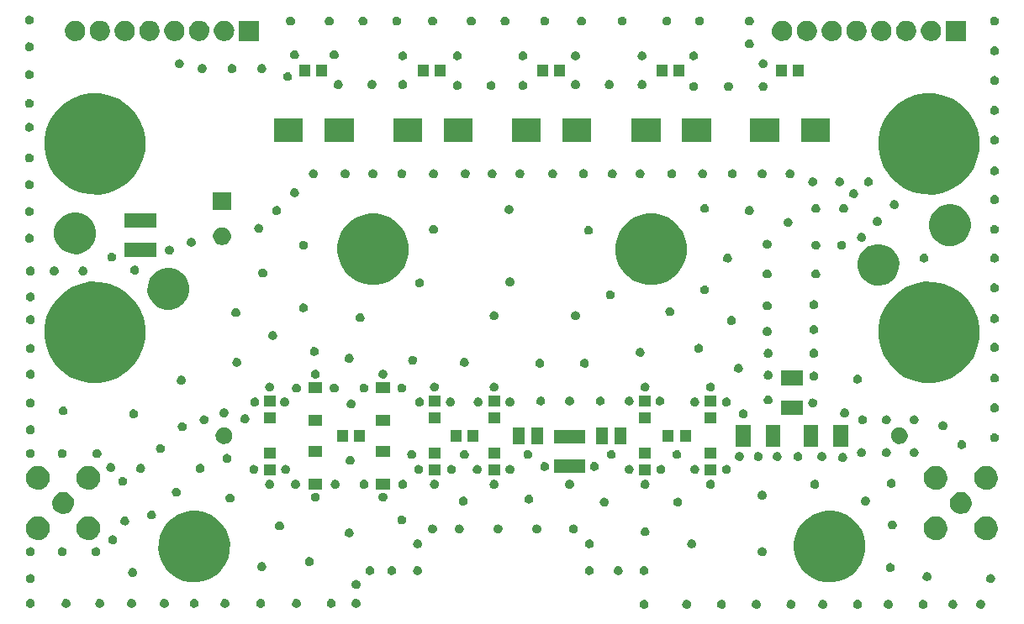
<source format=gbr>
G04 #@! TF.FileFunction,Soldermask,Top*
%FSLAX46Y46*%
G04 Gerber Fmt 4.6, Leading zero omitted, Abs format (unit mm)*
G04 Created by KiCad (PCBNEW 4.0.7) date 12/03/17 22:14:14*
%MOMM*%
%LPD*%
G01*
G04 APERTURE LIST*
%ADD10C,0.100000*%
G04 APERTURE END LIST*
D10*
G36*
X163347265Y-125350298D02*
X163433714Y-125368044D01*
X163515066Y-125402241D01*
X163588232Y-125451592D01*
X163650415Y-125514210D01*
X163699250Y-125587714D01*
X163732880Y-125669305D01*
X163749953Y-125755530D01*
X163749953Y-125755541D01*
X163750019Y-125755875D01*
X163748611Y-125856673D01*
X163748535Y-125857007D01*
X163748535Y-125857019D01*
X163729063Y-125942728D01*
X163693168Y-126023350D01*
X163642299Y-126095462D01*
X163578389Y-126156322D01*
X163503874Y-126203610D01*
X163421599Y-126235523D01*
X163334693Y-126250846D01*
X163246463Y-126248999D01*
X163160265Y-126230047D01*
X163079400Y-126194718D01*
X163006935Y-126144353D01*
X162945630Y-126080869D01*
X162897824Y-126006691D01*
X162865338Y-125924639D01*
X162849406Y-125837834D01*
X162850639Y-125749595D01*
X162868986Y-125663277D01*
X162903753Y-125582161D01*
X162953611Y-125509345D01*
X163016664Y-125447598D01*
X163090507Y-125399276D01*
X163172331Y-125366217D01*
X163259014Y-125349682D01*
X163347265Y-125350298D01*
X163347265Y-125350298D01*
G37*
G36*
X167647265Y-125350298D02*
X167733714Y-125368044D01*
X167815066Y-125402241D01*
X167888232Y-125451592D01*
X167950415Y-125514210D01*
X167999250Y-125587714D01*
X168032880Y-125669305D01*
X168049953Y-125755530D01*
X168049953Y-125755541D01*
X168050019Y-125755875D01*
X168048611Y-125856673D01*
X168048535Y-125857007D01*
X168048535Y-125857019D01*
X168029063Y-125942728D01*
X167993168Y-126023350D01*
X167942299Y-126095462D01*
X167878389Y-126156322D01*
X167803874Y-126203610D01*
X167721599Y-126235523D01*
X167634693Y-126250846D01*
X167546463Y-126248999D01*
X167460265Y-126230047D01*
X167379400Y-126194718D01*
X167306935Y-126144353D01*
X167245630Y-126080869D01*
X167197824Y-126006691D01*
X167165338Y-125924639D01*
X167149406Y-125837834D01*
X167150639Y-125749595D01*
X167168986Y-125663277D01*
X167203753Y-125582161D01*
X167253611Y-125509345D01*
X167316664Y-125447598D01*
X167390507Y-125399276D01*
X167472331Y-125366217D01*
X167559014Y-125349682D01*
X167647265Y-125350298D01*
X167647265Y-125350298D01*
G37*
G36*
X184847265Y-125350298D02*
X184933714Y-125368044D01*
X185015066Y-125402241D01*
X185088232Y-125451592D01*
X185150415Y-125514210D01*
X185199250Y-125587714D01*
X185232880Y-125669305D01*
X185249953Y-125755530D01*
X185249953Y-125755541D01*
X185250019Y-125755875D01*
X185248611Y-125856673D01*
X185248535Y-125857007D01*
X185248535Y-125857019D01*
X185229063Y-125942728D01*
X185193168Y-126023350D01*
X185142299Y-126095462D01*
X185078389Y-126156322D01*
X185003874Y-126203610D01*
X184921599Y-126235523D01*
X184834693Y-126250846D01*
X184746463Y-126248999D01*
X184660265Y-126230047D01*
X184579400Y-126194718D01*
X184506935Y-126144353D01*
X184445630Y-126080869D01*
X184397824Y-126006691D01*
X184365338Y-125924639D01*
X184349406Y-125837834D01*
X184350639Y-125749595D01*
X184368986Y-125663277D01*
X184403753Y-125582161D01*
X184453611Y-125509345D01*
X184516664Y-125447598D01*
X184590507Y-125399276D01*
X184672331Y-125366217D01*
X184759014Y-125349682D01*
X184847265Y-125350298D01*
X184847265Y-125350298D01*
G37*
G36*
X171147265Y-125350298D02*
X171233714Y-125368044D01*
X171315066Y-125402241D01*
X171388232Y-125451592D01*
X171450415Y-125514210D01*
X171499250Y-125587714D01*
X171532880Y-125669305D01*
X171549953Y-125755530D01*
X171549953Y-125755541D01*
X171550019Y-125755875D01*
X171548611Y-125856673D01*
X171548535Y-125857007D01*
X171548535Y-125857019D01*
X171529063Y-125942728D01*
X171493168Y-126023350D01*
X171442299Y-126095462D01*
X171378389Y-126156322D01*
X171303874Y-126203610D01*
X171221599Y-126235523D01*
X171134693Y-126250846D01*
X171046463Y-126248999D01*
X170960265Y-126230047D01*
X170879400Y-126194718D01*
X170806935Y-126144353D01*
X170745630Y-126080869D01*
X170697824Y-126006691D01*
X170665338Y-125924639D01*
X170649406Y-125837834D01*
X170650639Y-125749595D01*
X170668986Y-125663277D01*
X170703753Y-125582161D01*
X170753611Y-125509345D01*
X170816664Y-125447598D01*
X170890507Y-125399276D01*
X170972331Y-125366217D01*
X171059014Y-125349682D01*
X171147265Y-125350298D01*
X171147265Y-125350298D01*
G37*
G36*
X174647265Y-125350298D02*
X174733714Y-125368044D01*
X174815066Y-125402241D01*
X174888232Y-125451592D01*
X174950415Y-125514210D01*
X174999250Y-125587714D01*
X175032880Y-125669305D01*
X175049953Y-125755530D01*
X175049953Y-125755541D01*
X175050019Y-125755875D01*
X175048611Y-125856673D01*
X175048535Y-125857007D01*
X175048535Y-125857019D01*
X175029063Y-125942728D01*
X174993168Y-126023350D01*
X174942299Y-126095462D01*
X174878389Y-126156322D01*
X174803874Y-126203610D01*
X174721599Y-126235523D01*
X174634693Y-126250846D01*
X174546463Y-126248999D01*
X174460265Y-126230047D01*
X174379400Y-126194718D01*
X174306935Y-126144353D01*
X174245630Y-126080869D01*
X174197824Y-126006691D01*
X174165338Y-125924639D01*
X174149406Y-125837834D01*
X174150639Y-125749595D01*
X174168986Y-125663277D01*
X174203753Y-125582161D01*
X174253611Y-125509345D01*
X174316664Y-125447598D01*
X174390507Y-125399276D01*
X174472331Y-125366217D01*
X174559014Y-125349682D01*
X174647265Y-125350298D01*
X174647265Y-125350298D01*
G37*
G36*
X178147265Y-125350298D02*
X178233714Y-125368044D01*
X178315066Y-125402241D01*
X178388232Y-125451592D01*
X178450415Y-125514210D01*
X178499250Y-125587714D01*
X178532880Y-125669305D01*
X178549953Y-125755530D01*
X178549953Y-125755541D01*
X178550019Y-125755875D01*
X178548611Y-125856673D01*
X178548535Y-125857007D01*
X178548535Y-125857019D01*
X178529063Y-125942728D01*
X178493168Y-126023350D01*
X178442299Y-126095462D01*
X178378389Y-126156322D01*
X178303874Y-126203610D01*
X178221599Y-126235523D01*
X178134693Y-126250846D01*
X178046463Y-126248999D01*
X177960265Y-126230047D01*
X177879400Y-126194718D01*
X177806935Y-126144353D01*
X177745630Y-126080869D01*
X177697824Y-126006691D01*
X177665338Y-125924639D01*
X177649406Y-125837834D01*
X177650639Y-125749595D01*
X177668986Y-125663277D01*
X177703753Y-125582161D01*
X177753611Y-125509345D01*
X177816664Y-125447598D01*
X177890507Y-125399276D01*
X177972331Y-125366217D01*
X178059014Y-125349682D01*
X178147265Y-125350298D01*
X178147265Y-125350298D01*
G37*
G36*
X187947265Y-125350298D02*
X188033714Y-125368044D01*
X188115066Y-125402241D01*
X188188232Y-125451592D01*
X188250415Y-125514210D01*
X188299250Y-125587714D01*
X188332880Y-125669305D01*
X188349953Y-125755530D01*
X188349953Y-125755541D01*
X188350019Y-125755875D01*
X188348611Y-125856673D01*
X188348535Y-125857007D01*
X188348535Y-125857019D01*
X188329063Y-125942728D01*
X188293168Y-126023350D01*
X188242299Y-126095462D01*
X188178389Y-126156322D01*
X188103874Y-126203610D01*
X188021599Y-126235523D01*
X187934693Y-126250846D01*
X187846463Y-126248999D01*
X187760265Y-126230047D01*
X187679400Y-126194718D01*
X187606935Y-126144353D01*
X187545630Y-126080869D01*
X187497824Y-126006691D01*
X187465338Y-125924639D01*
X187449406Y-125837834D01*
X187450639Y-125749595D01*
X187468986Y-125663277D01*
X187503753Y-125582161D01*
X187553611Y-125509345D01*
X187616664Y-125447598D01*
X187690507Y-125399276D01*
X187772331Y-125366217D01*
X187859014Y-125349682D01*
X187947265Y-125350298D01*
X187947265Y-125350298D01*
G37*
G36*
X191447265Y-125350298D02*
X191533714Y-125368044D01*
X191615066Y-125402241D01*
X191688232Y-125451592D01*
X191750415Y-125514210D01*
X191799250Y-125587714D01*
X191832880Y-125669305D01*
X191849953Y-125755530D01*
X191849953Y-125755541D01*
X191850019Y-125755875D01*
X191848611Y-125856673D01*
X191848535Y-125857007D01*
X191848535Y-125857019D01*
X191829063Y-125942728D01*
X191793168Y-126023350D01*
X191742299Y-126095462D01*
X191678389Y-126156322D01*
X191603874Y-126203610D01*
X191521599Y-126235523D01*
X191434693Y-126250846D01*
X191346463Y-126248999D01*
X191260265Y-126230047D01*
X191179400Y-126194718D01*
X191106935Y-126144353D01*
X191045630Y-126080869D01*
X190997824Y-126006691D01*
X190965338Y-125924639D01*
X190949406Y-125837834D01*
X190950639Y-125749595D01*
X190968986Y-125663277D01*
X191003753Y-125582161D01*
X191053611Y-125509345D01*
X191116664Y-125447598D01*
X191190507Y-125399276D01*
X191272331Y-125366217D01*
X191359014Y-125349682D01*
X191447265Y-125350298D01*
X191447265Y-125350298D01*
G37*
G36*
X194447265Y-125350298D02*
X194533714Y-125368044D01*
X194615066Y-125402241D01*
X194688232Y-125451592D01*
X194750415Y-125514210D01*
X194799250Y-125587714D01*
X194832880Y-125669305D01*
X194849953Y-125755530D01*
X194849953Y-125755541D01*
X194850019Y-125755875D01*
X194848611Y-125856673D01*
X194848535Y-125857007D01*
X194848535Y-125857019D01*
X194829063Y-125942728D01*
X194793168Y-126023350D01*
X194742299Y-126095462D01*
X194678389Y-126156322D01*
X194603874Y-126203610D01*
X194521599Y-126235523D01*
X194434693Y-126250846D01*
X194346463Y-126248999D01*
X194260265Y-126230047D01*
X194179400Y-126194718D01*
X194106935Y-126144353D01*
X194045630Y-126080869D01*
X193997824Y-126006691D01*
X193965338Y-125924639D01*
X193949406Y-125837834D01*
X193950639Y-125749595D01*
X193968986Y-125663277D01*
X194003753Y-125582161D01*
X194053611Y-125509345D01*
X194116664Y-125447598D01*
X194190507Y-125399276D01*
X194272331Y-125366217D01*
X194359014Y-125349682D01*
X194447265Y-125350298D01*
X194447265Y-125350298D01*
G37*
G36*
X197247265Y-125350298D02*
X197333714Y-125368044D01*
X197415066Y-125402241D01*
X197488232Y-125451592D01*
X197550415Y-125514210D01*
X197599250Y-125587714D01*
X197632880Y-125669305D01*
X197649953Y-125755530D01*
X197649953Y-125755541D01*
X197650019Y-125755875D01*
X197648611Y-125856673D01*
X197648535Y-125857007D01*
X197648535Y-125857019D01*
X197629063Y-125942728D01*
X197593168Y-126023350D01*
X197542299Y-126095462D01*
X197478389Y-126156322D01*
X197403874Y-126203610D01*
X197321599Y-126235523D01*
X197234693Y-126250846D01*
X197146463Y-126248999D01*
X197060265Y-126230047D01*
X196979400Y-126194718D01*
X196906935Y-126144353D01*
X196845630Y-126080869D01*
X196797824Y-126006691D01*
X196765338Y-125924639D01*
X196749406Y-125837834D01*
X196750639Y-125749595D01*
X196768986Y-125663277D01*
X196803753Y-125582161D01*
X196853611Y-125509345D01*
X196916664Y-125447598D01*
X196990507Y-125399276D01*
X197072331Y-125366217D01*
X197159014Y-125349682D01*
X197247265Y-125350298D01*
X197247265Y-125350298D01*
G37*
G36*
X181347265Y-125350298D02*
X181433714Y-125368044D01*
X181515066Y-125402241D01*
X181588232Y-125451592D01*
X181650415Y-125514210D01*
X181699250Y-125587714D01*
X181732880Y-125669305D01*
X181749953Y-125755530D01*
X181749953Y-125755541D01*
X181750019Y-125755875D01*
X181748611Y-125856673D01*
X181748535Y-125857007D01*
X181748535Y-125857019D01*
X181729063Y-125942728D01*
X181693168Y-126023350D01*
X181642299Y-126095462D01*
X181578389Y-126156322D01*
X181503874Y-126203610D01*
X181421599Y-126235523D01*
X181334693Y-126250846D01*
X181246463Y-126248999D01*
X181160265Y-126230047D01*
X181079400Y-126194718D01*
X181006935Y-126144353D01*
X180945630Y-126080869D01*
X180897824Y-126006691D01*
X180865338Y-125924639D01*
X180849406Y-125837834D01*
X180850639Y-125749595D01*
X180868986Y-125663277D01*
X180903753Y-125582161D01*
X180953611Y-125509345D01*
X181016664Y-125447598D01*
X181090507Y-125399276D01*
X181172331Y-125366217D01*
X181259014Y-125349682D01*
X181347265Y-125350298D01*
X181347265Y-125350298D01*
G37*
G36*
X108547265Y-125250298D02*
X108633714Y-125268044D01*
X108715066Y-125302241D01*
X108788232Y-125351592D01*
X108850415Y-125414210D01*
X108899250Y-125487714D01*
X108932880Y-125569305D01*
X108949953Y-125655530D01*
X108949953Y-125655541D01*
X108950019Y-125655875D01*
X108948611Y-125756673D01*
X108948535Y-125757007D01*
X108948535Y-125757019D01*
X108929063Y-125842728D01*
X108893168Y-125923350D01*
X108842299Y-125995462D01*
X108778389Y-126056322D01*
X108703874Y-126103610D01*
X108621599Y-126135523D01*
X108534693Y-126150846D01*
X108446463Y-126148999D01*
X108360265Y-126130047D01*
X108279400Y-126094718D01*
X108206935Y-126044353D01*
X108145630Y-125980869D01*
X108097824Y-125906691D01*
X108065338Y-125824639D01*
X108049406Y-125737834D01*
X108050639Y-125649595D01*
X108068986Y-125563277D01*
X108103753Y-125482161D01*
X108153611Y-125409345D01*
X108216664Y-125347598D01*
X108290507Y-125299276D01*
X108372331Y-125266217D01*
X108459014Y-125249682D01*
X108547265Y-125250298D01*
X108547265Y-125250298D01*
G37*
G36*
X111747265Y-125250298D02*
X111833714Y-125268044D01*
X111915066Y-125302241D01*
X111988232Y-125351592D01*
X112050415Y-125414210D01*
X112099250Y-125487714D01*
X112132880Y-125569305D01*
X112149953Y-125655530D01*
X112149953Y-125655541D01*
X112150019Y-125655875D01*
X112148611Y-125756673D01*
X112148535Y-125757007D01*
X112148535Y-125757019D01*
X112129063Y-125842728D01*
X112093168Y-125923350D01*
X112042299Y-125995462D01*
X111978389Y-126056322D01*
X111903874Y-126103610D01*
X111821599Y-126135523D01*
X111734693Y-126150846D01*
X111646463Y-126148999D01*
X111560265Y-126130047D01*
X111479400Y-126094718D01*
X111406935Y-126044353D01*
X111345630Y-125980869D01*
X111297824Y-125906691D01*
X111265338Y-125824639D01*
X111249406Y-125737834D01*
X111250639Y-125649595D01*
X111268986Y-125563277D01*
X111303753Y-125482161D01*
X111353611Y-125409345D01*
X111416664Y-125347598D01*
X111490507Y-125299276D01*
X111572331Y-125266217D01*
X111659014Y-125249682D01*
X111747265Y-125250298D01*
X111747265Y-125250298D01*
G37*
G36*
X115047265Y-125250298D02*
X115133714Y-125268044D01*
X115215066Y-125302241D01*
X115288232Y-125351592D01*
X115350415Y-125414210D01*
X115399250Y-125487714D01*
X115432880Y-125569305D01*
X115449953Y-125655530D01*
X115449953Y-125655541D01*
X115450019Y-125655875D01*
X115448611Y-125756673D01*
X115448535Y-125757007D01*
X115448535Y-125757019D01*
X115429063Y-125842728D01*
X115393168Y-125923350D01*
X115342299Y-125995462D01*
X115278389Y-126056322D01*
X115203874Y-126103610D01*
X115121599Y-126135523D01*
X115034693Y-126150846D01*
X114946463Y-126148999D01*
X114860265Y-126130047D01*
X114779400Y-126094718D01*
X114706935Y-126044353D01*
X114645630Y-125980869D01*
X114597824Y-125906691D01*
X114565338Y-125824639D01*
X114549406Y-125737834D01*
X114550639Y-125649595D01*
X114568986Y-125563277D01*
X114603753Y-125482161D01*
X114653611Y-125409345D01*
X114716664Y-125347598D01*
X114790507Y-125299276D01*
X114872331Y-125266217D01*
X114959014Y-125249682D01*
X115047265Y-125250298D01*
X115047265Y-125250298D01*
G37*
G36*
X118047265Y-125250298D02*
X118133714Y-125268044D01*
X118215066Y-125302241D01*
X118288232Y-125351592D01*
X118350415Y-125414210D01*
X118399250Y-125487714D01*
X118432880Y-125569305D01*
X118449953Y-125655530D01*
X118449953Y-125655541D01*
X118450019Y-125655875D01*
X118448611Y-125756673D01*
X118448535Y-125757007D01*
X118448535Y-125757019D01*
X118429063Y-125842728D01*
X118393168Y-125923350D01*
X118342299Y-125995462D01*
X118278389Y-126056322D01*
X118203874Y-126103610D01*
X118121599Y-126135523D01*
X118034693Y-126150846D01*
X117946463Y-126148999D01*
X117860265Y-126130047D01*
X117779400Y-126094718D01*
X117706935Y-126044353D01*
X117645630Y-125980869D01*
X117597824Y-125906691D01*
X117565338Y-125824639D01*
X117549406Y-125737834D01*
X117550639Y-125649595D01*
X117568986Y-125563277D01*
X117603753Y-125482161D01*
X117653611Y-125409345D01*
X117716664Y-125347598D01*
X117790507Y-125299276D01*
X117872331Y-125266217D01*
X117959014Y-125249682D01*
X118047265Y-125250298D01*
X118047265Y-125250298D01*
G37*
G36*
X121147265Y-125250298D02*
X121233714Y-125268044D01*
X121315066Y-125302241D01*
X121388232Y-125351592D01*
X121450415Y-125414210D01*
X121499250Y-125487714D01*
X121532880Y-125569305D01*
X121549953Y-125655530D01*
X121549953Y-125655541D01*
X121550019Y-125655875D01*
X121548611Y-125756673D01*
X121548535Y-125757007D01*
X121548535Y-125757019D01*
X121529063Y-125842728D01*
X121493168Y-125923350D01*
X121442299Y-125995462D01*
X121378389Y-126056322D01*
X121303874Y-126103610D01*
X121221599Y-126135523D01*
X121134693Y-126150846D01*
X121046463Y-126148999D01*
X120960265Y-126130047D01*
X120879400Y-126094718D01*
X120806935Y-126044353D01*
X120745630Y-125980869D01*
X120697824Y-125906691D01*
X120665338Y-125824639D01*
X120649406Y-125737834D01*
X120650639Y-125649595D01*
X120668986Y-125563277D01*
X120703753Y-125482161D01*
X120753611Y-125409345D01*
X120816664Y-125347598D01*
X120890507Y-125299276D01*
X120972331Y-125266217D01*
X121059014Y-125249682D01*
X121147265Y-125250298D01*
X121147265Y-125250298D01*
G37*
G36*
X124747265Y-125250298D02*
X124833714Y-125268044D01*
X124915066Y-125302241D01*
X124988232Y-125351592D01*
X125050415Y-125414210D01*
X125099250Y-125487714D01*
X125132880Y-125569305D01*
X125149953Y-125655530D01*
X125149953Y-125655541D01*
X125150019Y-125655875D01*
X125148611Y-125756673D01*
X125148535Y-125757007D01*
X125148535Y-125757019D01*
X125129063Y-125842728D01*
X125093168Y-125923350D01*
X125042299Y-125995462D01*
X124978389Y-126056322D01*
X124903874Y-126103610D01*
X124821599Y-126135523D01*
X124734693Y-126150846D01*
X124646463Y-126148999D01*
X124560265Y-126130047D01*
X124479400Y-126094718D01*
X124406935Y-126044353D01*
X124345630Y-125980869D01*
X124297824Y-125906691D01*
X124265338Y-125824639D01*
X124249406Y-125737834D01*
X124250639Y-125649595D01*
X124268986Y-125563277D01*
X124303753Y-125482161D01*
X124353611Y-125409345D01*
X124416664Y-125347598D01*
X124490507Y-125299276D01*
X124572331Y-125266217D01*
X124659014Y-125249682D01*
X124747265Y-125250298D01*
X124747265Y-125250298D01*
G37*
G36*
X128347265Y-125250298D02*
X128433714Y-125268044D01*
X128515066Y-125302241D01*
X128588232Y-125351592D01*
X128650415Y-125414210D01*
X128699250Y-125487714D01*
X128732880Y-125569305D01*
X128749953Y-125655530D01*
X128749953Y-125655541D01*
X128750019Y-125655875D01*
X128748611Y-125756673D01*
X128748535Y-125757007D01*
X128748535Y-125757019D01*
X128729063Y-125842728D01*
X128693168Y-125923350D01*
X128642299Y-125995462D01*
X128578389Y-126056322D01*
X128503874Y-126103610D01*
X128421599Y-126135523D01*
X128334693Y-126150846D01*
X128246463Y-126148999D01*
X128160265Y-126130047D01*
X128079400Y-126094718D01*
X128006935Y-126044353D01*
X127945630Y-125980869D01*
X127897824Y-125906691D01*
X127865338Y-125824639D01*
X127849406Y-125737834D01*
X127850639Y-125649595D01*
X127868986Y-125563277D01*
X127903753Y-125482161D01*
X127953611Y-125409345D01*
X128016664Y-125347598D01*
X128090507Y-125299276D01*
X128172331Y-125266217D01*
X128259014Y-125249682D01*
X128347265Y-125250298D01*
X128347265Y-125250298D01*
G37*
G36*
X105147265Y-125250298D02*
X105233714Y-125268044D01*
X105315066Y-125302241D01*
X105388232Y-125351592D01*
X105450415Y-125414210D01*
X105499250Y-125487714D01*
X105532880Y-125569305D01*
X105549953Y-125655530D01*
X105549953Y-125655541D01*
X105550019Y-125655875D01*
X105548611Y-125756673D01*
X105548535Y-125757007D01*
X105548535Y-125757019D01*
X105529063Y-125842728D01*
X105493168Y-125923350D01*
X105442299Y-125995462D01*
X105378389Y-126056322D01*
X105303874Y-126103610D01*
X105221599Y-126135523D01*
X105134693Y-126150846D01*
X105046463Y-126148999D01*
X104960265Y-126130047D01*
X104879400Y-126094718D01*
X104806935Y-126044353D01*
X104745630Y-125980869D01*
X104697824Y-125906691D01*
X104665338Y-125824639D01*
X104649406Y-125737834D01*
X104650639Y-125649595D01*
X104668986Y-125563277D01*
X104703753Y-125482161D01*
X104753611Y-125409345D01*
X104816664Y-125347598D01*
X104890507Y-125299276D01*
X104972331Y-125266217D01*
X105059014Y-125249682D01*
X105147265Y-125250298D01*
X105147265Y-125250298D01*
G37*
G36*
X101547265Y-125250298D02*
X101633714Y-125268044D01*
X101715066Y-125302241D01*
X101788232Y-125351592D01*
X101850415Y-125414210D01*
X101899250Y-125487714D01*
X101932880Y-125569305D01*
X101949953Y-125655530D01*
X101949953Y-125655541D01*
X101950019Y-125655875D01*
X101948611Y-125756673D01*
X101948535Y-125757007D01*
X101948535Y-125757019D01*
X101929063Y-125842728D01*
X101893168Y-125923350D01*
X101842299Y-125995462D01*
X101778389Y-126056322D01*
X101703874Y-126103610D01*
X101621599Y-126135523D01*
X101534693Y-126150846D01*
X101446463Y-126148999D01*
X101360265Y-126130047D01*
X101279400Y-126094718D01*
X101206935Y-126044353D01*
X101145630Y-125980869D01*
X101097824Y-125906691D01*
X101065338Y-125824639D01*
X101049406Y-125737834D01*
X101050639Y-125649595D01*
X101068986Y-125563277D01*
X101103753Y-125482161D01*
X101153611Y-125409345D01*
X101216664Y-125347598D01*
X101290507Y-125299276D01*
X101372331Y-125266217D01*
X101459014Y-125249682D01*
X101547265Y-125250298D01*
X101547265Y-125250298D01*
G37*
G36*
X131847265Y-125250298D02*
X131933714Y-125268044D01*
X132015066Y-125302241D01*
X132088232Y-125351592D01*
X132150415Y-125414210D01*
X132199250Y-125487714D01*
X132232880Y-125569305D01*
X132249953Y-125655530D01*
X132249953Y-125655541D01*
X132250019Y-125655875D01*
X132248611Y-125756673D01*
X132248535Y-125757007D01*
X132248535Y-125757019D01*
X132229063Y-125842728D01*
X132193168Y-125923350D01*
X132142299Y-125995462D01*
X132078389Y-126056322D01*
X132003874Y-126103610D01*
X131921599Y-126135523D01*
X131834693Y-126150846D01*
X131746463Y-126148999D01*
X131660265Y-126130047D01*
X131579400Y-126094718D01*
X131506935Y-126044353D01*
X131445630Y-125980869D01*
X131397824Y-125906691D01*
X131365338Y-125824639D01*
X131349406Y-125737834D01*
X131350639Y-125649595D01*
X131368986Y-125563277D01*
X131403753Y-125482161D01*
X131453611Y-125409345D01*
X131516664Y-125347598D01*
X131590507Y-125299276D01*
X131672331Y-125266217D01*
X131759014Y-125249682D01*
X131847265Y-125250298D01*
X131847265Y-125250298D01*
G37*
G36*
X134347265Y-125250298D02*
X134433714Y-125268044D01*
X134515066Y-125302241D01*
X134588232Y-125351592D01*
X134650415Y-125414210D01*
X134699250Y-125487714D01*
X134732880Y-125569305D01*
X134749953Y-125655530D01*
X134749953Y-125655541D01*
X134750019Y-125655875D01*
X134748611Y-125756673D01*
X134748535Y-125757007D01*
X134748535Y-125757019D01*
X134729063Y-125842728D01*
X134693168Y-125923350D01*
X134642299Y-125995462D01*
X134578389Y-126056322D01*
X134503874Y-126103610D01*
X134421599Y-126135523D01*
X134334693Y-126150846D01*
X134246463Y-126148999D01*
X134160265Y-126130047D01*
X134079400Y-126094718D01*
X134006935Y-126044353D01*
X133945630Y-125980869D01*
X133897824Y-125906691D01*
X133865338Y-125824639D01*
X133849406Y-125737834D01*
X133850639Y-125649595D01*
X133868986Y-125563277D01*
X133903753Y-125482161D01*
X133953611Y-125409345D01*
X134016664Y-125347598D01*
X134090507Y-125299276D01*
X134172331Y-125266217D01*
X134259014Y-125249682D01*
X134347265Y-125250298D01*
X134347265Y-125250298D01*
G37*
G36*
X134347265Y-123350298D02*
X134433714Y-123368044D01*
X134515066Y-123402241D01*
X134588232Y-123451592D01*
X134650415Y-123514210D01*
X134699250Y-123587714D01*
X134732880Y-123669305D01*
X134749953Y-123755530D01*
X134749953Y-123755541D01*
X134750019Y-123755875D01*
X134748611Y-123856673D01*
X134748535Y-123857007D01*
X134748535Y-123857019D01*
X134729063Y-123942728D01*
X134693168Y-124023350D01*
X134642299Y-124095462D01*
X134578389Y-124156322D01*
X134503874Y-124203610D01*
X134421599Y-124235523D01*
X134334693Y-124250846D01*
X134246463Y-124248999D01*
X134160265Y-124230047D01*
X134079400Y-124194718D01*
X134006935Y-124144353D01*
X133945630Y-124080869D01*
X133897824Y-124006691D01*
X133865338Y-123924639D01*
X133849406Y-123837834D01*
X133850639Y-123749595D01*
X133868986Y-123663277D01*
X133903753Y-123582161D01*
X133953611Y-123509345D01*
X134016664Y-123447598D01*
X134090507Y-123399276D01*
X134172331Y-123366217D01*
X134259014Y-123349682D01*
X134347265Y-123350298D01*
X134347265Y-123350298D01*
G37*
G36*
X101547265Y-122750298D02*
X101633714Y-122768044D01*
X101715066Y-122802241D01*
X101788232Y-122851592D01*
X101850415Y-122914210D01*
X101899250Y-122987714D01*
X101932880Y-123069305D01*
X101949953Y-123155530D01*
X101949953Y-123155541D01*
X101950019Y-123155875D01*
X101948611Y-123256673D01*
X101948535Y-123257007D01*
X101948535Y-123257019D01*
X101929063Y-123342728D01*
X101893168Y-123423350D01*
X101842299Y-123495462D01*
X101778389Y-123556322D01*
X101703874Y-123603610D01*
X101621599Y-123635523D01*
X101534693Y-123650846D01*
X101446463Y-123648999D01*
X101360265Y-123630047D01*
X101279400Y-123594718D01*
X101206935Y-123544353D01*
X101145630Y-123480869D01*
X101097824Y-123406691D01*
X101065338Y-123324639D01*
X101049406Y-123237834D01*
X101050639Y-123149595D01*
X101068986Y-123063277D01*
X101103753Y-122982161D01*
X101153611Y-122909345D01*
X101216664Y-122847598D01*
X101290507Y-122799276D01*
X101372331Y-122766217D01*
X101459014Y-122749682D01*
X101547265Y-122750298D01*
X101547265Y-122750298D01*
G37*
G36*
X198247265Y-122750298D02*
X198333714Y-122768044D01*
X198415066Y-122802241D01*
X198488232Y-122851592D01*
X198550415Y-122914210D01*
X198599250Y-122987714D01*
X198632880Y-123069305D01*
X198649953Y-123155530D01*
X198649953Y-123155541D01*
X198650019Y-123155875D01*
X198648611Y-123256673D01*
X198648535Y-123257007D01*
X198648535Y-123257019D01*
X198629063Y-123342728D01*
X198593168Y-123423350D01*
X198542299Y-123495462D01*
X198478389Y-123556322D01*
X198403874Y-123603610D01*
X198321599Y-123635523D01*
X198234693Y-123650846D01*
X198146463Y-123648999D01*
X198060265Y-123630047D01*
X197979400Y-123594718D01*
X197906935Y-123544353D01*
X197845630Y-123480869D01*
X197797824Y-123406691D01*
X197765338Y-123324639D01*
X197749406Y-123237834D01*
X197750639Y-123149595D01*
X197768986Y-123063277D01*
X197803753Y-122982161D01*
X197853611Y-122909345D01*
X197916664Y-122847598D01*
X197990507Y-122799276D01*
X198072331Y-122766217D01*
X198159014Y-122749682D01*
X198247265Y-122750298D01*
X198247265Y-122750298D01*
G37*
G36*
X118378123Y-116402396D02*
X119069702Y-116544357D01*
X119720531Y-116817940D01*
X120305830Y-117212729D01*
X120803302Y-117713686D01*
X121193994Y-118301724D01*
X121463027Y-118954448D01*
X121600089Y-119646658D01*
X121600089Y-119646668D01*
X121600155Y-119647002D01*
X121588895Y-120453383D01*
X121588818Y-120453721D01*
X121588818Y-120453729D01*
X121432486Y-121141834D01*
X121145330Y-121786795D01*
X120738371Y-122363696D01*
X120227104Y-122850569D01*
X119631015Y-123228858D01*
X118972796Y-123484166D01*
X118277527Y-123606759D01*
X117571685Y-123591975D01*
X116882151Y-123440371D01*
X116235206Y-123157727D01*
X115655478Y-122754805D01*
X115165049Y-122246951D01*
X114782607Y-121653518D01*
X114522712Y-120997098D01*
X114395265Y-120302695D01*
X114405123Y-119596769D01*
X114551907Y-118906203D01*
X114830030Y-118257294D01*
X115228895Y-117674767D01*
X115733312Y-117180805D01*
X116324063Y-116794228D01*
X116978652Y-116529757D01*
X117672140Y-116397467D01*
X118378123Y-116402396D01*
X118378123Y-116402396D01*
G37*
G36*
X182378123Y-116402396D02*
X183069702Y-116544357D01*
X183720531Y-116817940D01*
X184305830Y-117212729D01*
X184803302Y-117713686D01*
X185193994Y-118301724D01*
X185463027Y-118954448D01*
X185600089Y-119646658D01*
X185600089Y-119646668D01*
X185600155Y-119647002D01*
X185588895Y-120453383D01*
X185588818Y-120453721D01*
X185588818Y-120453729D01*
X185432486Y-121141834D01*
X185145330Y-121786795D01*
X184738371Y-122363696D01*
X184227104Y-122850569D01*
X183631015Y-123228858D01*
X182972796Y-123484166D01*
X182277527Y-123606759D01*
X181571685Y-123591975D01*
X180882151Y-123440371D01*
X180235206Y-123157727D01*
X179655478Y-122754805D01*
X179165049Y-122246951D01*
X178782607Y-121653518D01*
X178522712Y-120997098D01*
X178395265Y-120302695D01*
X178405123Y-119596769D01*
X178551907Y-118906203D01*
X178830030Y-118257294D01*
X179228895Y-117674767D01*
X179733312Y-117180805D01*
X180324063Y-116794228D01*
X180978652Y-116529757D01*
X181672140Y-116397467D01*
X182378123Y-116402396D01*
X182378123Y-116402396D01*
G37*
G36*
X191847265Y-122550298D02*
X191933714Y-122568044D01*
X192015066Y-122602241D01*
X192088232Y-122651592D01*
X192150415Y-122714210D01*
X192199250Y-122787714D01*
X192232880Y-122869305D01*
X192249953Y-122955530D01*
X192249953Y-122955541D01*
X192250019Y-122955875D01*
X192248611Y-123056673D01*
X192248535Y-123057007D01*
X192248535Y-123057019D01*
X192229063Y-123142728D01*
X192193168Y-123223350D01*
X192142299Y-123295462D01*
X192078389Y-123356322D01*
X192003874Y-123403610D01*
X191921599Y-123435523D01*
X191834693Y-123450846D01*
X191746463Y-123448999D01*
X191660265Y-123430047D01*
X191579400Y-123394718D01*
X191506935Y-123344353D01*
X191445630Y-123280869D01*
X191397824Y-123206691D01*
X191365338Y-123124639D01*
X191349406Y-123037834D01*
X191350639Y-122949595D01*
X191368986Y-122863277D01*
X191403753Y-122782161D01*
X191453611Y-122709345D01*
X191516664Y-122647598D01*
X191590507Y-122599276D01*
X191672331Y-122566217D01*
X191759014Y-122549682D01*
X191847265Y-122550298D01*
X191847265Y-122550298D01*
G37*
G36*
X111847265Y-122150298D02*
X111933714Y-122168044D01*
X112015066Y-122202241D01*
X112088232Y-122251592D01*
X112150415Y-122314210D01*
X112199250Y-122387714D01*
X112232880Y-122469305D01*
X112249953Y-122555530D01*
X112249953Y-122555541D01*
X112250019Y-122555875D01*
X112248611Y-122656673D01*
X112248535Y-122657007D01*
X112248535Y-122657019D01*
X112229063Y-122742728D01*
X112193168Y-122823350D01*
X112142299Y-122895462D01*
X112078389Y-122956322D01*
X112003874Y-123003610D01*
X111921599Y-123035523D01*
X111834693Y-123050846D01*
X111746463Y-123048999D01*
X111660265Y-123030047D01*
X111579400Y-122994718D01*
X111506935Y-122944353D01*
X111445630Y-122880869D01*
X111397824Y-122806691D01*
X111365338Y-122724639D01*
X111349406Y-122637834D01*
X111350639Y-122549595D01*
X111368986Y-122463277D01*
X111403753Y-122382161D01*
X111453611Y-122309345D01*
X111516664Y-122247598D01*
X111590507Y-122199276D01*
X111672331Y-122166217D01*
X111759014Y-122149682D01*
X111847265Y-122150298D01*
X111847265Y-122150298D01*
G37*
G36*
X157847265Y-121950298D02*
X157933714Y-121968044D01*
X158015066Y-122002241D01*
X158088232Y-122051592D01*
X158150415Y-122114210D01*
X158199250Y-122187714D01*
X158232880Y-122269305D01*
X158249953Y-122355530D01*
X158249953Y-122355541D01*
X158250019Y-122355875D01*
X158248611Y-122456673D01*
X158248535Y-122457007D01*
X158248535Y-122457019D01*
X158229063Y-122542728D01*
X158193168Y-122623350D01*
X158142299Y-122695462D01*
X158078389Y-122756322D01*
X158003874Y-122803610D01*
X157921599Y-122835523D01*
X157834693Y-122850846D01*
X157746463Y-122848999D01*
X157660265Y-122830047D01*
X157579400Y-122794718D01*
X157506935Y-122744353D01*
X157445630Y-122680869D01*
X157397824Y-122606691D01*
X157365338Y-122524639D01*
X157349406Y-122437834D01*
X157350639Y-122349595D01*
X157368986Y-122263277D01*
X157403753Y-122182161D01*
X157453611Y-122109345D01*
X157516664Y-122047598D01*
X157590507Y-121999276D01*
X157672331Y-121966217D01*
X157759014Y-121949682D01*
X157847265Y-121950298D01*
X157847265Y-121950298D01*
G37*
G36*
X163347265Y-121950298D02*
X163433714Y-121968044D01*
X163515066Y-122002241D01*
X163588232Y-122051592D01*
X163650415Y-122114210D01*
X163699250Y-122187714D01*
X163732880Y-122269305D01*
X163749953Y-122355530D01*
X163749953Y-122355541D01*
X163750019Y-122355875D01*
X163748611Y-122456673D01*
X163748535Y-122457007D01*
X163748535Y-122457019D01*
X163729063Y-122542728D01*
X163693168Y-122623350D01*
X163642299Y-122695462D01*
X163578389Y-122756322D01*
X163503874Y-122803610D01*
X163421599Y-122835523D01*
X163334693Y-122850846D01*
X163246463Y-122848999D01*
X163160265Y-122830047D01*
X163079400Y-122794718D01*
X163006935Y-122744353D01*
X162945630Y-122680869D01*
X162897824Y-122606691D01*
X162865338Y-122524639D01*
X162849406Y-122437834D01*
X162850639Y-122349595D01*
X162868986Y-122263277D01*
X162903753Y-122182161D01*
X162953611Y-122109345D01*
X163016664Y-122047598D01*
X163090507Y-121999276D01*
X163172331Y-121966217D01*
X163259014Y-121949682D01*
X163347265Y-121950298D01*
X163347265Y-121950298D01*
G37*
G36*
X135747265Y-121950298D02*
X135833714Y-121968044D01*
X135915066Y-122002241D01*
X135988232Y-122051592D01*
X136050415Y-122114210D01*
X136099250Y-122187714D01*
X136132880Y-122269305D01*
X136149953Y-122355530D01*
X136149953Y-122355541D01*
X136150019Y-122355875D01*
X136148611Y-122456673D01*
X136148535Y-122457007D01*
X136148535Y-122457019D01*
X136129063Y-122542728D01*
X136093168Y-122623350D01*
X136042299Y-122695462D01*
X135978389Y-122756322D01*
X135903874Y-122803610D01*
X135821599Y-122835523D01*
X135734693Y-122850846D01*
X135646463Y-122848999D01*
X135560265Y-122830047D01*
X135479400Y-122794718D01*
X135406935Y-122744353D01*
X135345630Y-122680869D01*
X135297824Y-122606691D01*
X135265338Y-122524639D01*
X135249406Y-122437834D01*
X135250639Y-122349595D01*
X135268986Y-122263277D01*
X135303753Y-122182161D01*
X135353611Y-122109345D01*
X135416664Y-122047598D01*
X135490507Y-121999276D01*
X135572331Y-121966217D01*
X135659014Y-121949682D01*
X135747265Y-121950298D01*
X135747265Y-121950298D01*
G37*
G36*
X140547265Y-121950298D02*
X140633714Y-121968044D01*
X140715066Y-122002241D01*
X140788232Y-122051592D01*
X140850415Y-122114210D01*
X140899250Y-122187714D01*
X140932880Y-122269305D01*
X140949953Y-122355530D01*
X140949953Y-122355541D01*
X140950019Y-122355875D01*
X140948611Y-122456673D01*
X140948535Y-122457007D01*
X140948535Y-122457019D01*
X140929063Y-122542728D01*
X140893168Y-122623350D01*
X140842299Y-122695462D01*
X140778389Y-122756322D01*
X140703874Y-122803610D01*
X140621599Y-122835523D01*
X140534693Y-122850846D01*
X140446463Y-122848999D01*
X140360265Y-122830047D01*
X140279400Y-122794718D01*
X140206935Y-122744353D01*
X140145630Y-122680869D01*
X140097824Y-122606691D01*
X140065338Y-122524639D01*
X140049406Y-122437834D01*
X140050639Y-122349595D01*
X140068986Y-122263277D01*
X140103753Y-122182161D01*
X140153611Y-122109345D01*
X140216664Y-122047598D01*
X140290507Y-121999276D01*
X140372331Y-121966217D01*
X140459014Y-121949682D01*
X140547265Y-121950298D01*
X140547265Y-121950298D01*
G37*
G36*
X160747265Y-121950298D02*
X160833714Y-121968044D01*
X160915066Y-122002241D01*
X160988232Y-122051592D01*
X161050415Y-122114210D01*
X161099250Y-122187714D01*
X161132880Y-122269305D01*
X161149953Y-122355530D01*
X161149953Y-122355541D01*
X161150019Y-122355875D01*
X161148611Y-122456673D01*
X161148535Y-122457007D01*
X161148535Y-122457019D01*
X161129063Y-122542728D01*
X161093168Y-122623350D01*
X161042299Y-122695462D01*
X160978389Y-122756322D01*
X160903874Y-122803610D01*
X160821599Y-122835523D01*
X160734693Y-122850846D01*
X160646463Y-122848999D01*
X160560265Y-122830047D01*
X160479400Y-122794718D01*
X160406935Y-122744353D01*
X160345630Y-122680869D01*
X160297824Y-122606691D01*
X160265338Y-122524639D01*
X160249406Y-122437834D01*
X160250639Y-122349595D01*
X160268986Y-122263277D01*
X160303753Y-122182161D01*
X160353611Y-122109345D01*
X160416664Y-122047598D01*
X160490507Y-121999276D01*
X160572331Y-121966217D01*
X160659014Y-121949682D01*
X160747265Y-121950298D01*
X160747265Y-121950298D01*
G37*
G36*
X137947265Y-121950298D02*
X138033714Y-121968044D01*
X138115066Y-122002241D01*
X138188232Y-122051592D01*
X138250415Y-122114210D01*
X138299250Y-122187714D01*
X138332880Y-122269305D01*
X138349953Y-122355530D01*
X138349953Y-122355541D01*
X138350019Y-122355875D01*
X138348611Y-122456673D01*
X138348535Y-122457007D01*
X138348535Y-122457019D01*
X138329063Y-122542728D01*
X138293168Y-122623350D01*
X138242299Y-122695462D01*
X138178389Y-122756322D01*
X138103874Y-122803610D01*
X138021599Y-122835523D01*
X137934693Y-122850846D01*
X137846463Y-122848999D01*
X137760265Y-122830047D01*
X137679400Y-122794718D01*
X137606935Y-122744353D01*
X137545630Y-122680869D01*
X137497824Y-122606691D01*
X137465338Y-122524639D01*
X137449406Y-122437834D01*
X137450639Y-122349595D01*
X137468986Y-122263277D01*
X137503753Y-122182161D01*
X137553611Y-122109345D01*
X137616664Y-122047598D01*
X137690507Y-121999276D01*
X137772331Y-121966217D01*
X137859014Y-121949682D01*
X137947265Y-121950298D01*
X137947265Y-121950298D01*
G37*
G36*
X188147265Y-121650298D02*
X188233714Y-121668044D01*
X188315066Y-121702241D01*
X188388232Y-121751592D01*
X188450415Y-121814210D01*
X188499250Y-121887714D01*
X188532880Y-121969305D01*
X188549953Y-122055530D01*
X188549953Y-122055541D01*
X188550019Y-122055875D01*
X188548611Y-122156673D01*
X188548535Y-122157007D01*
X188548535Y-122157019D01*
X188529063Y-122242728D01*
X188493168Y-122323350D01*
X188442299Y-122395462D01*
X188378389Y-122456322D01*
X188303874Y-122503610D01*
X188221599Y-122535523D01*
X188134693Y-122550846D01*
X188046463Y-122548999D01*
X187960265Y-122530047D01*
X187879400Y-122494718D01*
X187806935Y-122444353D01*
X187745630Y-122380869D01*
X187697824Y-122306691D01*
X187665338Y-122224639D01*
X187649406Y-122137834D01*
X187650639Y-122049595D01*
X187668986Y-121963277D01*
X187703753Y-121882161D01*
X187753611Y-121809345D01*
X187816664Y-121747598D01*
X187890507Y-121699276D01*
X187972331Y-121666217D01*
X188059014Y-121649682D01*
X188147265Y-121650298D01*
X188147265Y-121650298D01*
G37*
G36*
X124847265Y-121550298D02*
X124933714Y-121568044D01*
X125015066Y-121602241D01*
X125088232Y-121651592D01*
X125150415Y-121714210D01*
X125199250Y-121787714D01*
X125232880Y-121869305D01*
X125249953Y-121955530D01*
X125249953Y-121955541D01*
X125250019Y-121955875D01*
X125248611Y-122056673D01*
X125248535Y-122057007D01*
X125248535Y-122057019D01*
X125229063Y-122142728D01*
X125193168Y-122223350D01*
X125142299Y-122295462D01*
X125078389Y-122356322D01*
X125003874Y-122403610D01*
X124921599Y-122435523D01*
X124834693Y-122450846D01*
X124746463Y-122448999D01*
X124660265Y-122430047D01*
X124579400Y-122394718D01*
X124506935Y-122344353D01*
X124445630Y-122280869D01*
X124397824Y-122206691D01*
X124365338Y-122124639D01*
X124349406Y-122037834D01*
X124350639Y-121949595D01*
X124368986Y-121863277D01*
X124403753Y-121782161D01*
X124453611Y-121709345D01*
X124516664Y-121647598D01*
X124590507Y-121599276D01*
X124672331Y-121566217D01*
X124759014Y-121549682D01*
X124847265Y-121550298D01*
X124847265Y-121550298D01*
G37*
G36*
X129647265Y-121050298D02*
X129733714Y-121068044D01*
X129815066Y-121102241D01*
X129888232Y-121151592D01*
X129950415Y-121214210D01*
X129999250Y-121287714D01*
X130032880Y-121369305D01*
X130049953Y-121455530D01*
X130049953Y-121455541D01*
X130050019Y-121455875D01*
X130048611Y-121556673D01*
X130048535Y-121557007D01*
X130048535Y-121557019D01*
X130029063Y-121642728D01*
X129993168Y-121723350D01*
X129942299Y-121795462D01*
X129878389Y-121856322D01*
X129803874Y-121903610D01*
X129721599Y-121935523D01*
X129634693Y-121950846D01*
X129546463Y-121948999D01*
X129460265Y-121930047D01*
X129379400Y-121894718D01*
X129306935Y-121844353D01*
X129245630Y-121780869D01*
X129197824Y-121706691D01*
X129165338Y-121624639D01*
X129149406Y-121537834D01*
X129150639Y-121449595D01*
X129168986Y-121363277D01*
X129203753Y-121282161D01*
X129253611Y-121209345D01*
X129316664Y-121147598D01*
X129390507Y-121099276D01*
X129472331Y-121066217D01*
X129559014Y-121049682D01*
X129647265Y-121050298D01*
X129647265Y-121050298D01*
G37*
G36*
X175247265Y-120050298D02*
X175333714Y-120068044D01*
X175415066Y-120102241D01*
X175488232Y-120151592D01*
X175550415Y-120214210D01*
X175599250Y-120287714D01*
X175632880Y-120369305D01*
X175649953Y-120455530D01*
X175649953Y-120455541D01*
X175650019Y-120455875D01*
X175648611Y-120556673D01*
X175648535Y-120557007D01*
X175648535Y-120557019D01*
X175629063Y-120642728D01*
X175593168Y-120723350D01*
X175542299Y-120795462D01*
X175478389Y-120856322D01*
X175403874Y-120903610D01*
X175321599Y-120935523D01*
X175234693Y-120950846D01*
X175146463Y-120948999D01*
X175060265Y-120930047D01*
X174979400Y-120894718D01*
X174906935Y-120844353D01*
X174845630Y-120780869D01*
X174797824Y-120706691D01*
X174765338Y-120624639D01*
X174749406Y-120537834D01*
X174750639Y-120449595D01*
X174768986Y-120363277D01*
X174803753Y-120282161D01*
X174853611Y-120209345D01*
X174916664Y-120147598D01*
X174990507Y-120099276D01*
X175072331Y-120066217D01*
X175159014Y-120049682D01*
X175247265Y-120050298D01*
X175247265Y-120050298D01*
G37*
G36*
X108147265Y-120050298D02*
X108233714Y-120068044D01*
X108315066Y-120102241D01*
X108388232Y-120151592D01*
X108450415Y-120214210D01*
X108499250Y-120287714D01*
X108532880Y-120369305D01*
X108549953Y-120455530D01*
X108549953Y-120455541D01*
X108550019Y-120455875D01*
X108548611Y-120556673D01*
X108548535Y-120557007D01*
X108548535Y-120557019D01*
X108529063Y-120642728D01*
X108493168Y-120723350D01*
X108442299Y-120795462D01*
X108378389Y-120856322D01*
X108303874Y-120903610D01*
X108221599Y-120935523D01*
X108134693Y-120950846D01*
X108046463Y-120948999D01*
X107960265Y-120930047D01*
X107879400Y-120894718D01*
X107806935Y-120844353D01*
X107745630Y-120780869D01*
X107697824Y-120706691D01*
X107665338Y-120624639D01*
X107649406Y-120537834D01*
X107650639Y-120449595D01*
X107668986Y-120363277D01*
X107703753Y-120282161D01*
X107753611Y-120209345D01*
X107816664Y-120147598D01*
X107890507Y-120099276D01*
X107972331Y-120066217D01*
X108059014Y-120049682D01*
X108147265Y-120050298D01*
X108147265Y-120050298D01*
G37*
G36*
X104747265Y-120050298D02*
X104833714Y-120068044D01*
X104915066Y-120102241D01*
X104988232Y-120151592D01*
X105050415Y-120214210D01*
X105099250Y-120287714D01*
X105132880Y-120369305D01*
X105149953Y-120455530D01*
X105149953Y-120455541D01*
X105150019Y-120455875D01*
X105148611Y-120556673D01*
X105148535Y-120557007D01*
X105148535Y-120557019D01*
X105129063Y-120642728D01*
X105093168Y-120723350D01*
X105042299Y-120795462D01*
X104978389Y-120856322D01*
X104903874Y-120903610D01*
X104821599Y-120935523D01*
X104734693Y-120950846D01*
X104646463Y-120948999D01*
X104560265Y-120930047D01*
X104479400Y-120894718D01*
X104406935Y-120844353D01*
X104345630Y-120780869D01*
X104297824Y-120706691D01*
X104265338Y-120624639D01*
X104249406Y-120537834D01*
X104250639Y-120449595D01*
X104268986Y-120363277D01*
X104303753Y-120282161D01*
X104353611Y-120209345D01*
X104416664Y-120147598D01*
X104490507Y-120099276D01*
X104572331Y-120066217D01*
X104659014Y-120049682D01*
X104747265Y-120050298D01*
X104747265Y-120050298D01*
G37*
G36*
X101547265Y-120050298D02*
X101633714Y-120068044D01*
X101715066Y-120102241D01*
X101788232Y-120151592D01*
X101850415Y-120214210D01*
X101899250Y-120287714D01*
X101932880Y-120369305D01*
X101949953Y-120455530D01*
X101949953Y-120455541D01*
X101950019Y-120455875D01*
X101948611Y-120556673D01*
X101948535Y-120557007D01*
X101948535Y-120557019D01*
X101929063Y-120642728D01*
X101893168Y-120723350D01*
X101842299Y-120795462D01*
X101778389Y-120856322D01*
X101703874Y-120903610D01*
X101621599Y-120935523D01*
X101534693Y-120950846D01*
X101446463Y-120948999D01*
X101360265Y-120930047D01*
X101279400Y-120894718D01*
X101206935Y-120844353D01*
X101145630Y-120780869D01*
X101097824Y-120706691D01*
X101065338Y-120624639D01*
X101049406Y-120537834D01*
X101050639Y-120449595D01*
X101068986Y-120363277D01*
X101103753Y-120282161D01*
X101153611Y-120209345D01*
X101216664Y-120147598D01*
X101290507Y-120099276D01*
X101372331Y-120066217D01*
X101459014Y-120049682D01*
X101547265Y-120050298D01*
X101547265Y-120050298D01*
G37*
G36*
X157847265Y-119250298D02*
X157933714Y-119268044D01*
X158015066Y-119302241D01*
X158088232Y-119351592D01*
X158150415Y-119414210D01*
X158199250Y-119487714D01*
X158232880Y-119569305D01*
X158249953Y-119655530D01*
X158249953Y-119655541D01*
X158250019Y-119655875D01*
X158248611Y-119756673D01*
X158248535Y-119757007D01*
X158248535Y-119757019D01*
X158229063Y-119842728D01*
X158193168Y-119923350D01*
X158142299Y-119995462D01*
X158078389Y-120056322D01*
X158003874Y-120103610D01*
X157921599Y-120135523D01*
X157834693Y-120150846D01*
X157746463Y-120148999D01*
X157660265Y-120130047D01*
X157579400Y-120094718D01*
X157506935Y-120044353D01*
X157445630Y-119980869D01*
X157397824Y-119906691D01*
X157365338Y-119824639D01*
X157349406Y-119737834D01*
X157350639Y-119649595D01*
X157368986Y-119563277D01*
X157403753Y-119482161D01*
X157453611Y-119409345D01*
X157516664Y-119347598D01*
X157590507Y-119299276D01*
X157672331Y-119266217D01*
X157759014Y-119249682D01*
X157847265Y-119250298D01*
X157847265Y-119250298D01*
G37*
G36*
X140547265Y-119250298D02*
X140633714Y-119268044D01*
X140715066Y-119302241D01*
X140788232Y-119351592D01*
X140850415Y-119414210D01*
X140899250Y-119487714D01*
X140932880Y-119569305D01*
X140949953Y-119655530D01*
X140949953Y-119655541D01*
X140950019Y-119655875D01*
X140948611Y-119756673D01*
X140948535Y-119757007D01*
X140948535Y-119757019D01*
X140929063Y-119842728D01*
X140893168Y-119923350D01*
X140842299Y-119995462D01*
X140778389Y-120056322D01*
X140703874Y-120103610D01*
X140621599Y-120135523D01*
X140534693Y-120150846D01*
X140446463Y-120148999D01*
X140360265Y-120130047D01*
X140279400Y-120094718D01*
X140206935Y-120044353D01*
X140145630Y-119980869D01*
X140097824Y-119906691D01*
X140065338Y-119824639D01*
X140049406Y-119737834D01*
X140050639Y-119649595D01*
X140068986Y-119563277D01*
X140103753Y-119482161D01*
X140153611Y-119409345D01*
X140216664Y-119347598D01*
X140290507Y-119299276D01*
X140372331Y-119266217D01*
X140459014Y-119249682D01*
X140547265Y-119250298D01*
X140547265Y-119250298D01*
G37*
G36*
X168147265Y-119250298D02*
X168233714Y-119268044D01*
X168315066Y-119302241D01*
X168388232Y-119351592D01*
X168450415Y-119414210D01*
X168499250Y-119487714D01*
X168532880Y-119569305D01*
X168549953Y-119655530D01*
X168549953Y-119655541D01*
X168550019Y-119655875D01*
X168548611Y-119756673D01*
X168548535Y-119757007D01*
X168548535Y-119757019D01*
X168529063Y-119842728D01*
X168493168Y-119923350D01*
X168442299Y-119995462D01*
X168378389Y-120056322D01*
X168303874Y-120103610D01*
X168221599Y-120135523D01*
X168134693Y-120150846D01*
X168046463Y-120148999D01*
X167960265Y-120130047D01*
X167879400Y-120094718D01*
X167806935Y-120044353D01*
X167745630Y-119980869D01*
X167697824Y-119906691D01*
X167665338Y-119824639D01*
X167649406Y-119737834D01*
X167650639Y-119649595D01*
X167668986Y-119563277D01*
X167703753Y-119482161D01*
X167753611Y-119409345D01*
X167816664Y-119347598D01*
X167890507Y-119299276D01*
X167972331Y-119266217D01*
X168059014Y-119249682D01*
X168147265Y-119250298D01*
X168147265Y-119250298D01*
G37*
G36*
X109847265Y-118850298D02*
X109933714Y-118868044D01*
X110015066Y-118902241D01*
X110088232Y-118951592D01*
X110150415Y-119014210D01*
X110199250Y-119087714D01*
X110232880Y-119169305D01*
X110249953Y-119255530D01*
X110249953Y-119255541D01*
X110250019Y-119255875D01*
X110248611Y-119356673D01*
X110248535Y-119357007D01*
X110248535Y-119357019D01*
X110229063Y-119442728D01*
X110193168Y-119523350D01*
X110142299Y-119595462D01*
X110078389Y-119656322D01*
X110003874Y-119703610D01*
X109921599Y-119735523D01*
X109834693Y-119750846D01*
X109746463Y-119748999D01*
X109660265Y-119730047D01*
X109579400Y-119694718D01*
X109506935Y-119644353D01*
X109445630Y-119580869D01*
X109397824Y-119506691D01*
X109365338Y-119424639D01*
X109349406Y-119337834D01*
X109350639Y-119249595D01*
X109368986Y-119163277D01*
X109403753Y-119082161D01*
X109453611Y-119009345D01*
X109516664Y-118947598D01*
X109590507Y-118899276D01*
X109672331Y-118866217D01*
X109759014Y-118849682D01*
X109847265Y-118850298D01*
X109847265Y-118850298D01*
G37*
G36*
X102386041Y-116940798D02*
X102616569Y-116988119D01*
X102833510Y-117079312D01*
X103028610Y-117210908D01*
X103194435Y-117377896D01*
X103324668Y-117573910D01*
X103414342Y-117791479D01*
X103459985Y-118021990D01*
X103459985Y-118022000D01*
X103460051Y-118022334D01*
X103456298Y-118291128D01*
X103456222Y-118291462D01*
X103456222Y-118291474D01*
X103404164Y-118520610D01*
X103308444Y-118735599D01*
X103172792Y-118927899D01*
X103002366Y-119090192D01*
X102803673Y-119216287D01*
X102584265Y-119301390D01*
X102352511Y-119342254D01*
X102117230Y-119337326D01*
X101887383Y-119286791D01*
X101671737Y-119192578D01*
X101478489Y-119058267D01*
X101315014Y-118888983D01*
X101187535Y-118691175D01*
X101100903Y-118472368D01*
X101058420Y-118240896D01*
X101061707Y-118005589D01*
X101110634Y-117775402D01*
X101203343Y-117559097D01*
X101336297Y-117364922D01*
X101504438Y-117200266D01*
X101701354Y-117071408D01*
X101919551Y-116983251D01*
X102150711Y-116939154D01*
X102386041Y-116940798D01*
X102386041Y-116940798D01*
G37*
G36*
X107466041Y-116940798D02*
X107696569Y-116988119D01*
X107913510Y-117079312D01*
X108108610Y-117210908D01*
X108274435Y-117377896D01*
X108404668Y-117573910D01*
X108494342Y-117791479D01*
X108539985Y-118021990D01*
X108539985Y-118022000D01*
X108540051Y-118022334D01*
X108536298Y-118291128D01*
X108536222Y-118291462D01*
X108536222Y-118291474D01*
X108484164Y-118520610D01*
X108388444Y-118735599D01*
X108252792Y-118927899D01*
X108082366Y-119090192D01*
X107883673Y-119216287D01*
X107664265Y-119301390D01*
X107432511Y-119342254D01*
X107197230Y-119337326D01*
X106967383Y-119286791D01*
X106751737Y-119192578D01*
X106558489Y-119058267D01*
X106395014Y-118888983D01*
X106267535Y-118691175D01*
X106180903Y-118472368D01*
X106138420Y-118240896D01*
X106141707Y-118005589D01*
X106190634Y-117775402D01*
X106283343Y-117559097D01*
X106416297Y-117364922D01*
X106584438Y-117200266D01*
X106781354Y-117071408D01*
X106999551Y-116983251D01*
X107230711Y-116939154D01*
X107466041Y-116940798D01*
X107466041Y-116940798D01*
G37*
G36*
X192786041Y-116940798D02*
X193016569Y-116988119D01*
X193233510Y-117079312D01*
X193428610Y-117210908D01*
X193594435Y-117377896D01*
X193724668Y-117573910D01*
X193814342Y-117791479D01*
X193859985Y-118021990D01*
X193859985Y-118022000D01*
X193860051Y-118022334D01*
X193856298Y-118291128D01*
X193856222Y-118291462D01*
X193856222Y-118291474D01*
X193804164Y-118520610D01*
X193708444Y-118735599D01*
X193572792Y-118927899D01*
X193402366Y-119090192D01*
X193203673Y-119216287D01*
X192984265Y-119301390D01*
X192752511Y-119342254D01*
X192517230Y-119337326D01*
X192287383Y-119286791D01*
X192071737Y-119192578D01*
X191878489Y-119058267D01*
X191715014Y-118888983D01*
X191587535Y-118691175D01*
X191500903Y-118472368D01*
X191458420Y-118240896D01*
X191461707Y-118005589D01*
X191510634Y-117775402D01*
X191603343Y-117559097D01*
X191736297Y-117364922D01*
X191904438Y-117200266D01*
X192101354Y-117071408D01*
X192319551Y-116983251D01*
X192550711Y-116939154D01*
X192786041Y-116940798D01*
X192786041Y-116940798D01*
G37*
G36*
X197866041Y-116940798D02*
X198096569Y-116988119D01*
X198313510Y-117079312D01*
X198508610Y-117210908D01*
X198674435Y-117377896D01*
X198804668Y-117573910D01*
X198894342Y-117791479D01*
X198939985Y-118021990D01*
X198939985Y-118022000D01*
X198940051Y-118022334D01*
X198936298Y-118291128D01*
X198936222Y-118291462D01*
X198936222Y-118291474D01*
X198884164Y-118520610D01*
X198788444Y-118735599D01*
X198652792Y-118927899D01*
X198482366Y-119090192D01*
X198283673Y-119216287D01*
X198064265Y-119301390D01*
X197832511Y-119342254D01*
X197597230Y-119337326D01*
X197367383Y-119286791D01*
X197151737Y-119192578D01*
X196958489Y-119058267D01*
X196795014Y-118888983D01*
X196667535Y-118691175D01*
X196580903Y-118472368D01*
X196538420Y-118240896D01*
X196541707Y-118005589D01*
X196590634Y-117775402D01*
X196683343Y-117559097D01*
X196816297Y-117364922D01*
X196984438Y-117200266D01*
X197181354Y-117071408D01*
X197399551Y-116983251D01*
X197630711Y-116939154D01*
X197866041Y-116940798D01*
X197866041Y-116940798D01*
G37*
G36*
X133647265Y-118150298D02*
X133733714Y-118168044D01*
X133815066Y-118202241D01*
X133888232Y-118251592D01*
X133950415Y-118314210D01*
X133999250Y-118387714D01*
X134032880Y-118469305D01*
X134049953Y-118555530D01*
X134049953Y-118555541D01*
X134050019Y-118555875D01*
X134048611Y-118656673D01*
X134048535Y-118657007D01*
X134048535Y-118657019D01*
X134029063Y-118742728D01*
X133993168Y-118823350D01*
X133942299Y-118895462D01*
X133878389Y-118956322D01*
X133803874Y-119003610D01*
X133721599Y-119035523D01*
X133634693Y-119050846D01*
X133546463Y-119048999D01*
X133460265Y-119030047D01*
X133379400Y-118994718D01*
X133306935Y-118944353D01*
X133245630Y-118880869D01*
X133197824Y-118806691D01*
X133165338Y-118724639D01*
X133149406Y-118637834D01*
X133150639Y-118549595D01*
X133168986Y-118463277D01*
X133203753Y-118382161D01*
X133253611Y-118309345D01*
X133316664Y-118247598D01*
X133390507Y-118199276D01*
X133472331Y-118166217D01*
X133559014Y-118149682D01*
X133647265Y-118150298D01*
X133647265Y-118150298D01*
G37*
G36*
X163447265Y-118050298D02*
X163533714Y-118068044D01*
X163615066Y-118102241D01*
X163688232Y-118151592D01*
X163750415Y-118214210D01*
X163799250Y-118287714D01*
X163832880Y-118369305D01*
X163849953Y-118455530D01*
X163849953Y-118455541D01*
X163850019Y-118455875D01*
X163848611Y-118556673D01*
X163848535Y-118557007D01*
X163848535Y-118557019D01*
X163829063Y-118642728D01*
X163793168Y-118723350D01*
X163742299Y-118795462D01*
X163678389Y-118856322D01*
X163603874Y-118903610D01*
X163521599Y-118935523D01*
X163434693Y-118950846D01*
X163346463Y-118948999D01*
X163260265Y-118930047D01*
X163179400Y-118894718D01*
X163106935Y-118844353D01*
X163045630Y-118780869D01*
X162997824Y-118706691D01*
X162965338Y-118624639D01*
X162949406Y-118537834D01*
X162950639Y-118449595D01*
X162968986Y-118363277D01*
X163003753Y-118282161D01*
X163053611Y-118209345D01*
X163116664Y-118147598D01*
X163190507Y-118099276D01*
X163272331Y-118066217D01*
X163359014Y-118049682D01*
X163447265Y-118050298D01*
X163447265Y-118050298D01*
G37*
G36*
X148647265Y-117750298D02*
X148733714Y-117768044D01*
X148815066Y-117802241D01*
X148888232Y-117851592D01*
X148950415Y-117914210D01*
X148999250Y-117987714D01*
X149032880Y-118069305D01*
X149049953Y-118155530D01*
X149049953Y-118155541D01*
X149050019Y-118155875D01*
X149048611Y-118256673D01*
X149048535Y-118257007D01*
X149048535Y-118257019D01*
X149029063Y-118342728D01*
X148993168Y-118423350D01*
X148942299Y-118495462D01*
X148878389Y-118556322D01*
X148803874Y-118603610D01*
X148721599Y-118635523D01*
X148634693Y-118650846D01*
X148546463Y-118648999D01*
X148460265Y-118630047D01*
X148379400Y-118594718D01*
X148306935Y-118544353D01*
X148245630Y-118480869D01*
X148197824Y-118406691D01*
X148165338Y-118324639D01*
X148149406Y-118237834D01*
X148150639Y-118149595D01*
X148168986Y-118063277D01*
X148203753Y-117982161D01*
X148253611Y-117909345D01*
X148316664Y-117847598D01*
X148390507Y-117799276D01*
X148472331Y-117766217D01*
X148559014Y-117749682D01*
X148647265Y-117750298D01*
X148647265Y-117750298D01*
G37*
G36*
X156247265Y-117750298D02*
X156333714Y-117768044D01*
X156415066Y-117802241D01*
X156488232Y-117851592D01*
X156550415Y-117914210D01*
X156599250Y-117987714D01*
X156632880Y-118069305D01*
X156649953Y-118155530D01*
X156649953Y-118155541D01*
X156650019Y-118155875D01*
X156648611Y-118256673D01*
X156648535Y-118257007D01*
X156648535Y-118257019D01*
X156629063Y-118342728D01*
X156593168Y-118423350D01*
X156542299Y-118495462D01*
X156478389Y-118556322D01*
X156403874Y-118603610D01*
X156321599Y-118635523D01*
X156234693Y-118650846D01*
X156146463Y-118648999D01*
X156060265Y-118630047D01*
X155979400Y-118594718D01*
X155906935Y-118544353D01*
X155845630Y-118480869D01*
X155797824Y-118406691D01*
X155765338Y-118324639D01*
X155749406Y-118237834D01*
X155750639Y-118149595D01*
X155768986Y-118063277D01*
X155803753Y-117982161D01*
X155853611Y-117909345D01*
X155916664Y-117847598D01*
X155990507Y-117799276D01*
X156072331Y-117766217D01*
X156159014Y-117749682D01*
X156247265Y-117750298D01*
X156247265Y-117750298D01*
G37*
G36*
X152547265Y-117750298D02*
X152633714Y-117768044D01*
X152715066Y-117802241D01*
X152788232Y-117851592D01*
X152850415Y-117914210D01*
X152899250Y-117987714D01*
X152932880Y-118069305D01*
X152949953Y-118155530D01*
X152949953Y-118155541D01*
X152950019Y-118155875D01*
X152948611Y-118256673D01*
X152948535Y-118257007D01*
X152948535Y-118257019D01*
X152929063Y-118342728D01*
X152893168Y-118423350D01*
X152842299Y-118495462D01*
X152778389Y-118556322D01*
X152703874Y-118603610D01*
X152621599Y-118635523D01*
X152534693Y-118650846D01*
X152446463Y-118648999D01*
X152360265Y-118630047D01*
X152279400Y-118594718D01*
X152206935Y-118544353D01*
X152145630Y-118480869D01*
X152097824Y-118406691D01*
X152065338Y-118324639D01*
X152049406Y-118237834D01*
X152050639Y-118149595D01*
X152068986Y-118063277D01*
X152103753Y-117982161D01*
X152153611Y-117909345D01*
X152216664Y-117847598D01*
X152290507Y-117799276D01*
X152372331Y-117766217D01*
X152459014Y-117749682D01*
X152547265Y-117750298D01*
X152547265Y-117750298D01*
G37*
G36*
X144747265Y-117750298D02*
X144833714Y-117768044D01*
X144915066Y-117802241D01*
X144988232Y-117851592D01*
X145050415Y-117914210D01*
X145099250Y-117987714D01*
X145132880Y-118069305D01*
X145149953Y-118155530D01*
X145149953Y-118155541D01*
X145150019Y-118155875D01*
X145148611Y-118256673D01*
X145148535Y-118257007D01*
X145148535Y-118257019D01*
X145129063Y-118342728D01*
X145093168Y-118423350D01*
X145042299Y-118495462D01*
X144978389Y-118556322D01*
X144903874Y-118603610D01*
X144821599Y-118635523D01*
X144734693Y-118650846D01*
X144646463Y-118648999D01*
X144560265Y-118630047D01*
X144479400Y-118594718D01*
X144406935Y-118544353D01*
X144345630Y-118480869D01*
X144297824Y-118406691D01*
X144265338Y-118324639D01*
X144249406Y-118237834D01*
X144250639Y-118149595D01*
X144268986Y-118063277D01*
X144303753Y-117982161D01*
X144353611Y-117909345D01*
X144416664Y-117847598D01*
X144490507Y-117799276D01*
X144572331Y-117766217D01*
X144659014Y-117749682D01*
X144747265Y-117750298D01*
X144747265Y-117750298D01*
G37*
G36*
X142047265Y-117750298D02*
X142133714Y-117768044D01*
X142215066Y-117802241D01*
X142288232Y-117851592D01*
X142350415Y-117914210D01*
X142399250Y-117987714D01*
X142432880Y-118069305D01*
X142449953Y-118155530D01*
X142449953Y-118155541D01*
X142450019Y-118155875D01*
X142448611Y-118256673D01*
X142448535Y-118257007D01*
X142448535Y-118257019D01*
X142429063Y-118342728D01*
X142393168Y-118423350D01*
X142342299Y-118495462D01*
X142278389Y-118556322D01*
X142203874Y-118603610D01*
X142121599Y-118635523D01*
X142034693Y-118650846D01*
X141946463Y-118648999D01*
X141860265Y-118630047D01*
X141779400Y-118594718D01*
X141706935Y-118544353D01*
X141645630Y-118480869D01*
X141597824Y-118406691D01*
X141565338Y-118324639D01*
X141549406Y-118237834D01*
X141550639Y-118149595D01*
X141568986Y-118063277D01*
X141603753Y-117982161D01*
X141653611Y-117909345D01*
X141716664Y-117847598D01*
X141790507Y-117799276D01*
X141872331Y-117766217D01*
X141959014Y-117749682D01*
X142047265Y-117750298D01*
X142047265Y-117750298D01*
G37*
G36*
X126647265Y-117450298D02*
X126733714Y-117468044D01*
X126815066Y-117502241D01*
X126888232Y-117551592D01*
X126950415Y-117614210D01*
X126999250Y-117687714D01*
X127032880Y-117769305D01*
X127049953Y-117855530D01*
X127049953Y-117855541D01*
X127050019Y-117855875D01*
X127048611Y-117956673D01*
X127048535Y-117957007D01*
X127048535Y-117957019D01*
X127029063Y-118042728D01*
X126993168Y-118123350D01*
X126942299Y-118195462D01*
X126878389Y-118256322D01*
X126803874Y-118303610D01*
X126721599Y-118335523D01*
X126634693Y-118350846D01*
X126546463Y-118348999D01*
X126460265Y-118330047D01*
X126379400Y-118294718D01*
X126306935Y-118244353D01*
X126245630Y-118180869D01*
X126197824Y-118106691D01*
X126165338Y-118024639D01*
X126149406Y-117937834D01*
X126150639Y-117849595D01*
X126168986Y-117763277D01*
X126203753Y-117682161D01*
X126253611Y-117609345D01*
X126316664Y-117547598D01*
X126390507Y-117499276D01*
X126472331Y-117466217D01*
X126559014Y-117449682D01*
X126647265Y-117450298D01*
X126647265Y-117450298D01*
G37*
G36*
X188347265Y-117350298D02*
X188433714Y-117368044D01*
X188515066Y-117402241D01*
X188588232Y-117451592D01*
X188650415Y-117514210D01*
X188699250Y-117587714D01*
X188732880Y-117669305D01*
X188749953Y-117755530D01*
X188749953Y-117755541D01*
X188750019Y-117755875D01*
X188748611Y-117856673D01*
X188748535Y-117857007D01*
X188748535Y-117857019D01*
X188729063Y-117942728D01*
X188693168Y-118023350D01*
X188642299Y-118095462D01*
X188578389Y-118156322D01*
X188503874Y-118203610D01*
X188421599Y-118235523D01*
X188334693Y-118250846D01*
X188246463Y-118248999D01*
X188160265Y-118230047D01*
X188079400Y-118194718D01*
X188006935Y-118144353D01*
X187945630Y-118080869D01*
X187897824Y-118006691D01*
X187865338Y-117924639D01*
X187849406Y-117837834D01*
X187850639Y-117749595D01*
X187868986Y-117663277D01*
X187903753Y-117582161D01*
X187953611Y-117509345D01*
X188016664Y-117447598D01*
X188090507Y-117399276D01*
X188172331Y-117366217D01*
X188259014Y-117349682D01*
X188347265Y-117350298D01*
X188347265Y-117350298D01*
G37*
G36*
X111047265Y-116950298D02*
X111133714Y-116968044D01*
X111215066Y-117002241D01*
X111288232Y-117051592D01*
X111350415Y-117114210D01*
X111399250Y-117187714D01*
X111432880Y-117269305D01*
X111449953Y-117355530D01*
X111449953Y-117355541D01*
X111450019Y-117355875D01*
X111448611Y-117456673D01*
X111448535Y-117457007D01*
X111448535Y-117457019D01*
X111429063Y-117542728D01*
X111393168Y-117623350D01*
X111342299Y-117695462D01*
X111278389Y-117756322D01*
X111203874Y-117803610D01*
X111121599Y-117835523D01*
X111034693Y-117850846D01*
X110946463Y-117848999D01*
X110860265Y-117830047D01*
X110779400Y-117794718D01*
X110706935Y-117744353D01*
X110645630Y-117680869D01*
X110597824Y-117606691D01*
X110565338Y-117524639D01*
X110549406Y-117437834D01*
X110550639Y-117349595D01*
X110568986Y-117263277D01*
X110603753Y-117182161D01*
X110653611Y-117109345D01*
X110716664Y-117047598D01*
X110790507Y-116999276D01*
X110872331Y-116966217D01*
X110959014Y-116949682D01*
X111047265Y-116950298D01*
X111047265Y-116950298D01*
G37*
G36*
X138947265Y-116850298D02*
X139033714Y-116868044D01*
X139115066Y-116902241D01*
X139188232Y-116951592D01*
X139250415Y-117014210D01*
X139299250Y-117087714D01*
X139332880Y-117169305D01*
X139349953Y-117255530D01*
X139349953Y-117255541D01*
X139350019Y-117255875D01*
X139348611Y-117356673D01*
X139348535Y-117357007D01*
X139348535Y-117357019D01*
X139329063Y-117442728D01*
X139293168Y-117523350D01*
X139242299Y-117595462D01*
X139178389Y-117656322D01*
X139103874Y-117703610D01*
X139021599Y-117735523D01*
X138934693Y-117750846D01*
X138846463Y-117748999D01*
X138760265Y-117730047D01*
X138679400Y-117694718D01*
X138606935Y-117644353D01*
X138545630Y-117580869D01*
X138497824Y-117506691D01*
X138465338Y-117424639D01*
X138449406Y-117337834D01*
X138450639Y-117249595D01*
X138468986Y-117163277D01*
X138503753Y-117082161D01*
X138553611Y-117009345D01*
X138616664Y-116947598D01*
X138690507Y-116899276D01*
X138772331Y-116866217D01*
X138859014Y-116849682D01*
X138947265Y-116850298D01*
X138947265Y-116850298D01*
G37*
G36*
X113747265Y-116350298D02*
X113833714Y-116368044D01*
X113915066Y-116402241D01*
X113988232Y-116451592D01*
X114050415Y-116514210D01*
X114099250Y-116587714D01*
X114132880Y-116669305D01*
X114149953Y-116755530D01*
X114149953Y-116755541D01*
X114150019Y-116755875D01*
X114148611Y-116856673D01*
X114148535Y-116857007D01*
X114148535Y-116857019D01*
X114129063Y-116942728D01*
X114093168Y-117023350D01*
X114042299Y-117095462D01*
X113978389Y-117156322D01*
X113903874Y-117203610D01*
X113821599Y-117235523D01*
X113734693Y-117250846D01*
X113646463Y-117248999D01*
X113560265Y-117230047D01*
X113479400Y-117194718D01*
X113406935Y-117144353D01*
X113345630Y-117080869D01*
X113297824Y-117006691D01*
X113265338Y-116924639D01*
X113249406Y-116837834D01*
X113250639Y-116749595D01*
X113268986Y-116663277D01*
X113303753Y-116582161D01*
X113353611Y-116509345D01*
X113416664Y-116447598D01*
X113490507Y-116399276D01*
X113572331Y-116366217D01*
X113659014Y-116349682D01*
X113747265Y-116350298D01*
X113747265Y-116350298D01*
G37*
G36*
X104915537Y-114500731D02*
X105126855Y-114544109D01*
X105325717Y-114627703D01*
X105504559Y-114748333D01*
X105656568Y-114901407D01*
X105775942Y-115081081D01*
X105858148Y-115280524D01*
X105899981Y-115491796D01*
X105899981Y-115491805D01*
X105900047Y-115492139D01*
X105896606Y-115738534D01*
X105896530Y-115738868D01*
X105896530Y-115738880D01*
X105848817Y-115948893D01*
X105761074Y-116145965D01*
X105636726Y-116322240D01*
X105480502Y-116471010D01*
X105298367Y-116586596D01*
X105097243Y-116664608D01*
X104884802Y-116702066D01*
X104669128Y-116697549D01*
X104458434Y-116651225D01*
X104260756Y-116564861D01*
X104083618Y-116441747D01*
X103933763Y-116286567D01*
X103816907Y-116105244D01*
X103737495Y-115904671D01*
X103698552Y-115692488D01*
X103701565Y-115476789D01*
X103746414Y-115265786D01*
X103831398Y-115067506D01*
X103953273Y-114889512D01*
X104107401Y-114738577D01*
X104287908Y-114620457D01*
X104487921Y-114539646D01*
X104699818Y-114499225D01*
X104915537Y-114500731D01*
X104915537Y-114500731D01*
G37*
G36*
X195315537Y-114500731D02*
X195526855Y-114544109D01*
X195725717Y-114627703D01*
X195904559Y-114748333D01*
X196056568Y-114901407D01*
X196175942Y-115081081D01*
X196258148Y-115280524D01*
X196299981Y-115491796D01*
X196299981Y-115491805D01*
X196300047Y-115492139D01*
X196296606Y-115738534D01*
X196296530Y-115738868D01*
X196296530Y-115738880D01*
X196248817Y-115948893D01*
X196161074Y-116145965D01*
X196036726Y-116322240D01*
X195880502Y-116471010D01*
X195698367Y-116586596D01*
X195497243Y-116664608D01*
X195284802Y-116702066D01*
X195069128Y-116697549D01*
X194858434Y-116651225D01*
X194660756Y-116564861D01*
X194483618Y-116441747D01*
X194333763Y-116286567D01*
X194216907Y-116105244D01*
X194137495Y-115904671D01*
X194098552Y-115692488D01*
X194101565Y-115476789D01*
X194146414Y-115265786D01*
X194231398Y-115067506D01*
X194353273Y-114889512D01*
X194507401Y-114738577D01*
X194687908Y-114620457D01*
X194887921Y-114539646D01*
X195099818Y-114499225D01*
X195315537Y-114500731D01*
X195315537Y-114500731D01*
G37*
G36*
X166747265Y-115050298D02*
X166833714Y-115068044D01*
X166915066Y-115102241D01*
X166988232Y-115151592D01*
X167050415Y-115214210D01*
X167099250Y-115287714D01*
X167132880Y-115369305D01*
X167149953Y-115455530D01*
X167149953Y-115455541D01*
X167150019Y-115455875D01*
X167148611Y-115556673D01*
X167148535Y-115557007D01*
X167148535Y-115557019D01*
X167129063Y-115642728D01*
X167093168Y-115723350D01*
X167042299Y-115795462D01*
X166978389Y-115856322D01*
X166903874Y-115903610D01*
X166821599Y-115935523D01*
X166734693Y-115950846D01*
X166646463Y-115948999D01*
X166560265Y-115930047D01*
X166479400Y-115894718D01*
X166406935Y-115844353D01*
X166345630Y-115780869D01*
X166297824Y-115706691D01*
X166265338Y-115624639D01*
X166249406Y-115537834D01*
X166250639Y-115449595D01*
X166268986Y-115363277D01*
X166303753Y-115282161D01*
X166353611Y-115209345D01*
X166416664Y-115147598D01*
X166490507Y-115099276D01*
X166572331Y-115066217D01*
X166659014Y-115049682D01*
X166747265Y-115050298D01*
X166747265Y-115050298D01*
G37*
G36*
X159347265Y-115050298D02*
X159433714Y-115068044D01*
X159515066Y-115102241D01*
X159588232Y-115151592D01*
X159650415Y-115214210D01*
X159699250Y-115287714D01*
X159732880Y-115369305D01*
X159749953Y-115455530D01*
X159749953Y-115455541D01*
X159750019Y-115455875D01*
X159748611Y-115556673D01*
X159748535Y-115557007D01*
X159748535Y-115557019D01*
X159729063Y-115642728D01*
X159693168Y-115723350D01*
X159642299Y-115795462D01*
X159578389Y-115856322D01*
X159503874Y-115903610D01*
X159421599Y-115935523D01*
X159334693Y-115950846D01*
X159246463Y-115948999D01*
X159160265Y-115930047D01*
X159079400Y-115894718D01*
X159006935Y-115844353D01*
X158945630Y-115780869D01*
X158897824Y-115706691D01*
X158865338Y-115624639D01*
X158849406Y-115537834D01*
X158850639Y-115449595D01*
X158868986Y-115363277D01*
X158903753Y-115282161D01*
X158953611Y-115209345D01*
X159016664Y-115147598D01*
X159090507Y-115099276D01*
X159172331Y-115066217D01*
X159259014Y-115049682D01*
X159347265Y-115050298D01*
X159347265Y-115050298D01*
G37*
G36*
X145147265Y-114950298D02*
X145233714Y-114968044D01*
X145315066Y-115002241D01*
X145388232Y-115051592D01*
X145450415Y-115114210D01*
X145499250Y-115187714D01*
X145532880Y-115269305D01*
X145549953Y-115355530D01*
X145549953Y-115355541D01*
X145550019Y-115355875D01*
X145548611Y-115456673D01*
X145548535Y-115457007D01*
X145548535Y-115457019D01*
X145529063Y-115542728D01*
X145493168Y-115623350D01*
X145442299Y-115695462D01*
X145378389Y-115756322D01*
X145303874Y-115803610D01*
X145221599Y-115835523D01*
X145134693Y-115850846D01*
X145046463Y-115848999D01*
X144960265Y-115830047D01*
X144879400Y-115794718D01*
X144806935Y-115744353D01*
X144745630Y-115680869D01*
X144697824Y-115606691D01*
X144665338Y-115524639D01*
X144649406Y-115437834D01*
X144650639Y-115349595D01*
X144668986Y-115263277D01*
X144703753Y-115182161D01*
X144753611Y-115109345D01*
X144816664Y-115047598D01*
X144890507Y-114999276D01*
X144972331Y-114966217D01*
X145059014Y-114949682D01*
X145147265Y-114950298D01*
X145147265Y-114950298D01*
G37*
G36*
X185647265Y-114950298D02*
X185733714Y-114968044D01*
X185815066Y-115002241D01*
X185888232Y-115051592D01*
X185950415Y-115114210D01*
X185999250Y-115187714D01*
X186032880Y-115269305D01*
X186049953Y-115355530D01*
X186049953Y-115355541D01*
X186050019Y-115355875D01*
X186048611Y-115456673D01*
X186048535Y-115457007D01*
X186048535Y-115457019D01*
X186029063Y-115542728D01*
X185993168Y-115623350D01*
X185942299Y-115695462D01*
X185878389Y-115756322D01*
X185803874Y-115803610D01*
X185721599Y-115835523D01*
X185634693Y-115850846D01*
X185546463Y-115848999D01*
X185460265Y-115830047D01*
X185379400Y-115794718D01*
X185306935Y-115744353D01*
X185245630Y-115680869D01*
X185197824Y-115606691D01*
X185165338Y-115524639D01*
X185149406Y-115437834D01*
X185150639Y-115349595D01*
X185168986Y-115263277D01*
X185203753Y-115182161D01*
X185253611Y-115109345D01*
X185316664Y-115047598D01*
X185390507Y-114999276D01*
X185472331Y-114966217D01*
X185559014Y-114949682D01*
X185647265Y-114950298D01*
X185647265Y-114950298D01*
G37*
G36*
X151747265Y-114750298D02*
X151833714Y-114768044D01*
X151915066Y-114802241D01*
X151988232Y-114851592D01*
X152050415Y-114914210D01*
X152099250Y-114987714D01*
X152132880Y-115069305D01*
X152149953Y-115155530D01*
X152149953Y-115155541D01*
X152150019Y-115155875D01*
X152148611Y-115256673D01*
X152148535Y-115257007D01*
X152148535Y-115257019D01*
X152129063Y-115342728D01*
X152093168Y-115423350D01*
X152042299Y-115495462D01*
X151978389Y-115556322D01*
X151903874Y-115603610D01*
X151821599Y-115635523D01*
X151734693Y-115650846D01*
X151646463Y-115648999D01*
X151560265Y-115630047D01*
X151479400Y-115594718D01*
X151406935Y-115544353D01*
X151345630Y-115480869D01*
X151297824Y-115406691D01*
X151265338Y-115324639D01*
X151249406Y-115237834D01*
X151250639Y-115149595D01*
X151268986Y-115063277D01*
X151303753Y-114982161D01*
X151353611Y-114909345D01*
X151416664Y-114847598D01*
X151490507Y-114799276D01*
X151572331Y-114766217D01*
X151659014Y-114749682D01*
X151747265Y-114750298D01*
X151747265Y-114750298D01*
G37*
G36*
X121647265Y-114650298D02*
X121733714Y-114668044D01*
X121815066Y-114702241D01*
X121888232Y-114751592D01*
X121950415Y-114814210D01*
X121999250Y-114887714D01*
X122032880Y-114969305D01*
X122049953Y-115055530D01*
X122049953Y-115055541D01*
X122050019Y-115055875D01*
X122048611Y-115156673D01*
X122048535Y-115157007D01*
X122048535Y-115157019D01*
X122029063Y-115242728D01*
X121993168Y-115323350D01*
X121942299Y-115395462D01*
X121878389Y-115456322D01*
X121803874Y-115503610D01*
X121721599Y-115535523D01*
X121634693Y-115550846D01*
X121546463Y-115548999D01*
X121460265Y-115530047D01*
X121379400Y-115494718D01*
X121306935Y-115444353D01*
X121245630Y-115380869D01*
X121197824Y-115306691D01*
X121165338Y-115224639D01*
X121149406Y-115137834D01*
X121150639Y-115049595D01*
X121168986Y-114963277D01*
X121203753Y-114882161D01*
X121253611Y-114809345D01*
X121316664Y-114747598D01*
X121390507Y-114699276D01*
X121472331Y-114666217D01*
X121559014Y-114649682D01*
X121647265Y-114650298D01*
X121647265Y-114650298D01*
G37*
G36*
X130247265Y-114550298D02*
X130333714Y-114568044D01*
X130415066Y-114602241D01*
X130488232Y-114651592D01*
X130550415Y-114714210D01*
X130599250Y-114787714D01*
X130632880Y-114869305D01*
X130649953Y-114955530D01*
X130649953Y-114955541D01*
X130650019Y-114955875D01*
X130648611Y-115056673D01*
X130648535Y-115057007D01*
X130648535Y-115057019D01*
X130629063Y-115142728D01*
X130593168Y-115223350D01*
X130542299Y-115295462D01*
X130478389Y-115356322D01*
X130403874Y-115403610D01*
X130321599Y-115435523D01*
X130234693Y-115450846D01*
X130146463Y-115448999D01*
X130060265Y-115430047D01*
X129979400Y-115394718D01*
X129906935Y-115344353D01*
X129845630Y-115280869D01*
X129797824Y-115206691D01*
X129765338Y-115124639D01*
X129749406Y-115037834D01*
X129750639Y-114949595D01*
X129768986Y-114863277D01*
X129803753Y-114782161D01*
X129853611Y-114709345D01*
X129916664Y-114647598D01*
X129990507Y-114599276D01*
X130072331Y-114566217D01*
X130159014Y-114549682D01*
X130247265Y-114550298D01*
X130247265Y-114550298D01*
G37*
G36*
X137047265Y-114550298D02*
X137133714Y-114568044D01*
X137215066Y-114602241D01*
X137288232Y-114651592D01*
X137350415Y-114714210D01*
X137399250Y-114787714D01*
X137432880Y-114869305D01*
X137449953Y-114955530D01*
X137449953Y-114955541D01*
X137450019Y-114955875D01*
X137448611Y-115056673D01*
X137448535Y-115057007D01*
X137448535Y-115057019D01*
X137429063Y-115142728D01*
X137393168Y-115223350D01*
X137342299Y-115295462D01*
X137278389Y-115356322D01*
X137203874Y-115403610D01*
X137121599Y-115435523D01*
X137034693Y-115450846D01*
X136946463Y-115448999D01*
X136860265Y-115430047D01*
X136779400Y-115394718D01*
X136706935Y-115344353D01*
X136645630Y-115280869D01*
X136597824Y-115206691D01*
X136565338Y-115124639D01*
X136549406Y-115037834D01*
X136550639Y-114949595D01*
X136568986Y-114863277D01*
X136603753Y-114782161D01*
X136653611Y-114709345D01*
X136716664Y-114647598D01*
X136790507Y-114599276D01*
X136872331Y-114566217D01*
X136959014Y-114549682D01*
X137047265Y-114550298D01*
X137047265Y-114550298D01*
G37*
G36*
X175247265Y-114350298D02*
X175333714Y-114368044D01*
X175415066Y-114402241D01*
X175488232Y-114451592D01*
X175550415Y-114514210D01*
X175599250Y-114587714D01*
X175632880Y-114669305D01*
X175649953Y-114755530D01*
X175649953Y-114755541D01*
X175650019Y-114755875D01*
X175648611Y-114856673D01*
X175648535Y-114857007D01*
X175648535Y-114857019D01*
X175629063Y-114942728D01*
X175593168Y-115023350D01*
X175542299Y-115095462D01*
X175478389Y-115156322D01*
X175403874Y-115203610D01*
X175321599Y-115235523D01*
X175234693Y-115250846D01*
X175146463Y-115248999D01*
X175060265Y-115230047D01*
X174979400Y-115194718D01*
X174906935Y-115144353D01*
X174845630Y-115080869D01*
X174797824Y-115006691D01*
X174765338Y-114924639D01*
X174749406Y-114837834D01*
X174750639Y-114749595D01*
X174768986Y-114663277D01*
X174803753Y-114582161D01*
X174853611Y-114509345D01*
X174916664Y-114447598D01*
X174990507Y-114399276D01*
X175072331Y-114366217D01*
X175159014Y-114349682D01*
X175247265Y-114350298D01*
X175247265Y-114350298D01*
G37*
G36*
X116247265Y-114050298D02*
X116333714Y-114068044D01*
X116415066Y-114102241D01*
X116488232Y-114151592D01*
X116550415Y-114214210D01*
X116599250Y-114287714D01*
X116632880Y-114369305D01*
X116649953Y-114455530D01*
X116649953Y-114455541D01*
X116650019Y-114455875D01*
X116648611Y-114556673D01*
X116648535Y-114557007D01*
X116648535Y-114557019D01*
X116629063Y-114642728D01*
X116593168Y-114723350D01*
X116542299Y-114795462D01*
X116478389Y-114856322D01*
X116403874Y-114903610D01*
X116321599Y-114935523D01*
X116234693Y-114950846D01*
X116146463Y-114948999D01*
X116060265Y-114930047D01*
X115979400Y-114894718D01*
X115906935Y-114844353D01*
X115845630Y-114780869D01*
X115797824Y-114706691D01*
X115765338Y-114624639D01*
X115749406Y-114537834D01*
X115750639Y-114449595D01*
X115768986Y-114363277D01*
X115803753Y-114282161D01*
X115853611Y-114209345D01*
X115916664Y-114147598D01*
X115990507Y-114099276D01*
X116072331Y-114066217D01*
X116159014Y-114049682D01*
X116247265Y-114050298D01*
X116247265Y-114050298D01*
G37*
G36*
X197866041Y-111860798D02*
X198096569Y-111908119D01*
X198313510Y-111999312D01*
X198508610Y-112130908D01*
X198674435Y-112297896D01*
X198804668Y-112493910D01*
X198894342Y-112711479D01*
X198939985Y-112941990D01*
X198939985Y-112942000D01*
X198940051Y-112942334D01*
X198936298Y-113211128D01*
X198936222Y-113211462D01*
X198936222Y-113211474D01*
X198884164Y-113440610D01*
X198788444Y-113655599D01*
X198652792Y-113847899D01*
X198482366Y-114010192D01*
X198283673Y-114136287D01*
X198064265Y-114221390D01*
X197832511Y-114262254D01*
X197597230Y-114257326D01*
X197367383Y-114206791D01*
X197151737Y-114112578D01*
X196958489Y-113978267D01*
X196795014Y-113808983D01*
X196667535Y-113611175D01*
X196580903Y-113392368D01*
X196538420Y-113160896D01*
X196541707Y-112925589D01*
X196590634Y-112695402D01*
X196683343Y-112479097D01*
X196816297Y-112284922D01*
X196984438Y-112120266D01*
X197181354Y-111991408D01*
X197399551Y-111903251D01*
X197630711Y-111859154D01*
X197866041Y-111860798D01*
X197866041Y-111860798D01*
G37*
G36*
X107466041Y-111860798D02*
X107696569Y-111908119D01*
X107913510Y-111999312D01*
X108108610Y-112130908D01*
X108274435Y-112297896D01*
X108404668Y-112493910D01*
X108494342Y-112711479D01*
X108539985Y-112941990D01*
X108539985Y-112942000D01*
X108540051Y-112942334D01*
X108536298Y-113211128D01*
X108536222Y-113211462D01*
X108536222Y-113211474D01*
X108484164Y-113440610D01*
X108388444Y-113655599D01*
X108252792Y-113847899D01*
X108082366Y-114010192D01*
X107883673Y-114136287D01*
X107664265Y-114221390D01*
X107432511Y-114262254D01*
X107197230Y-114257326D01*
X106967383Y-114206791D01*
X106751737Y-114112578D01*
X106558489Y-113978267D01*
X106395014Y-113808983D01*
X106267535Y-113611175D01*
X106180903Y-113392368D01*
X106138420Y-113160896D01*
X106141707Y-112925589D01*
X106190634Y-112695402D01*
X106283343Y-112479097D01*
X106416297Y-112284922D01*
X106584438Y-112120266D01*
X106781354Y-111991408D01*
X106999551Y-111903251D01*
X107230711Y-111859154D01*
X107466041Y-111860798D01*
X107466041Y-111860798D01*
G37*
G36*
X102386041Y-111860798D02*
X102616569Y-111908119D01*
X102833510Y-111999312D01*
X103028610Y-112130908D01*
X103194435Y-112297896D01*
X103324668Y-112493910D01*
X103414342Y-112711479D01*
X103459985Y-112941990D01*
X103459985Y-112942000D01*
X103460051Y-112942334D01*
X103456298Y-113211128D01*
X103456222Y-113211462D01*
X103456222Y-113211474D01*
X103404164Y-113440610D01*
X103308444Y-113655599D01*
X103172792Y-113847899D01*
X103002366Y-114010192D01*
X102803673Y-114136287D01*
X102584265Y-114221390D01*
X102352511Y-114262254D01*
X102117230Y-114257326D01*
X101887383Y-114206791D01*
X101671737Y-114112578D01*
X101478489Y-113978267D01*
X101315014Y-113808983D01*
X101187535Y-113611175D01*
X101100903Y-113392368D01*
X101058420Y-113160896D01*
X101061707Y-112925589D01*
X101110634Y-112695402D01*
X101203343Y-112479097D01*
X101336297Y-112284922D01*
X101504438Y-112120266D01*
X101701354Y-111991408D01*
X101919551Y-111903251D01*
X102150711Y-111859154D01*
X102386041Y-111860798D01*
X102386041Y-111860798D01*
G37*
G36*
X192786041Y-111860798D02*
X193016569Y-111908119D01*
X193233510Y-111999312D01*
X193428610Y-112130908D01*
X193594435Y-112297896D01*
X193724668Y-112493910D01*
X193814342Y-112711479D01*
X193859985Y-112941990D01*
X193859985Y-112942000D01*
X193860051Y-112942334D01*
X193856298Y-113211128D01*
X193856222Y-113211462D01*
X193856222Y-113211474D01*
X193804164Y-113440610D01*
X193708444Y-113655599D01*
X193572792Y-113847899D01*
X193402366Y-114010192D01*
X193203673Y-114136287D01*
X192984265Y-114221390D01*
X192752511Y-114262254D01*
X192517230Y-114257326D01*
X192287383Y-114206791D01*
X192071737Y-114112578D01*
X191878489Y-113978267D01*
X191715014Y-113808983D01*
X191587535Y-113611175D01*
X191500903Y-113392368D01*
X191458420Y-113160896D01*
X191461707Y-112925589D01*
X191510634Y-112695402D01*
X191603343Y-112479097D01*
X191736297Y-112284922D01*
X191904438Y-112120266D01*
X192101354Y-111991408D01*
X192319551Y-111903251D01*
X192550711Y-111859154D01*
X192786041Y-111860798D01*
X192786041Y-111860798D01*
G37*
G36*
X130900000Y-114250000D02*
X129500000Y-114250000D01*
X129500000Y-113150000D01*
X130900000Y-113150000D01*
X130900000Y-114250000D01*
X130900000Y-114250000D01*
G37*
G36*
X137700000Y-114250000D02*
X136300000Y-114250000D01*
X136300000Y-113150000D01*
X137700000Y-113150000D01*
X137700000Y-114250000D01*
X137700000Y-114250000D01*
G37*
G36*
X148247265Y-113250298D02*
X148333714Y-113268044D01*
X148415066Y-113302241D01*
X148488232Y-113351592D01*
X148550415Y-113414210D01*
X148599250Y-113487714D01*
X148632880Y-113569305D01*
X148649953Y-113655530D01*
X148649953Y-113655541D01*
X148650019Y-113655875D01*
X148648611Y-113756673D01*
X148648535Y-113757007D01*
X148648535Y-113757019D01*
X148629063Y-113842728D01*
X148593168Y-113923350D01*
X148542299Y-113995462D01*
X148478389Y-114056322D01*
X148403874Y-114103610D01*
X148321599Y-114135523D01*
X148234693Y-114150846D01*
X148146463Y-114148999D01*
X148060265Y-114130047D01*
X147979400Y-114094718D01*
X147906935Y-114044353D01*
X147845630Y-113980869D01*
X147797824Y-113906691D01*
X147765338Y-113824639D01*
X147749406Y-113737834D01*
X147750639Y-113649595D01*
X147768986Y-113563277D01*
X147803753Y-113482161D01*
X147853611Y-113409345D01*
X147916664Y-113347598D01*
X147990507Y-113299276D01*
X148072331Y-113266217D01*
X148159014Y-113249682D01*
X148247265Y-113250298D01*
X148247265Y-113250298D01*
G37*
G36*
X180547265Y-113250298D02*
X180633714Y-113268044D01*
X180715066Y-113302241D01*
X180788232Y-113351592D01*
X180850415Y-113414210D01*
X180899250Y-113487714D01*
X180932880Y-113569305D01*
X180949953Y-113655530D01*
X180949953Y-113655541D01*
X180950019Y-113655875D01*
X180948611Y-113756673D01*
X180948535Y-113757007D01*
X180948535Y-113757019D01*
X180929063Y-113842728D01*
X180893168Y-113923350D01*
X180842299Y-113995462D01*
X180778389Y-114056322D01*
X180703874Y-114103610D01*
X180621599Y-114135523D01*
X180534693Y-114150846D01*
X180446463Y-114148999D01*
X180360265Y-114130047D01*
X180279400Y-114094718D01*
X180206935Y-114044353D01*
X180145630Y-113980869D01*
X180097824Y-113906691D01*
X180065338Y-113824639D01*
X180049406Y-113737834D01*
X180050639Y-113649595D01*
X180068986Y-113563277D01*
X180103753Y-113482161D01*
X180153611Y-113409345D01*
X180216664Y-113347598D01*
X180290507Y-113299276D01*
X180372331Y-113266217D01*
X180459014Y-113249682D01*
X180547265Y-113250298D01*
X180547265Y-113250298D01*
G37*
G36*
X170047265Y-113250298D02*
X170133714Y-113268044D01*
X170215066Y-113302241D01*
X170288232Y-113351592D01*
X170350415Y-113414210D01*
X170399250Y-113487714D01*
X170432880Y-113569305D01*
X170449953Y-113655530D01*
X170449953Y-113655541D01*
X170450019Y-113655875D01*
X170448611Y-113756673D01*
X170448535Y-113757007D01*
X170448535Y-113757019D01*
X170429063Y-113842728D01*
X170393168Y-113923350D01*
X170342299Y-113995462D01*
X170278389Y-114056322D01*
X170203874Y-114103610D01*
X170121599Y-114135523D01*
X170034693Y-114150846D01*
X169946463Y-114148999D01*
X169860265Y-114130047D01*
X169779400Y-114094718D01*
X169706935Y-114044353D01*
X169645630Y-113980869D01*
X169597824Y-113906691D01*
X169565338Y-113824639D01*
X169549406Y-113737834D01*
X169550639Y-113649595D01*
X169568986Y-113563277D01*
X169603753Y-113482161D01*
X169653611Y-113409345D01*
X169716664Y-113347598D01*
X169790507Y-113299276D01*
X169872331Y-113266217D01*
X169959014Y-113249682D01*
X170047265Y-113250298D01*
X170047265Y-113250298D01*
G37*
G36*
X163447265Y-113250298D02*
X163533714Y-113268044D01*
X163615066Y-113302241D01*
X163688232Y-113351592D01*
X163750415Y-113414210D01*
X163799250Y-113487714D01*
X163832880Y-113569305D01*
X163849953Y-113655530D01*
X163849953Y-113655541D01*
X163850019Y-113655875D01*
X163848611Y-113756673D01*
X163848535Y-113757007D01*
X163848535Y-113757019D01*
X163829063Y-113842728D01*
X163793168Y-113923350D01*
X163742299Y-113995462D01*
X163678389Y-114056322D01*
X163603874Y-114103610D01*
X163521599Y-114135523D01*
X163434693Y-114150846D01*
X163346463Y-114148999D01*
X163260265Y-114130047D01*
X163179400Y-114094718D01*
X163106935Y-114044353D01*
X163045630Y-113980869D01*
X162997824Y-113906691D01*
X162965338Y-113824639D01*
X162949406Y-113737834D01*
X162950639Y-113649595D01*
X162968986Y-113563277D01*
X163003753Y-113482161D01*
X163053611Y-113409345D01*
X163116664Y-113347598D01*
X163190507Y-113299276D01*
X163272331Y-113266217D01*
X163359014Y-113249682D01*
X163447265Y-113250298D01*
X163447265Y-113250298D01*
G37*
G36*
X155847265Y-113250298D02*
X155933714Y-113268044D01*
X156015066Y-113302241D01*
X156088232Y-113351592D01*
X156150415Y-113414210D01*
X156199250Y-113487714D01*
X156232880Y-113569305D01*
X156249953Y-113655530D01*
X156249953Y-113655541D01*
X156250019Y-113655875D01*
X156248611Y-113756673D01*
X156248535Y-113757007D01*
X156248535Y-113757019D01*
X156229063Y-113842728D01*
X156193168Y-113923350D01*
X156142299Y-113995462D01*
X156078389Y-114056322D01*
X156003874Y-114103610D01*
X155921599Y-114135523D01*
X155834693Y-114150846D01*
X155746463Y-114148999D01*
X155660265Y-114130047D01*
X155579400Y-114094718D01*
X155506935Y-114044353D01*
X155445630Y-113980869D01*
X155397824Y-113906691D01*
X155365338Y-113824639D01*
X155349406Y-113737834D01*
X155350639Y-113649595D01*
X155368986Y-113563277D01*
X155403753Y-113482161D01*
X155453611Y-113409345D01*
X155516664Y-113347598D01*
X155590507Y-113299276D01*
X155672331Y-113266217D01*
X155759014Y-113249682D01*
X155847265Y-113250298D01*
X155847265Y-113250298D01*
G37*
G36*
X142247265Y-113250298D02*
X142333714Y-113268044D01*
X142415066Y-113302241D01*
X142488232Y-113351592D01*
X142550415Y-113414210D01*
X142599250Y-113487714D01*
X142632880Y-113569305D01*
X142649953Y-113655530D01*
X142649953Y-113655541D01*
X142650019Y-113655875D01*
X142648611Y-113756673D01*
X142648535Y-113757007D01*
X142648535Y-113757019D01*
X142629063Y-113842728D01*
X142593168Y-113923350D01*
X142542299Y-113995462D01*
X142478389Y-114056322D01*
X142403874Y-114103610D01*
X142321599Y-114135523D01*
X142234693Y-114150846D01*
X142146463Y-114148999D01*
X142060265Y-114130047D01*
X141979400Y-114094718D01*
X141906935Y-114044353D01*
X141845630Y-113980869D01*
X141797824Y-113906691D01*
X141765338Y-113824639D01*
X141749406Y-113737834D01*
X141750639Y-113649595D01*
X141768986Y-113563277D01*
X141803753Y-113482161D01*
X141853611Y-113409345D01*
X141916664Y-113347598D01*
X141990507Y-113299276D01*
X142072331Y-113266217D01*
X142159014Y-113249682D01*
X142247265Y-113250298D01*
X142247265Y-113250298D01*
G37*
G36*
X139047265Y-113250298D02*
X139133714Y-113268044D01*
X139215066Y-113302241D01*
X139288232Y-113351592D01*
X139350415Y-113414210D01*
X139399250Y-113487714D01*
X139432880Y-113569305D01*
X139449953Y-113655530D01*
X139449953Y-113655541D01*
X139450019Y-113655875D01*
X139448611Y-113756673D01*
X139448535Y-113757007D01*
X139448535Y-113757019D01*
X139429063Y-113842728D01*
X139393168Y-113923350D01*
X139342299Y-113995462D01*
X139278389Y-114056322D01*
X139203874Y-114103610D01*
X139121599Y-114135523D01*
X139034693Y-114150846D01*
X138946463Y-114148999D01*
X138860265Y-114130047D01*
X138779400Y-114094718D01*
X138706935Y-114044353D01*
X138645630Y-113980869D01*
X138597824Y-113906691D01*
X138565338Y-113824639D01*
X138549406Y-113737834D01*
X138550639Y-113649595D01*
X138568986Y-113563277D01*
X138603753Y-113482161D01*
X138653611Y-113409345D01*
X138716664Y-113347598D01*
X138790507Y-113299276D01*
X138872331Y-113266217D01*
X138959014Y-113249682D01*
X139047265Y-113250298D01*
X139047265Y-113250298D01*
G37*
G36*
X135147265Y-113250298D02*
X135233714Y-113268044D01*
X135315066Y-113302241D01*
X135388232Y-113351592D01*
X135450415Y-113414210D01*
X135499250Y-113487714D01*
X135532880Y-113569305D01*
X135549953Y-113655530D01*
X135549953Y-113655541D01*
X135550019Y-113655875D01*
X135548611Y-113756673D01*
X135548535Y-113757007D01*
X135548535Y-113757019D01*
X135529063Y-113842728D01*
X135493168Y-113923350D01*
X135442299Y-113995462D01*
X135378389Y-114056322D01*
X135303874Y-114103610D01*
X135221599Y-114135523D01*
X135134693Y-114150846D01*
X135046463Y-114148999D01*
X134960265Y-114130047D01*
X134879400Y-114094718D01*
X134806935Y-114044353D01*
X134745630Y-113980869D01*
X134697824Y-113906691D01*
X134665338Y-113824639D01*
X134649406Y-113737834D01*
X134650639Y-113649595D01*
X134668986Y-113563277D01*
X134703753Y-113482161D01*
X134753611Y-113409345D01*
X134816664Y-113347598D01*
X134890507Y-113299276D01*
X134972331Y-113266217D01*
X135059014Y-113249682D01*
X135147265Y-113250298D01*
X135147265Y-113250298D01*
G37*
G36*
X132247265Y-113250298D02*
X132333714Y-113268044D01*
X132415066Y-113302241D01*
X132488232Y-113351592D01*
X132550415Y-113414210D01*
X132599250Y-113487714D01*
X132632880Y-113569305D01*
X132649953Y-113655530D01*
X132649953Y-113655541D01*
X132650019Y-113655875D01*
X132648611Y-113756673D01*
X132648535Y-113757007D01*
X132648535Y-113757019D01*
X132629063Y-113842728D01*
X132593168Y-113923350D01*
X132542299Y-113995462D01*
X132478389Y-114056322D01*
X132403874Y-114103610D01*
X132321599Y-114135523D01*
X132234693Y-114150846D01*
X132146463Y-114148999D01*
X132060265Y-114130047D01*
X131979400Y-114094718D01*
X131906935Y-114044353D01*
X131845630Y-113980869D01*
X131797824Y-113906691D01*
X131765338Y-113824639D01*
X131749406Y-113737834D01*
X131750639Y-113649595D01*
X131768986Y-113563277D01*
X131803753Y-113482161D01*
X131853611Y-113409345D01*
X131916664Y-113347598D01*
X131990507Y-113299276D01*
X132072331Y-113266217D01*
X132159014Y-113249682D01*
X132247265Y-113250298D01*
X132247265Y-113250298D01*
G37*
G36*
X128247265Y-113250298D02*
X128333714Y-113268044D01*
X128415066Y-113302241D01*
X128488232Y-113351592D01*
X128550415Y-113414210D01*
X128599250Y-113487714D01*
X128632880Y-113569305D01*
X128649953Y-113655530D01*
X128649953Y-113655541D01*
X128650019Y-113655875D01*
X128648611Y-113756673D01*
X128648535Y-113757007D01*
X128648535Y-113757019D01*
X128629063Y-113842728D01*
X128593168Y-113923350D01*
X128542299Y-113995462D01*
X128478389Y-114056322D01*
X128403874Y-114103610D01*
X128321599Y-114135523D01*
X128234693Y-114150846D01*
X128146463Y-114148999D01*
X128060265Y-114130047D01*
X127979400Y-114094718D01*
X127906935Y-114044353D01*
X127845630Y-113980869D01*
X127797824Y-113906691D01*
X127765338Y-113824639D01*
X127749406Y-113737834D01*
X127750639Y-113649595D01*
X127768986Y-113563277D01*
X127803753Y-113482161D01*
X127853611Y-113409345D01*
X127916664Y-113347598D01*
X127990507Y-113299276D01*
X128072331Y-113266217D01*
X128159014Y-113249682D01*
X128247265Y-113250298D01*
X128247265Y-113250298D01*
G37*
G36*
X125647265Y-113250298D02*
X125733714Y-113268044D01*
X125815066Y-113302241D01*
X125888232Y-113351592D01*
X125950415Y-113414210D01*
X125999250Y-113487714D01*
X126032880Y-113569305D01*
X126049953Y-113655530D01*
X126049953Y-113655541D01*
X126050019Y-113655875D01*
X126048611Y-113756673D01*
X126048535Y-113757007D01*
X126048535Y-113757019D01*
X126029063Y-113842728D01*
X125993168Y-113923350D01*
X125942299Y-113995462D01*
X125878389Y-114056322D01*
X125803874Y-114103610D01*
X125721599Y-114135523D01*
X125634693Y-114150846D01*
X125546463Y-114148999D01*
X125460265Y-114130047D01*
X125379400Y-114094718D01*
X125306935Y-114044353D01*
X125245630Y-113980869D01*
X125197824Y-113906691D01*
X125165338Y-113824639D01*
X125149406Y-113737834D01*
X125150639Y-113649595D01*
X125168986Y-113563277D01*
X125203753Y-113482161D01*
X125253611Y-113409345D01*
X125316664Y-113347598D01*
X125390507Y-113299276D01*
X125472331Y-113266217D01*
X125559014Y-113249682D01*
X125647265Y-113250298D01*
X125647265Y-113250298D01*
G37*
G36*
X188247265Y-113150298D02*
X188333714Y-113168044D01*
X188415066Y-113202241D01*
X188488232Y-113251592D01*
X188550415Y-113314210D01*
X188599250Y-113387714D01*
X188632880Y-113469305D01*
X188649953Y-113555530D01*
X188649953Y-113555541D01*
X188650019Y-113555875D01*
X188648611Y-113656673D01*
X188648535Y-113657007D01*
X188648535Y-113657019D01*
X188629063Y-113742728D01*
X188593168Y-113823350D01*
X188542299Y-113895462D01*
X188478389Y-113956322D01*
X188403874Y-114003610D01*
X188321599Y-114035523D01*
X188234693Y-114050846D01*
X188146463Y-114048999D01*
X188060265Y-114030047D01*
X187979400Y-113994718D01*
X187906935Y-113944353D01*
X187845630Y-113880869D01*
X187797824Y-113806691D01*
X187765338Y-113724639D01*
X187749406Y-113637834D01*
X187750639Y-113549595D01*
X187768986Y-113463277D01*
X187803753Y-113382161D01*
X187853611Y-113309345D01*
X187916664Y-113247598D01*
X187990507Y-113199276D01*
X188072331Y-113166217D01*
X188159014Y-113149682D01*
X188247265Y-113150298D01*
X188247265Y-113150298D01*
G37*
G36*
X110847265Y-112950298D02*
X110933714Y-112968044D01*
X111015066Y-113002241D01*
X111088232Y-113051592D01*
X111150415Y-113114210D01*
X111199250Y-113187714D01*
X111232880Y-113269305D01*
X111249953Y-113355530D01*
X111249953Y-113355541D01*
X111250019Y-113355875D01*
X111248611Y-113456673D01*
X111248535Y-113457007D01*
X111248535Y-113457019D01*
X111229063Y-113542728D01*
X111193168Y-113623350D01*
X111142299Y-113695462D01*
X111078389Y-113756322D01*
X111003874Y-113803610D01*
X110921599Y-113835523D01*
X110834693Y-113850846D01*
X110746463Y-113848999D01*
X110660265Y-113830047D01*
X110579400Y-113794718D01*
X110506935Y-113744353D01*
X110445630Y-113680869D01*
X110397824Y-113606691D01*
X110365338Y-113524639D01*
X110349406Y-113437834D01*
X110350639Y-113349595D01*
X110368986Y-113263277D01*
X110403753Y-113182161D01*
X110453611Y-113109345D01*
X110516664Y-113047598D01*
X110590507Y-112999276D01*
X110672331Y-112966217D01*
X110759014Y-112949682D01*
X110847265Y-112950298D01*
X110847265Y-112950298D01*
G37*
G36*
X142800000Y-112800000D02*
X141600000Y-112800000D01*
X141600000Y-111700000D01*
X142800000Y-111700000D01*
X142800000Y-112800000D01*
X142800000Y-112800000D01*
G37*
G36*
X164000000Y-112800000D02*
X162800000Y-112800000D01*
X162800000Y-111700000D01*
X164000000Y-111700000D01*
X164000000Y-112800000D01*
X164000000Y-112800000D01*
G37*
G36*
X126200000Y-112800000D02*
X125000000Y-112800000D01*
X125000000Y-111700000D01*
X126200000Y-111700000D01*
X126200000Y-112800000D01*
X126200000Y-112800000D01*
G37*
G36*
X170600000Y-112800000D02*
X169400000Y-112800000D01*
X169400000Y-111700000D01*
X170600000Y-111700000D01*
X170600000Y-112800000D01*
X170600000Y-112800000D01*
G37*
G36*
X148800000Y-112800000D02*
X147600000Y-112800000D01*
X147600000Y-111700000D01*
X148800000Y-111700000D01*
X148800000Y-112800000D01*
X148800000Y-112800000D01*
G37*
G36*
X124047265Y-111750298D02*
X124133714Y-111768044D01*
X124215066Y-111802241D01*
X124288232Y-111851592D01*
X124350415Y-111914210D01*
X124399250Y-111987714D01*
X124432880Y-112069305D01*
X124449953Y-112155530D01*
X124449953Y-112155541D01*
X124450019Y-112155875D01*
X124448611Y-112256673D01*
X124448535Y-112257007D01*
X124448535Y-112257019D01*
X124429063Y-112342728D01*
X124393168Y-112423350D01*
X124342299Y-112495462D01*
X124278389Y-112556322D01*
X124203874Y-112603610D01*
X124121599Y-112635523D01*
X124034693Y-112650846D01*
X123946463Y-112648999D01*
X123860265Y-112630047D01*
X123779400Y-112594718D01*
X123706935Y-112544353D01*
X123645630Y-112480869D01*
X123597824Y-112406691D01*
X123565338Y-112324639D01*
X123549406Y-112237834D01*
X123550639Y-112149595D01*
X123568986Y-112063277D01*
X123603753Y-111982161D01*
X123653611Y-111909345D01*
X123716664Y-111847598D01*
X123790507Y-111799276D01*
X123872331Y-111766217D01*
X123959014Y-111749682D01*
X124047265Y-111750298D01*
X124047265Y-111750298D01*
G37*
G36*
X127247265Y-111750298D02*
X127333714Y-111768044D01*
X127415066Y-111802241D01*
X127488232Y-111851592D01*
X127550415Y-111914210D01*
X127599250Y-111987714D01*
X127632880Y-112069305D01*
X127649953Y-112155530D01*
X127649953Y-112155541D01*
X127650019Y-112155875D01*
X127648611Y-112256673D01*
X127648535Y-112257007D01*
X127648535Y-112257019D01*
X127629063Y-112342728D01*
X127593168Y-112423350D01*
X127542299Y-112495462D01*
X127478389Y-112556322D01*
X127403874Y-112603610D01*
X127321599Y-112635523D01*
X127234693Y-112650846D01*
X127146463Y-112648999D01*
X127060265Y-112630047D01*
X126979400Y-112594718D01*
X126906935Y-112544353D01*
X126845630Y-112480869D01*
X126797824Y-112406691D01*
X126765338Y-112324639D01*
X126749406Y-112237834D01*
X126750639Y-112149595D01*
X126768986Y-112063277D01*
X126803753Y-111982161D01*
X126853611Y-111909345D01*
X126916664Y-111847598D01*
X126990507Y-111799276D01*
X127072331Y-111766217D01*
X127159014Y-111749682D01*
X127247265Y-111750298D01*
X127247265Y-111750298D01*
G37*
G36*
X140647265Y-111750298D02*
X140733714Y-111768044D01*
X140815066Y-111802241D01*
X140888232Y-111851592D01*
X140950415Y-111914210D01*
X140999250Y-111987714D01*
X141032880Y-112069305D01*
X141049953Y-112155530D01*
X141049953Y-112155541D01*
X141050019Y-112155875D01*
X141048611Y-112256673D01*
X141048535Y-112257007D01*
X141048535Y-112257019D01*
X141029063Y-112342728D01*
X140993168Y-112423350D01*
X140942299Y-112495462D01*
X140878389Y-112556322D01*
X140803874Y-112603610D01*
X140721599Y-112635523D01*
X140634693Y-112650846D01*
X140546463Y-112648999D01*
X140460265Y-112630047D01*
X140379400Y-112594718D01*
X140306935Y-112544353D01*
X140245630Y-112480869D01*
X140197824Y-112406691D01*
X140165338Y-112324639D01*
X140149406Y-112237834D01*
X140150639Y-112149595D01*
X140168986Y-112063277D01*
X140203753Y-111982161D01*
X140253611Y-111909345D01*
X140316664Y-111847598D01*
X140390507Y-111799276D01*
X140472331Y-111766217D01*
X140559014Y-111749682D01*
X140647265Y-111750298D01*
X140647265Y-111750298D01*
G37*
G36*
X143947265Y-111750298D02*
X144033714Y-111768044D01*
X144115066Y-111802241D01*
X144188232Y-111851592D01*
X144250415Y-111914210D01*
X144299250Y-111987714D01*
X144332880Y-112069305D01*
X144349953Y-112155530D01*
X144349953Y-112155541D01*
X144350019Y-112155875D01*
X144348611Y-112256673D01*
X144348535Y-112257007D01*
X144348535Y-112257019D01*
X144329063Y-112342728D01*
X144293168Y-112423350D01*
X144242299Y-112495462D01*
X144178389Y-112556322D01*
X144103874Y-112603610D01*
X144021599Y-112635523D01*
X143934693Y-112650846D01*
X143846463Y-112648999D01*
X143760265Y-112630047D01*
X143679400Y-112594718D01*
X143606935Y-112544353D01*
X143545630Y-112480869D01*
X143497824Y-112406691D01*
X143465338Y-112324639D01*
X143449406Y-112237834D01*
X143450639Y-112149595D01*
X143468986Y-112063277D01*
X143503753Y-111982161D01*
X143553611Y-111909345D01*
X143616664Y-111847598D01*
X143690507Y-111799276D01*
X143772331Y-111766217D01*
X143859014Y-111749682D01*
X143947265Y-111750298D01*
X143947265Y-111750298D01*
G37*
G36*
X146547265Y-111750298D02*
X146633714Y-111768044D01*
X146715066Y-111802241D01*
X146788232Y-111851592D01*
X146850415Y-111914210D01*
X146899250Y-111987714D01*
X146932880Y-112069305D01*
X146949953Y-112155530D01*
X146949953Y-112155541D01*
X146950019Y-112155875D01*
X146948611Y-112256673D01*
X146948535Y-112257007D01*
X146948535Y-112257019D01*
X146929063Y-112342728D01*
X146893168Y-112423350D01*
X146842299Y-112495462D01*
X146778389Y-112556322D01*
X146703874Y-112603610D01*
X146621599Y-112635523D01*
X146534693Y-112650846D01*
X146446463Y-112648999D01*
X146360265Y-112630047D01*
X146279400Y-112594718D01*
X146206935Y-112544353D01*
X146145630Y-112480869D01*
X146097824Y-112406691D01*
X146065338Y-112324639D01*
X146049406Y-112237834D01*
X146050639Y-112149595D01*
X146068986Y-112063277D01*
X146103753Y-111982161D01*
X146153611Y-111909345D01*
X146216664Y-111847598D01*
X146290507Y-111799276D01*
X146372331Y-111766217D01*
X146459014Y-111749682D01*
X146547265Y-111750298D01*
X146547265Y-111750298D01*
G37*
G36*
X165047265Y-111750298D02*
X165133714Y-111768044D01*
X165215066Y-111802241D01*
X165288232Y-111851592D01*
X165350415Y-111914210D01*
X165399250Y-111987714D01*
X165432880Y-112069305D01*
X165449953Y-112155530D01*
X165449953Y-112155541D01*
X165450019Y-112155875D01*
X165448611Y-112256673D01*
X165448535Y-112257007D01*
X165448535Y-112257019D01*
X165429063Y-112342728D01*
X165393168Y-112423350D01*
X165342299Y-112495462D01*
X165278389Y-112556322D01*
X165203874Y-112603610D01*
X165121599Y-112635523D01*
X165034693Y-112650846D01*
X164946463Y-112648999D01*
X164860265Y-112630047D01*
X164779400Y-112594718D01*
X164706935Y-112544353D01*
X164645630Y-112480869D01*
X164597824Y-112406691D01*
X164565338Y-112324639D01*
X164549406Y-112237834D01*
X164550639Y-112149595D01*
X164568986Y-112063277D01*
X164603753Y-111982161D01*
X164653611Y-111909345D01*
X164716664Y-111847598D01*
X164790507Y-111799276D01*
X164872331Y-111766217D01*
X164959014Y-111749682D01*
X165047265Y-111750298D01*
X165047265Y-111750298D01*
G37*
G36*
X168447265Y-111750298D02*
X168533714Y-111768044D01*
X168615066Y-111802241D01*
X168688232Y-111851592D01*
X168750415Y-111914210D01*
X168799250Y-111987714D01*
X168832880Y-112069305D01*
X168849953Y-112155530D01*
X168849953Y-112155541D01*
X168850019Y-112155875D01*
X168848611Y-112256673D01*
X168848535Y-112257007D01*
X168848535Y-112257019D01*
X168829063Y-112342728D01*
X168793168Y-112423350D01*
X168742299Y-112495462D01*
X168678389Y-112556322D01*
X168603874Y-112603610D01*
X168521599Y-112635523D01*
X168434693Y-112650846D01*
X168346463Y-112648999D01*
X168260265Y-112630047D01*
X168179400Y-112594718D01*
X168106935Y-112544353D01*
X168045630Y-112480869D01*
X167997824Y-112406691D01*
X167965338Y-112324639D01*
X167949406Y-112237834D01*
X167950639Y-112149595D01*
X167968986Y-112063277D01*
X168003753Y-111982161D01*
X168053611Y-111909345D01*
X168116664Y-111847598D01*
X168190507Y-111799276D01*
X168272331Y-111766217D01*
X168359014Y-111749682D01*
X168447265Y-111750298D01*
X168447265Y-111750298D01*
G37*
G36*
X171647265Y-111750298D02*
X171733714Y-111768044D01*
X171815066Y-111802241D01*
X171888232Y-111851592D01*
X171950415Y-111914210D01*
X171999250Y-111987714D01*
X172032880Y-112069305D01*
X172049953Y-112155530D01*
X172049953Y-112155541D01*
X172050019Y-112155875D01*
X172048611Y-112256673D01*
X172048535Y-112257007D01*
X172048535Y-112257019D01*
X172029063Y-112342728D01*
X171993168Y-112423350D01*
X171942299Y-112495462D01*
X171878389Y-112556322D01*
X171803874Y-112603610D01*
X171721599Y-112635523D01*
X171634693Y-112650846D01*
X171546463Y-112648999D01*
X171460265Y-112630047D01*
X171379400Y-112594718D01*
X171306935Y-112544353D01*
X171245630Y-112480869D01*
X171197824Y-112406691D01*
X171165338Y-112324639D01*
X171149406Y-112237834D01*
X171150639Y-112149595D01*
X171168986Y-112063277D01*
X171203753Y-111982161D01*
X171253611Y-111909345D01*
X171316664Y-111847598D01*
X171390507Y-111799276D01*
X171472331Y-111766217D01*
X171559014Y-111749682D01*
X171647265Y-111750298D01*
X171647265Y-111750298D01*
G37*
G36*
X149847265Y-111750298D02*
X149933714Y-111768044D01*
X150015066Y-111802241D01*
X150088232Y-111851592D01*
X150150415Y-111914210D01*
X150199250Y-111987714D01*
X150232880Y-112069305D01*
X150249953Y-112155530D01*
X150249953Y-112155541D01*
X150250019Y-112155875D01*
X150248611Y-112256673D01*
X150248535Y-112257007D01*
X150248535Y-112257019D01*
X150229063Y-112342728D01*
X150193168Y-112423350D01*
X150142299Y-112495462D01*
X150078389Y-112556322D01*
X150003874Y-112603610D01*
X149921599Y-112635523D01*
X149834693Y-112650846D01*
X149746463Y-112648999D01*
X149660265Y-112630047D01*
X149579400Y-112594718D01*
X149506935Y-112544353D01*
X149445630Y-112480869D01*
X149397824Y-112406691D01*
X149365338Y-112324639D01*
X149349406Y-112237834D01*
X149350639Y-112149595D01*
X149368986Y-112063277D01*
X149403753Y-111982161D01*
X149453611Y-111909345D01*
X149516664Y-111847598D01*
X149590507Y-111799276D01*
X149672331Y-111766217D01*
X149759014Y-111749682D01*
X149847265Y-111750298D01*
X149847265Y-111750298D01*
G37*
G36*
X161847265Y-111750298D02*
X161933714Y-111768044D01*
X162015066Y-111802241D01*
X162088232Y-111851592D01*
X162150415Y-111914210D01*
X162199250Y-111987714D01*
X162232880Y-112069305D01*
X162249953Y-112155530D01*
X162249953Y-112155541D01*
X162250019Y-112155875D01*
X162248611Y-112256673D01*
X162248535Y-112257007D01*
X162248535Y-112257019D01*
X162229063Y-112342728D01*
X162193168Y-112423350D01*
X162142299Y-112495462D01*
X162078389Y-112556322D01*
X162003874Y-112603610D01*
X161921599Y-112635523D01*
X161834693Y-112650846D01*
X161746463Y-112648999D01*
X161660265Y-112630047D01*
X161579400Y-112594718D01*
X161506935Y-112544353D01*
X161445630Y-112480869D01*
X161397824Y-112406691D01*
X161365338Y-112324639D01*
X161349406Y-112237834D01*
X161350639Y-112149595D01*
X161368986Y-112063277D01*
X161403753Y-111982161D01*
X161453611Y-111909345D01*
X161516664Y-111847598D01*
X161590507Y-111799276D01*
X161672331Y-111766217D01*
X161759014Y-111749682D01*
X161847265Y-111750298D01*
X161847265Y-111750298D01*
G37*
G36*
X157400000Y-112600000D02*
X154200000Y-112600000D01*
X154200000Y-111200000D01*
X157400000Y-111200000D01*
X157400000Y-112600000D01*
X157400000Y-112600000D01*
G37*
G36*
X112647265Y-111650298D02*
X112733714Y-111668044D01*
X112815066Y-111702241D01*
X112888232Y-111751592D01*
X112950415Y-111814210D01*
X112999250Y-111887714D01*
X113032880Y-111969305D01*
X113049953Y-112055530D01*
X113049953Y-112055541D01*
X113050019Y-112055875D01*
X113048611Y-112156673D01*
X113048535Y-112157007D01*
X113048535Y-112157019D01*
X113029063Y-112242728D01*
X112993168Y-112323350D01*
X112942299Y-112395462D01*
X112878389Y-112456322D01*
X112803874Y-112503610D01*
X112721599Y-112535523D01*
X112634693Y-112550846D01*
X112546463Y-112548999D01*
X112460265Y-112530047D01*
X112379400Y-112494718D01*
X112306935Y-112444353D01*
X112245630Y-112380869D01*
X112197824Y-112306691D01*
X112165338Y-112224639D01*
X112149406Y-112137834D01*
X112150639Y-112049595D01*
X112168986Y-111963277D01*
X112203753Y-111882161D01*
X112253611Y-111809345D01*
X112316664Y-111747598D01*
X112390507Y-111699276D01*
X112472331Y-111666217D01*
X112559014Y-111649682D01*
X112647265Y-111650298D01*
X112647265Y-111650298D01*
G37*
G36*
X118647265Y-111650298D02*
X118733714Y-111668044D01*
X118815066Y-111702241D01*
X118888232Y-111751592D01*
X118950415Y-111814210D01*
X118999250Y-111887714D01*
X119032880Y-111969305D01*
X119049953Y-112055530D01*
X119049953Y-112055541D01*
X119050019Y-112055875D01*
X119048611Y-112156673D01*
X119048535Y-112157007D01*
X119048535Y-112157019D01*
X119029063Y-112242728D01*
X118993168Y-112323350D01*
X118942299Y-112395462D01*
X118878389Y-112456322D01*
X118803874Y-112503610D01*
X118721599Y-112535523D01*
X118634693Y-112550846D01*
X118546463Y-112548999D01*
X118460265Y-112530047D01*
X118379400Y-112494718D01*
X118306935Y-112444353D01*
X118245630Y-112380869D01*
X118197824Y-112306691D01*
X118165338Y-112224639D01*
X118149406Y-112137834D01*
X118150639Y-112049595D01*
X118168986Y-111963277D01*
X118203753Y-111882161D01*
X118253611Y-111809345D01*
X118316664Y-111747598D01*
X118390507Y-111699276D01*
X118472331Y-111666217D01*
X118559014Y-111649682D01*
X118647265Y-111650298D01*
X118647265Y-111650298D01*
G37*
G36*
X109647265Y-111550298D02*
X109733714Y-111568044D01*
X109815066Y-111602241D01*
X109888232Y-111651592D01*
X109950415Y-111714210D01*
X109999250Y-111787714D01*
X110032880Y-111869305D01*
X110049953Y-111955530D01*
X110049953Y-111955541D01*
X110050019Y-111955875D01*
X110048611Y-112056673D01*
X110048535Y-112057007D01*
X110048535Y-112057019D01*
X110029063Y-112142728D01*
X109993168Y-112223350D01*
X109942299Y-112295462D01*
X109878389Y-112356322D01*
X109803874Y-112403610D01*
X109721599Y-112435523D01*
X109634693Y-112450846D01*
X109546463Y-112448999D01*
X109460265Y-112430047D01*
X109379400Y-112394718D01*
X109306935Y-112344353D01*
X109245630Y-112280869D01*
X109197824Y-112206691D01*
X109165338Y-112124639D01*
X109149406Y-112037834D01*
X109150639Y-111949595D01*
X109168986Y-111863277D01*
X109203753Y-111782161D01*
X109253611Y-111709345D01*
X109316664Y-111647598D01*
X109390507Y-111599276D01*
X109472331Y-111566217D01*
X109559014Y-111549682D01*
X109647265Y-111550298D01*
X109647265Y-111550298D01*
G37*
G36*
X158347265Y-111450298D02*
X158433714Y-111468044D01*
X158515066Y-111502241D01*
X158588232Y-111551592D01*
X158650415Y-111614210D01*
X158699250Y-111687714D01*
X158732880Y-111769305D01*
X158749953Y-111855530D01*
X158749953Y-111855541D01*
X158750019Y-111855875D01*
X158748611Y-111956673D01*
X158748535Y-111957007D01*
X158748535Y-111957019D01*
X158729063Y-112042728D01*
X158693168Y-112123350D01*
X158642299Y-112195462D01*
X158578389Y-112256322D01*
X158503874Y-112303610D01*
X158421599Y-112335523D01*
X158334693Y-112350846D01*
X158246463Y-112348999D01*
X158160265Y-112330047D01*
X158079400Y-112294718D01*
X158006935Y-112244353D01*
X157945630Y-112180869D01*
X157897824Y-112106691D01*
X157865338Y-112024639D01*
X157849406Y-111937834D01*
X157850639Y-111849595D01*
X157868986Y-111763277D01*
X157903753Y-111682161D01*
X157953611Y-111609345D01*
X158016664Y-111547598D01*
X158090507Y-111499276D01*
X158172331Y-111466217D01*
X158259014Y-111449682D01*
X158347265Y-111450298D01*
X158347265Y-111450298D01*
G37*
G36*
X153347265Y-111450298D02*
X153433714Y-111468044D01*
X153515066Y-111502241D01*
X153588232Y-111551592D01*
X153650415Y-111614210D01*
X153699250Y-111687714D01*
X153732880Y-111769305D01*
X153749953Y-111855530D01*
X153749953Y-111855541D01*
X153750019Y-111855875D01*
X153748611Y-111956673D01*
X153748535Y-111957007D01*
X153748535Y-111957019D01*
X153729063Y-112042728D01*
X153693168Y-112123350D01*
X153642299Y-112195462D01*
X153578389Y-112256322D01*
X153503874Y-112303610D01*
X153421599Y-112335523D01*
X153334693Y-112350846D01*
X153246463Y-112348999D01*
X153160265Y-112330047D01*
X153079400Y-112294718D01*
X153006935Y-112244353D01*
X152945630Y-112180869D01*
X152897824Y-112106691D01*
X152865338Y-112024639D01*
X152849406Y-111937834D01*
X152850639Y-111849595D01*
X152868986Y-111763277D01*
X152903753Y-111682161D01*
X152953611Y-111609345D01*
X153016664Y-111547598D01*
X153090507Y-111499276D01*
X153172331Y-111466217D01*
X153259014Y-111449682D01*
X153347265Y-111450298D01*
X153347265Y-111450298D01*
G37*
G36*
X133747265Y-110850298D02*
X133833714Y-110868044D01*
X133915066Y-110902241D01*
X133988232Y-110951592D01*
X134050415Y-111014210D01*
X134099250Y-111087714D01*
X134132880Y-111169305D01*
X134149953Y-111255530D01*
X134149953Y-111255541D01*
X134150019Y-111255875D01*
X134148611Y-111356673D01*
X134148535Y-111357007D01*
X134148535Y-111357019D01*
X134129063Y-111442728D01*
X134093168Y-111523350D01*
X134042299Y-111595462D01*
X133978389Y-111656322D01*
X133903874Y-111703610D01*
X133821599Y-111735523D01*
X133734693Y-111750846D01*
X133646463Y-111748999D01*
X133560265Y-111730047D01*
X133479400Y-111694718D01*
X133406935Y-111644353D01*
X133345630Y-111580869D01*
X133297824Y-111506691D01*
X133265338Y-111424639D01*
X133249406Y-111337834D01*
X133250639Y-111249595D01*
X133268986Y-111163277D01*
X133303753Y-111082161D01*
X133353611Y-111009345D01*
X133416664Y-110947598D01*
X133490507Y-110899276D01*
X133572331Y-110866217D01*
X133659014Y-110849682D01*
X133747265Y-110850298D01*
X133747265Y-110850298D01*
G37*
G36*
X121347265Y-110650298D02*
X121433714Y-110668044D01*
X121515066Y-110702241D01*
X121588232Y-110751592D01*
X121650415Y-110814210D01*
X121699250Y-110887714D01*
X121732880Y-110969305D01*
X121749953Y-111055530D01*
X121749953Y-111055541D01*
X121750019Y-111055875D01*
X121748611Y-111156673D01*
X121748535Y-111157007D01*
X121748535Y-111157019D01*
X121729063Y-111242728D01*
X121693168Y-111323350D01*
X121642299Y-111395462D01*
X121578389Y-111456322D01*
X121503874Y-111503610D01*
X121421599Y-111535523D01*
X121334693Y-111550846D01*
X121246463Y-111548999D01*
X121160265Y-111530047D01*
X121079400Y-111494718D01*
X121006935Y-111444353D01*
X120945630Y-111380869D01*
X120897824Y-111306691D01*
X120865338Y-111224639D01*
X120849406Y-111137834D01*
X120850639Y-111049595D01*
X120868986Y-110963277D01*
X120903753Y-110882161D01*
X120953611Y-110809345D01*
X121016664Y-110747598D01*
X121090507Y-110699276D01*
X121172331Y-110666217D01*
X121259014Y-110649682D01*
X121347265Y-110650298D01*
X121347265Y-110650298D01*
G37*
G36*
X183347265Y-110550298D02*
X183433714Y-110568044D01*
X183515066Y-110602241D01*
X183588232Y-110651592D01*
X183650415Y-110714210D01*
X183699250Y-110787714D01*
X183732880Y-110869305D01*
X183749953Y-110955530D01*
X183749953Y-110955541D01*
X183750019Y-110955875D01*
X183748611Y-111056673D01*
X183748535Y-111057007D01*
X183748535Y-111057019D01*
X183729063Y-111142728D01*
X183693168Y-111223350D01*
X183642299Y-111295462D01*
X183578389Y-111356322D01*
X183503874Y-111403610D01*
X183421599Y-111435523D01*
X183334693Y-111450846D01*
X183246463Y-111448999D01*
X183160265Y-111430047D01*
X183079400Y-111394718D01*
X183006935Y-111344353D01*
X182945630Y-111280869D01*
X182897824Y-111206691D01*
X182865338Y-111124639D01*
X182849406Y-111037834D01*
X182850639Y-110949595D01*
X182868986Y-110863277D01*
X182903753Y-110782161D01*
X182953611Y-110709345D01*
X183016664Y-110647598D01*
X183090507Y-110599276D01*
X183172331Y-110566217D01*
X183259014Y-110549682D01*
X183347265Y-110550298D01*
X183347265Y-110550298D01*
G37*
G36*
X178847265Y-110450298D02*
X178933714Y-110468044D01*
X179015066Y-110502241D01*
X179088232Y-110551592D01*
X179150415Y-110614210D01*
X179199250Y-110687714D01*
X179232880Y-110769305D01*
X179249953Y-110855530D01*
X179249953Y-110855541D01*
X179250019Y-110855875D01*
X179248611Y-110956673D01*
X179248535Y-110957007D01*
X179248535Y-110957019D01*
X179229063Y-111042728D01*
X179193168Y-111123350D01*
X179142299Y-111195462D01*
X179078389Y-111256322D01*
X179003874Y-111303610D01*
X178921599Y-111335523D01*
X178834693Y-111350846D01*
X178746463Y-111348999D01*
X178660265Y-111330047D01*
X178579400Y-111294718D01*
X178506935Y-111244353D01*
X178445630Y-111180869D01*
X178397824Y-111106691D01*
X178365338Y-111024639D01*
X178349406Y-110937834D01*
X178350639Y-110849595D01*
X178368986Y-110763277D01*
X178403753Y-110682161D01*
X178453611Y-110609345D01*
X178516664Y-110547598D01*
X178590507Y-110499276D01*
X178672331Y-110466217D01*
X178759014Y-110449682D01*
X178847265Y-110450298D01*
X178847265Y-110450298D01*
G37*
G36*
X176747265Y-110450298D02*
X176833714Y-110468044D01*
X176915066Y-110502241D01*
X176988232Y-110551592D01*
X177050415Y-110614210D01*
X177099250Y-110687714D01*
X177132880Y-110769305D01*
X177149953Y-110855530D01*
X177149953Y-110855541D01*
X177150019Y-110855875D01*
X177148611Y-110956673D01*
X177148535Y-110957007D01*
X177148535Y-110957019D01*
X177129063Y-111042728D01*
X177093168Y-111123350D01*
X177042299Y-111195462D01*
X176978389Y-111256322D01*
X176903874Y-111303610D01*
X176821599Y-111335523D01*
X176734693Y-111350846D01*
X176646463Y-111348999D01*
X176560265Y-111330047D01*
X176479400Y-111294718D01*
X176406935Y-111244353D01*
X176345630Y-111180869D01*
X176297824Y-111106691D01*
X176265338Y-111024639D01*
X176249406Y-110937834D01*
X176250639Y-110849595D01*
X176268986Y-110763277D01*
X176303753Y-110682161D01*
X176353611Y-110609345D01*
X176416664Y-110547598D01*
X176490507Y-110499276D01*
X176572331Y-110466217D01*
X176659014Y-110449682D01*
X176747265Y-110450298D01*
X176747265Y-110450298D01*
G37*
G36*
X174847265Y-110450298D02*
X174933714Y-110468044D01*
X175015066Y-110502241D01*
X175088232Y-110551592D01*
X175150415Y-110614210D01*
X175199250Y-110687714D01*
X175232880Y-110769305D01*
X175249953Y-110855530D01*
X175249953Y-110855541D01*
X175250019Y-110855875D01*
X175248611Y-110956673D01*
X175248535Y-110957007D01*
X175248535Y-110957019D01*
X175229063Y-111042728D01*
X175193168Y-111123350D01*
X175142299Y-111195462D01*
X175078389Y-111256322D01*
X175003874Y-111303610D01*
X174921599Y-111335523D01*
X174834693Y-111350846D01*
X174746463Y-111348999D01*
X174660265Y-111330047D01*
X174579400Y-111294718D01*
X174506935Y-111244353D01*
X174445630Y-111180869D01*
X174397824Y-111106691D01*
X174365338Y-111024639D01*
X174349406Y-110937834D01*
X174350639Y-110849595D01*
X174368986Y-110763277D01*
X174403753Y-110682161D01*
X174453611Y-110609345D01*
X174516664Y-110547598D01*
X174590507Y-110499276D01*
X174672331Y-110466217D01*
X174759014Y-110449682D01*
X174847265Y-110450298D01*
X174847265Y-110450298D01*
G37*
G36*
X172947265Y-110450298D02*
X173033714Y-110468044D01*
X173115066Y-110502241D01*
X173188232Y-110551592D01*
X173250415Y-110614210D01*
X173299250Y-110687714D01*
X173332880Y-110769305D01*
X173349953Y-110855530D01*
X173349953Y-110855541D01*
X173350019Y-110855875D01*
X173348611Y-110956673D01*
X173348535Y-110957007D01*
X173348535Y-110957019D01*
X173329063Y-111042728D01*
X173293168Y-111123350D01*
X173242299Y-111195462D01*
X173178389Y-111256322D01*
X173103874Y-111303610D01*
X173021599Y-111335523D01*
X172934693Y-111350846D01*
X172846463Y-111348999D01*
X172760265Y-111330047D01*
X172679400Y-111294718D01*
X172606935Y-111244353D01*
X172545630Y-111180869D01*
X172497824Y-111106691D01*
X172465338Y-111024639D01*
X172449406Y-110937834D01*
X172450639Y-110849595D01*
X172468986Y-110763277D01*
X172503753Y-110682161D01*
X172553611Y-110609345D01*
X172616664Y-110547598D01*
X172690507Y-110499276D01*
X172772331Y-110466217D01*
X172859014Y-110449682D01*
X172947265Y-110450298D01*
X172947265Y-110450298D01*
G37*
G36*
X181247265Y-110450298D02*
X181333714Y-110468044D01*
X181415066Y-110502241D01*
X181488232Y-110551592D01*
X181550415Y-110614210D01*
X181599250Y-110687714D01*
X181632880Y-110769305D01*
X181649953Y-110855530D01*
X181649953Y-110855541D01*
X181650019Y-110855875D01*
X181648611Y-110956673D01*
X181648535Y-110957007D01*
X181648535Y-110957019D01*
X181629063Y-111042728D01*
X181593168Y-111123350D01*
X181542299Y-111195462D01*
X181478389Y-111256322D01*
X181403874Y-111303610D01*
X181321599Y-111335523D01*
X181234693Y-111350846D01*
X181146463Y-111348999D01*
X181060265Y-111330047D01*
X180979400Y-111294718D01*
X180906935Y-111244353D01*
X180845630Y-111180869D01*
X180797824Y-111106691D01*
X180765338Y-111024639D01*
X180749406Y-110937834D01*
X180750639Y-110849595D01*
X180768986Y-110763277D01*
X180803753Y-110682161D01*
X180853611Y-110609345D01*
X180916664Y-110547598D01*
X180990507Y-110499276D01*
X181072331Y-110466217D01*
X181159014Y-110449682D01*
X181247265Y-110450298D01*
X181247265Y-110450298D01*
G37*
G36*
X139947265Y-110250298D02*
X140033714Y-110268044D01*
X140115066Y-110302241D01*
X140188232Y-110351592D01*
X140250415Y-110414210D01*
X140299250Y-110487714D01*
X140332880Y-110569305D01*
X140349953Y-110655530D01*
X140349953Y-110655541D01*
X140350019Y-110655875D01*
X140348611Y-110756673D01*
X140348535Y-110757007D01*
X140348535Y-110757019D01*
X140329063Y-110842728D01*
X140293168Y-110923350D01*
X140242299Y-110995462D01*
X140178389Y-111056322D01*
X140103874Y-111103610D01*
X140021599Y-111135523D01*
X139934693Y-111150846D01*
X139846463Y-111148999D01*
X139760265Y-111130047D01*
X139679400Y-111094718D01*
X139606935Y-111044353D01*
X139545630Y-110980869D01*
X139497824Y-110906691D01*
X139465338Y-110824639D01*
X139449406Y-110737834D01*
X139450639Y-110649595D01*
X139468986Y-110563277D01*
X139503753Y-110482161D01*
X139553611Y-110409345D01*
X139616664Y-110347598D01*
X139690507Y-110299276D01*
X139772331Y-110266217D01*
X139859014Y-110249682D01*
X139947265Y-110250298D01*
X139947265Y-110250298D01*
G37*
G36*
X145247265Y-110250298D02*
X145333714Y-110268044D01*
X145415066Y-110302241D01*
X145488232Y-110351592D01*
X145550415Y-110414210D01*
X145599250Y-110487714D01*
X145632880Y-110569305D01*
X145649953Y-110655530D01*
X145649953Y-110655541D01*
X145650019Y-110655875D01*
X145648611Y-110756673D01*
X145648535Y-110757007D01*
X145648535Y-110757019D01*
X145629063Y-110842728D01*
X145593168Y-110923350D01*
X145542299Y-110995462D01*
X145478389Y-111056322D01*
X145403874Y-111103610D01*
X145321599Y-111135523D01*
X145234693Y-111150846D01*
X145146463Y-111148999D01*
X145060265Y-111130047D01*
X144979400Y-111094718D01*
X144906935Y-111044353D01*
X144845630Y-110980869D01*
X144797824Y-110906691D01*
X144765338Y-110824639D01*
X144749406Y-110737834D01*
X144750639Y-110649595D01*
X144768986Y-110563277D01*
X144803753Y-110482161D01*
X144853611Y-110409345D01*
X144916664Y-110347598D01*
X144990507Y-110299276D01*
X145072331Y-110266217D01*
X145159014Y-110249682D01*
X145247265Y-110250298D01*
X145247265Y-110250298D01*
G37*
G36*
X151647265Y-110250298D02*
X151733714Y-110268044D01*
X151815066Y-110302241D01*
X151888232Y-110351592D01*
X151950415Y-110414210D01*
X151999250Y-110487714D01*
X152032880Y-110569305D01*
X152049953Y-110655530D01*
X152049953Y-110655541D01*
X152050019Y-110655875D01*
X152048611Y-110756673D01*
X152048535Y-110757007D01*
X152048535Y-110757019D01*
X152029063Y-110842728D01*
X151993168Y-110923350D01*
X151942299Y-110995462D01*
X151878389Y-111056322D01*
X151803874Y-111103610D01*
X151721599Y-111135523D01*
X151634693Y-111150846D01*
X151546463Y-111148999D01*
X151460265Y-111130047D01*
X151379400Y-111094718D01*
X151306935Y-111044353D01*
X151245630Y-110980869D01*
X151197824Y-110906691D01*
X151165338Y-110824639D01*
X151149406Y-110737834D01*
X151150639Y-110649595D01*
X151168986Y-110563277D01*
X151203753Y-110482161D01*
X151253611Y-110409345D01*
X151316664Y-110347598D01*
X151390507Y-110299276D01*
X151472331Y-110266217D01*
X151559014Y-110249682D01*
X151647265Y-110250298D01*
X151647265Y-110250298D01*
G37*
G36*
X160047265Y-110250298D02*
X160133714Y-110268044D01*
X160215066Y-110302241D01*
X160288232Y-110351592D01*
X160350415Y-110414210D01*
X160399250Y-110487714D01*
X160432880Y-110569305D01*
X160449953Y-110655530D01*
X160449953Y-110655541D01*
X160450019Y-110655875D01*
X160448611Y-110756673D01*
X160448535Y-110757007D01*
X160448535Y-110757019D01*
X160429063Y-110842728D01*
X160393168Y-110923350D01*
X160342299Y-110995462D01*
X160278389Y-111056322D01*
X160203874Y-111103610D01*
X160121599Y-111135523D01*
X160034693Y-111150846D01*
X159946463Y-111148999D01*
X159860265Y-111130047D01*
X159779400Y-111094718D01*
X159706935Y-111044353D01*
X159645630Y-110980869D01*
X159597824Y-110906691D01*
X159565338Y-110824639D01*
X159549406Y-110737834D01*
X159550639Y-110649595D01*
X159568986Y-110563277D01*
X159603753Y-110482161D01*
X159653611Y-110409345D01*
X159716664Y-110347598D01*
X159790507Y-110299276D01*
X159872331Y-110266217D01*
X159959014Y-110249682D01*
X160047265Y-110250298D01*
X160047265Y-110250298D01*
G37*
G36*
X166647265Y-110250298D02*
X166733714Y-110268044D01*
X166815066Y-110302241D01*
X166888232Y-110351592D01*
X166950415Y-110414210D01*
X166999250Y-110487714D01*
X167032880Y-110569305D01*
X167049953Y-110655530D01*
X167049953Y-110655541D01*
X167050019Y-110655875D01*
X167048611Y-110756673D01*
X167048535Y-110757007D01*
X167048535Y-110757019D01*
X167029063Y-110842728D01*
X166993168Y-110923350D01*
X166942299Y-110995462D01*
X166878389Y-111056322D01*
X166803874Y-111103610D01*
X166721599Y-111135523D01*
X166634693Y-111150846D01*
X166546463Y-111148999D01*
X166460265Y-111130047D01*
X166379400Y-111094718D01*
X166306935Y-111044353D01*
X166245630Y-110980869D01*
X166197824Y-110906691D01*
X166165338Y-110824639D01*
X166149406Y-110737834D01*
X166150639Y-110649595D01*
X166168986Y-110563277D01*
X166203753Y-110482161D01*
X166253611Y-110409345D01*
X166316664Y-110347598D01*
X166390507Y-110299276D01*
X166472331Y-110266217D01*
X166559014Y-110249682D01*
X166647265Y-110250298D01*
X166647265Y-110250298D01*
G37*
G36*
X142800000Y-111100000D02*
X141600000Y-111100000D01*
X141600000Y-110000000D01*
X142800000Y-110000000D01*
X142800000Y-111100000D01*
X142800000Y-111100000D01*
G37*
G36*
X148800000Y-111100000D02*
X147600000Y-111100000D01*
X147600000Y-110000000D01*
X148800000Y-110000000D01*
X148800000Y-111100000D01*
X148800000Y-111100000D01*
G37*
G36*
X126200000Y-111100000D02*
X125000000Y-111100000D01*
X125000000Y-110000000D01*
X126200000Y-110000000D01*
X126200000Y-111100000D01*
X126200000Y-111100000D01*
G37*
G36*
X170600000Y-111100000D02*
X169400000Y-111100000D01*
X169400000Y-110000000D01*
X170600000Y-110000000D01*
X170600000Y-111100000D01*
X170600000Y-111100000D01*
G37*
G36*
X164000000Y-111100000D02*
X162800000Y-111100000D01*
X162800000Y-110000000D01*
X164000000Y-110000000D01*
X164000000Y-111100000D01*
X164000000Y-111100000D01*
G37*
G36*
X101547265Y-110150298D02*
X101633714Y-110168044D01*
X101715066Y-110202241D01*
X101788232Y-110251592D01*
X101850415Y-110314210D01*
X101899250Y-110387714D01*
X101932880Y-110469305D01*
X101949953Y-110555530D01*
X101949953Y-110555541D01*
X101950019Y-110555875D01*
X101948611Y-110656673D01*
X101948535Y-110657007D01*
X101948535Y-110657019D01*
X101929063Y-110742728D01*
X101893168Y-110823350D01*
X101842299Y-110895462D01*
X101778389Y-110956322D01*
X101703874Y-111003610D01*
X101621599Y-111035523D01*
X101534693Y-111050846D01*
X101446463Y-111048999D01*
X101360265Y-111030047D01*
X101279400Y-110994718D01*
X101206935Y-110944353D01*
X101145630Y-110880869D01*
X101097824Y-110806691D01*
X101065338Y-110724639D01*
X101049406Y-110637834D01*
X101050639Y-110549595D01*
X101068986Y-110463277D01*
X101103753Y-110382161D01*
X101153611Y-110309345D01*
X101216664Y-110247598D01*
X101290507Y-110199276D01*
X101372331Y-110166217D01*
X101459014Y-110149682D01*
X101547265Y-110150298D01*
X101547265Y-110150298D01*
G37*
G36*
X104747265Y-110150298D02*
X104833714Y-110168044D01*
X104915066Y-110202241D01*
X104988232Y-110251592D01*
X105050415Y-110314210D01*
X105099250Y-110387714D01*
X105132880Y-110469305D01*
X105149953Y-110555530D01*
X105149953Y-110555541D01*
X105150019Y-110555875D01*
X105148611Y-110656673D01*
X105148535Y-110657007D01*
X105148535Y-110657019D01*
X105129063Y-110742728D01*
X105093168Y-110823350D01*
X105042299Y-110895462D01*
X104978389Y-110956322D01*
X104903874Y-111003610D01*
X104821599Y-111035523D01*
X104734693Y-111050846D01*
X104646463Y-111048999D01*
X104560265Y-111030047D01*
X104479400Y-110994718D01*
X104406935Y-110944353D01*
X104345630Y-110880869D01*
X104297824Y-110806691D01*
X104265338Y-110724639D01*
X104249406Y-110637834D01*
X104250639Y-110549595D01*
X104268986Y-110463277D01*
X104303753Y-110382161D01*
X104353611Y-110309345D01*
X104416664Y-110247598D01*
X104490507Y-110199276D01*
X104572331Y-110166217D01*
X104659014Y-110149682D01*
X104747265Y-110150298D01*
X104747265Y-110150298D01*
G37*
G36*
X108247265Y-110150298D02*
X108333714Y-110168044D01*
X108415066Y-110202241D01*
X108488232Y-110251592D01*
X108550415Y-110314210D01*
X108599250Y-110387714D01*
X108632880Y-110469305D01*
X108649953Y-110555530D01*
X108649953Y-110555541D01*
X108650019Y-110555875D01*
X108648611Y-110656673D01*
X108648535Y-110657007D01*
X108648535Y-110657019D01*
X108629063Y-110742728D01*
X108593168Y-110823350D01*
X108542299Y-110895462D01*
X108478389Y-110956322D01*
X108403874Y-111003610D01*
X108321599Y-111035523D01*
X108234693Y-111050846D01*
X108146463Y-111048999D01*
X108060265Y-111030047D01*
X107979400Y-110994718D01*
X107906935Y-110944353D01*
X107845630Y-110880869D01*
X107797824Y-110806691D01*
X107765338Y-110724639D01*
X107749406Y-110637834D01*
X107750639Y-110549595D01*
X107768986Y-110463277D01*
X107803753Y-110382161D01*
X107853611Y-110309345D01*
X107916664Y-110247598D01*
X107990507Y-110199276D01*
X108072331Y-110166217D01*
X108159014Y-110149682D01*
X108247265Y-110150298D01*
X108247265Y-110150298D01*
G37*
G36*
X185247265Y-110050298D02*
X185333714Y-110068044D01*
X185415066Y-110102241D01*
X185488232Y-110151592D01*
X185550415Y-110214210D01*
X185599250Y-110287714D01*
X185632880Y-110369305D01*
X185649953Y-110455530D01*
X185649953Y-110455541D01*
X185650019Y-110455875D01*
X185648611Y-110556673D01*
X185648535Y-110557007D01*
X185648535Y-110557019D01*
X185629063Y-110642728D01*
X185593168Y-110723350D01*
X185542299Y-110795462D01*
X185478389Y-110856322D01*
X185403874Y-110903610D01*
X185321599Y-110935523D01*
X185234693Y-110950846D01*
X185146463Y-110948999D01*
X185060265Y-110930047D01*
X184979400Y-110894718D01*
X184906935Y-110844353D01*
X184845630Y-110780869D01*
X184797824Y-110706691D01*
X184765338Y-110624639D01*
X184749406Y-110537834D01*
X184750639Y-110449595D01*
X184768986Y-110363277D01*
X184803753Y-110282161D01*
X184853611Y-110209345D01*
X184916664Y-110147598D01*
X184990507Y-110099276D01*
X185072331Y-110066217D01*
X185159014Y-110049682D01*
X185247265Y-110050298D01*
X185247265Y-110050298D01*
G37*
G36*
X187747265Y-110050298D02*
X187833714Y-110068044D01*
X187915066Y-110102241D01*
X187988232Y-110151592D01*
X188050415Y-110214210D01*
X188099250Y-110287714D01*
X188132880Y-110369305D01*
X188149953Y-110455530D01*
X188149953Y-110455541D01*
X188150019Y-110455875D01*
X188148611Y-110556673D01*
X188148535Y-110557007D01*
X188148535Y-110557019D01*
X188129063Y-110642728D01*
X188093168Y-110723350D01*
X188042299Y-110795462D01*
X187978389Y-110856322D01*
X187903874Y-110903610D01*
X187821599Y-110935523D01*
X187734693Y-110950846D01*
X187646463Y-110948999D01*
X187560265Y-110930047D01*
X187479400Y-110894718D01*
X187406935Y-110844353D01*
X187345630Y-110780869D01*
X187297824Y-110706691D01*
X187265338Y-110624639D01*
X187249406Y-110537834D01*
X187250639Y-110449595D01*
X187268986Y-110363277D01*
X187303753Y-110282161D01*
X187353611Y-110209345D01*
X187416664Y-110147598D01*
X187490507Y-110099276D01*
X187572331Y-110066217D01*
X187659014Y-110049682D01*
X187747265Y-110050298D01*
X187747265Y-110050298D01*
G37*
G36*
X190547265Y-110050298D02*
X190633714Y-110068044D01*
X190715066Y-110102241D01*
X190788232Y-110151592D01*
X190850415Y-110214210D01*
X190899250Y-110287714D01*
X190932880Y-110369305D01*
X190949953Y-110455530D01*
X190949953Y-110455541D01*
X190950019Y-110455875D01*
X190948611Y-110556673D01*
X190948535Y-110557007D01*
X190948535Y-110557019D01*
X190929063Y-110642728D01*
X190893168Y-110723350D01*
X190842299Y-110795462D01*
X190778389Y-110856322D01*
X190703874Y-110903610D01*
X190621599Y-110935523D01*
X190534693Y-110950846D01*
X190446463Y-110948999D01*
X190360265Y-110930047D01*
X190279400Y-110894718D01*
X190206935Y-110844353D01*
X190145630Y-110780869D01*
X190097824Y-110706691D01*
X190065338Y-110624639D01*
X190049406Y-110537834D01*
X190050639Y-110449595D01*
X190068986Y-110363277D01*
X190103753Y-110282161D01*
X190153611Y-110209345D01*
X190216664Y-110147598D01*
X190290507Y-110099276D01*
X190372331Y-110066217D01*
X190459014Y-110049682D01*
X190547265Y-110050298D01*
X190547265Y-110050298D01*
G37*
G36*
X130900000Y-110950000D02*
X129500000Y-110950000D01*
X129500000Y-109850000D01*
X130900000Y-109850000D01*
X130900000Y-110950000D01*
X130900000Y-110950000D01*
G37*
G36*
X137700000Y-110950000D02*
X136300000Y-110950000D01*
X136300000Y-109850000D01*
X137700000Y-109850000D01*
X137700000Y-110950000D01*
X137700000Y-110950000D01*
G37*
G36*
X114647265Y-109650298D02*
X114733714Y-109668044D01*
X114815066Y-109702241D01*
X114888232Y-109751592D01*
X114950415Y-109814210D01*
X114999250Y-109887714D01*
X115032880Y-109969305D01*
X115049953Y-110055530D01*
X115049953Y-110055541D01*
X115050019Y-110055875D01*
X115048611Y-110156673D01*
X115048535Y-110157007D01*
X115048535Y-110157019D01*
X115029063Y-110242728D01*
X114993168Y-110323350D01*
X114942299Y-110395462D01*
X114878389Y-110456322D01*
X114803874Y-110503610D01*
X114721599Y-110535523D01*
X114634693Y-110550846D01*
X114546463Y-110548999D01*
X114460265Y-110530047D01*
X114379400Y-110494718D01*
X114306935Y-110444353D01*
X114245630Y-110380869D01*
X114197824Y-110306691D01*
X114165338Y-110224639D01*
X114149406Y-110137834D01*
X114150639Y-110049595D01*
X114168986Y-109963277D01*
X114203753Y-109882161D01*
X114253611Y-109809345D01*
X114316664Y-109747598D01*
X114390507Y-109699276D01*
X114472331Y-109666217D01*
X114559014Y-109649682D01*
X114647265Y-109650298D01*
X114647265Y-109650298D01*
G37*
G36*
X195347265Y-109250298D02*
X195433714Y-109268044D01*
X195515066Y-109302241D01*
X195588232Y-109351592D01*
X195650415Y-109414210D01*
X195699250Y-109487714D01*
X195732880Y-109569305D01*
X195749953Y-109655530D01*
X195749953Y-109655541D01*
X195750019Y-109655875D01*
X195748611Y-109756673D01*
X195748535Y-109757007D01*
X195748535Y-109757019D01*
X195729063Y-109842728D01*
X195693168Y-109923350D01*
X195642299Y-109995462D01*
X195578389Y-110056322D01*
X195503874Y-110103610D01*
X195421599Y-110135523D01*
X195334693Y-110150846D01*
X195246463Y-110148999D01*
X195160265Y-110130047D01*
X195079400Y-110094718D01*
X195006935Y-110044353D01*
X194945630Y-109980869D01*
X194897824Y-109906691D01*
X194865338Y-109824639D01*
X194849406Y-109737834D01*
X194850639Y-109649595D01*
X194868986Y-109563277D01*
X194903753Y-109482161D01*
X194953611Y-109409345D01*
X195016664Y-109347598D01*
X195090507Y-109299276D01*
X195172331Y-109266217D01*
X195259014Y-109249682D01*
X195347265Y-109250298D01*
X195347265Y-109250298D01*
G37*
G36*
X180850000Y-109900000D02*
X179350000Y-109900000D01*
X179350000Y-107700000D01*
X180850000Y-107700000D01*
X180850000Y-109900000D01*
X180850000Y-109900000D01*
G37*
G36*
X183850000Y-109900000D02*
X182350000Y-109900000D01*
X182350000Y-107700000D01*
X183850000Y-107700000D01*
X183850000Y-109900000D01*
X183850000Y-109900000D01*
G37*
G36*
X174050000Y-109900000D02*
X172550000Y-109900000D01*
X172550000Y-107700000D01*
X174050000Y-107700000D01*
X174050000Y-109900000D01*
X174050000Y-109900000D01*
G37*
G36*
X177050000Y-109900000D02*
X175550000Y-109900000D01*
X175550000Y-107700000D01*
X177050000Y-107700000D01*
X177050000Y-109900000D01*
X177050000Y-109900000D01*
G37*
G36*
X121089279Y-107950564D02*
X121252570Y-107984083D01*
X121406236Y-108048678D01*
X121544433Y-108141892D01*
X121661893Y-108260176D01*
X121754140Y-108399018D01*
X121817661Y-108553132D01*
X121849971Y-108716309D01*
X121849971Y-108716319D01*
X121850037Y-108716653D01*
X121847378Y-108907049D01*
X121847302Y-108907383D01*
X121847302Y-108907395D01*
X121810451Y-109069599D01*
X121742649Y-109221883D01*
X121646562Y-109358095D01*
X121525843Y-109473054D01*
X121385102Y-109562370D01*
X121229688Y-109622653D01*
X121065529Y-109651598D01*
X120898872Y-109648107D01*
X120736062Y-109612311D01*
X120583315Y-109545577D01*
X120446429Y-109450439D01*
X120330634Y-109330530D01*
X120240337Y-109190417D01*
X120178972Y-109035428D01*
X120148880Y-108871467D01*
X120151208Y-108704791D01*
X120185864Y-108541744D01*
X120251534Y-108388527D01*
X120345710Y-108250986D01*
X120464810Y-108134354D01*
X120604292Y-108043079D01*
X120758848Y-107980635D01*
X120922586Y-107949400D01*
X121089279Y-107950564D01*
X121089279Y-107950564D01*
G37*
G36*
X189089279Y-107950564D02*
X189252570Y-107984083D01*
X189406236Y-108048678D01*
X189544433Y-108141892D01*
X189661893Y-108260176D01*
X189754140Y-108399018D01*
X189817661Y-108553132D01*
X189849971Y-108716309D01*
X189849971Y-108716319D01*
X189850037Y-108716653D01*
X189847378Y-108907049D01*
X189847302Y-108907383D01*
X189847302Y-108907395D01*
X189810451Y-109069599D01*
X189742649Y-109221883D01*
X189646562Y-109358095D01*
X189525843Y-109473054D01*
X189385102Y-109562370D01*
X189229688Y-109622653D01*
X189065529Y-109651598D01*
X188898872Y-109648107D01*
X188736062Y-109612311D01*
X188583315Y-109545577D01*
X188446429Y-109450439D01*
X188330634Y-109330530D01*
X188240337Y-109190417D01*
X188178972Y-109035428D01*
X188148880Y-108871467D01*
X188151208Y-108704791D01*
X188185864Y-108541744D01*
X188251534Y-108388527D01*
X188345710Y-108250986D01*
X188464810Y-108134354D01*
X188604292Y-108043079D01*
X188758848Y-107980635D01*
X188922586Y-107949400D01*
X189089279Y-107950564D01*
X189089279Y-107950564D01*
G37*
G36*
X159650000Y-109650000D02*
X158450000Y-109650000D01*
X158450000Y-107950000D01*
X159650000Y-107950000D01*
X159650000Y-109650000D01*
X159650000Y-109650000D01*
G37*
G36*
X153150000Y-109650000D02*
X151950000Y-109650000D01*
X151950000Y-107950000D01*
X153150000Y-107950000D01*
X153150000Y-109650000D01*
X153150000Y-109650000D01*
G37*
G36*
X151250000Y-109650000D02*
X150050000Y-109650000D01*
X150050000Y-107950000D01*
X151250000Y-107950000D01*
X151250000Y-109650000D01*
X151250000Y-109650000D01*
G37*
G36*
X161550000Y-109650000D02*
X160350000Y-109650000D01*
X160350000Y-107950000D01*
X161550000Y-107950000D01*
X161550000Y-109650000D01*
X161550000Y-109650000D01*
G37*
G36*
X157400000Y-109600000D02*
X154200000Y-109600000D01*
X154200000Y-108200000D01*
X157400000Y-108200000D01*
X157400000Y-109600000D01*
X157400000Y-109600000D01*
G37*
G36*
X198647265Y-108550298D02*
X198733714Y-108568044D01*
X198815066Y-108602241D01*
X198888232Y-108651592D01*
X198950415Y-108714210D01*
X198999250Y-108787714D01*
X199032880Y-108869305D01*
X199049953Y-108955530D01*
X199049953Y-108955541D01*
X199050019Y-108955875D01*
X199048611Y-109056673D01*
X199048535Y-109057007D01*
X199048535Y-109057019D01*
X199029063Y-109142728D01*
X198993168Y-109223350D01*
X198942299Y-109295462D01*
X198878389Y-109356322D01*
X198803874Y-109403610D01*
X198721599Y-109435523D01*
X198634693Y-109450846D01*
X198546463Y-109448999D01*
X198460265Y-109430047D01*
X198379400Y-109394718D01*
X198306935Y-109344353D01*
X198245630Y-109280869D01*
X198197824Y-109206691D01*
X198165338Y-109124639D01*
X198149406Y-109037834D01*
X198150639Y-108949595D01*
X198168986Y-108863277D01*
X198203753Y-108782161D01*
X198253611Y-108709345D01*
X198316664Y-108647598D01*
X198390507Y-108599276D01*
X198472331Y-108566217D01*
X198559014Y-108549682D01*
X198647265Y-108550298D01*
X198647265Y-108550298D01*
G37*
G36*
X168000000Y-109400000D02*
X166900000Y-109400000D01*
X166900000Y-108200000D01*
X168000000Y-108200000D01*
X168000000Y-109400000D01*
X168000000Y-109400000D01*
G37*
G36*
X133500000Y-109400000D02*
X132400000Y-109400000D01*
X132400000Y-108200000D01*
X133500000Y-108200000D01*
X133500000Y-109400000D01*
X133500000Y-109400000D01*
G37*
G36*
X144900000Y-109400000D02*
X143800000Y-109400000D01*
X143800000Y-108200000D01*
X144900000Y-108200000D01*
X144900000Y-109400000D01*
X144900000Y-109400000D01*
G37*
G36*
X135200000Y-109400000D02*
X134100000Y-109400000D01*
X134100000Y-108200000D01*
X135200000Y-108200000D01*
X135200000Y-109400000D01*
X135200000Y-109400000D01*
G37*
G36*
X166300000Y-109400000D02*
X165200000Y-109400000D01*
X165200000Y-108200000D01*
X166300000Y-108200000D01*
X166300000Y-109400000D01*
X166300000Y-109400000D01*
G37*
G36*
X146600000Y-109400000D02*
X145500000Y-109400000D01*
X145500000Y-108200000D01*
X146600000Y-108200000D01*
X146600000Y-109400000D01*
X146600000Y-109400000D01*
G37*
G36*
X101547265Y-107750298D02*
X101633714Y-107768044D01*
X101715066Y-107802241D01*
X101788232Y-107851592D01*
X101850415Y-107914210D01*
X101899250Y-107987714D01*
X101932880Y-108069305D01*
X101949953Y-108155530D01*
X101949953Y-108155541D01*
X101950019Y-108155875D01*
X101948611Y-108256673D01*
X101948535Y-108257007D01*
X101948535Y-108257019D01*
X101929063Y-108342728D01*
X101893168Y-108423350D01*
X101842299Y-108495462D01*
X101778389Y-108556322D01*
X101703874Y-108603610D01*
X101621599Y-108635523D01*
X101534693Y-108650846D01*
X101446463Y-108648999D01*
X101360265Y-108630047D01*
X101279400Y-108594718D01*
X101206935Y-108544353D01*
X101145630Y-108480869D01*
X101097824Y-108406691D01*
X101065338Y-108324639D01*
X101049406Y-108237834D01*
X101050639Y-108149595D01*
X101068986Y-108063277D01*
X101103753Y-107982161D01*
X101153611Y-107909345D01*
X101216664Y-107847598D01*
X101290507Y-107799276D01*
X101372331Y-107766217D01*
X101459014Y-107749682D01*
X101547265Y-107750298D01*
X101547265Y-107750298D01*
G37*
G36*
X116847265Y-107450298D02*
X116933714Y-107468044D01*
X117015066Y-107502241D01*
X117088232Y-107551592D01*
X117150415Y-107614210D01*
X117199250Y-107687714D01*
X117232880Y-107769305D01*
X117249953Y-107855530D01*
X117249953Y-107855541D01*
X117250019Y-107855875D01*
X117248611Y-107956673D01*
X117248535Y-107957007D01*
X117248535Y-107957019D01*
X117229063Y-108042728D01*
X117193168Y-108123350D01*
X117142299Y-108195462D01*
X117078389Y-108256322D01*
X117003874Y-108303610D01*
X116921599Y-108335523D01*
X116834693Y-108350846D01*
X116746463Y-108348999D01*
X116660265Y-108330047D01*
X116579400Y-108294718D01*
X116506935Y-108244353D01*
X116445630Y-108180869D01*
X116397824Y-108106691D01*
X116365338Y-108024639D01*
X116349406Y-107937834D01*
X116350639Y-107849595D01*
X116368986Y-107763277D01*
X116403753Y-107682161D01*
X116453611Y-107609345D01*
X116516664Y-107547598D01*
X116590507Y-107499276D01*
X116672331Y-107466217D01*
X116759014Y-107449682D01*
X116847265Y-107450298D01*
X116847265Y-107450298D01*
G37*
G36*
X193447265Y-107350298D02*
X193533714Y-107368044D01*
X193615066Y-107402241D01*
X193688232Y-107451592D01*
X193750415Y-107514210D01*
X193799250Y-107587714D01*
X193832880Y-107669305D01*
X193849953Y-107755530D01*
X193849953Y-107755541D01*
X193850019Y-107755875D01*
X193848611Y-107856673D01*
X193848535Y-107857007D01*
X193848535Y-107857019D01*
X193829063Y-107942728D01*
X193793168Y-108023350D01*
X193742299Y-108095462D01*
X193678389Y-108156322D01*
X193603874Y-108203610D01*
X193521599Y-108235523D01*
X193434693Y-108250846D01*
X193346463Y-108248999D01*
X193260265Y-108230047D01*
X193179400Y-108194718D01*
X193106935Y-108144353D01*
X193045630Y-108080869D01*
X192997824Y-108006691D01*
X192965338Y-107924639D01*
X192949406Y-107837834D01*
X192950639Y-107749595D01*
X192968986Y-107663277D01*
X193003753Y-107582161D01*
X193053611Y-107509345D01*
X193116664Y-107447598D01*
X193190507Y-107399276D01*
X193272331Y-107366217D01*
X193359014Y-107349682D01*
X193447265Y-107350298D01*
X193447265Y-107350298D01*
G37*
G36*
X130900000Y-107800000D02*
X129500000Y-107800000D01*
X129500000Y-106700000D01*
X130900000Y-106700000D01*
X130900000Y-107800000D01*
X130900000Y-107800000D01*
G37*
G36*
X137700000Y-107800000D02*
X136300000Y-107800000D01*
X136300000Y-106700000D01*
X137700000Y-106700000D01*
X137700000Y-107800000D01*
X137700000Y-107800000D01*
G37*
G36*
X190547265Y-106750298D02*
X190633714Y-106768044D01*
X190715066Y-106802241D01*
X190788232Y-106851592D01*
X190850415Y-106914210D01*
X190899250Y-106987714D01*
X190932880Y-107069305D01*
X190949953Y-107155530D01*
X190949953Y-107155541D01*
X190950019Y-107155875D01*
X190948611Y-107256673D01*
X190948535Y-107257007D01*
X190948535Y-107257019D01*
X190929063Y-107342728D01*
X190893168Y-107423350D01*
X190842299Y-107495462D01*
X190778389Y-107556322D01*
X190703874Y-107603610D01*
X190621599Y-107635523D01*
X190534693Y-107650846D01*
X190446463Y-107648999D01*
X190360265Y-107630047D01*
X190279400Y-107594718D01*
X190206935Y-107544353D01*
X190145630Y-107480869D01*
X190097824Y-107406691D01*
X190065338Y-107324639D01*
X190049406Y-107237834D01*
X190050639Y-107149595D01*
X190068986Y-107063277D01*
X190103753Y-106982161D01*
X190153611Y-106909345D01*
X190216664Y-106847598D01*
X190290507Y-106799276D01*
X190372331Y-106766217D01*
X190459014Y-106749682D01*
X190547265Y-106750298D01*
X190547265Y-106750298D01*
G37*
G36*
X187747265Y-106750298D02*
X187833714Y-106768044D01*
X187915066Y-106802241D01*
X187988232Y-106851592D01*
X188050415Y-106914210D01*
X188099250Y-106987714D01*
X188132880Y-107069305D01*
X188149953Y-107155530D01*
X188149953Y-107155541D01*
X188150019Y-107155875D01*
X188148611Y-107256673D01*
X188148535Y-107257007D01*
X188148535Y-107257019D01*
X188129063Y-107342728D01*
X188093168Y-107423350D01*
X188042299Y-107495462D01*
X187978389Y-107556322D01*
X187903874Y-107603610D01*
X187821599Y-107635523D01*
X187734693Y-107650846D01*
X187646463Y-107648999D01*
X187560265Y-107630047D01*
X187479400Y-107594718D01*
X187406935Y-107544353D01*
X187345630Y-107480869D01*
X187297824Y-107406691D01*
X187265338Y-107324639D01*
X187249406Y-107237834D01*
X187250639Y-107149595D01*
X187268986Y-107063277D01*
X187303753Y-106982161D01*
X187353611Y-106909345D01*
X187416664Y-106847598D01*
X187490507Y-106799276D01*
X187572331Y-106766217D01*
X187659014Y-106749682D01*
X187747265Y-106750298D01*
X187747265Y-106750298D01*
G37*
G36*
X185347265Y-106750298D02*
X185433714Y-106768044D01*
X185515066Y-106802241D01*
X185588232Y-106851592D01*
X185650415Y-106914210D01*
X185699250Y-106987714D01*
X185732880Y-107069305D01*
X185749953Y-107155530D01*
X185749953Y-107155541D01*
X185750019Y-107155875D01*
X185748611Y-107256673D01*
X185748535Y-107257007D01*
X185748535Y-107257019D01*
X185729063Y-107342728D01*
X185693168Y-107423350D01*
X185642299Y-107495462D01*
X185578389Y-107556322D01*
X185503874Y-107603610D01*
X185421599Y-107635523D01*
X185334693Y-107650846D01*
X185246463Y-107648999D01*
X185160265Y-107630047D01*
X185079400Y-107594718D01*
X185006935Y-107544353D01*
X184945630Y-107480869D01*
X184897824Y-107406691D01*
X184865338Y-107324639D01*
X184849406Y-107237834D01*
X184850639Y-107149595D01*
X184868986Y-107063277D01*
X184903753Y-106982161D01*
X184953611Y-106909345D01*
X185016664Y-106847598D01*
X185090507Y-106799276D01*
X185172331Y-106766217D01*
X185259014Y-106749682D01*
X185347265Y-106750298D01*
X185347265Y-106750298D01*
G37*
G36*
X119047265Y-106750298D02*
X119133714Y-106768044D01*
X119215066Y-106802241D01*
X119288232Y-106851592D01*
X119350415Y-106914210D01*
X119399250Y-106987714D01*
X119432880Y-107069305D01*
X119449953Y-107155530D01*
X119449953Y-107155541D01*
X119450019Y-107155875D01*
X119448611Y-107256673D01*
X119448535Y-107257007D01*
X119448535Y-107257019D01*
X119429063Y-107342728D01*
X119393168Y-107423350D01*
X119342299Y-107495462D01*
X119278389Y-107556322D01*
X119203874Y-107603610D01*
X119121599Y-107635523D01*
X119034693Y-107650846D01*
X118946463Y-107648999D01*
X118860265Y-107630047D01*
X118779400Y-107594718D01*
X118706935Y-107544353D01*
X118645630Y-107480869D01*
X118597824Y-107406691D01*
X118565338Y-107324639D01*
X118549406Y-107237834D01*
X118550639Y-107149595D01*
X118568986Y-107063277D01*
X118603753Y-106982161D01*
X118653611Y-106909345D01*
X118716664Y-106847598D01*
X118790507Y-106799276D01*
X118872331Y-106766217D01*
X118959014Y-106749682D01*
X119047265Y-106750298D01*
X119047265Y-106750298D01*
G37*
G36*
X164000000Y-107600000D02*
X162800000Y-107600000D01*
X162800000Y-106500000D01*
X164000000Y-106500000D01*
X164000000Y-107600000D01*
X164000000Y-107600000D01*
G37*
G36*
X170600000Y-107600000D02*
X169400000Y-107600000D01*
X169400000Y-106500000D01*
X170600000Y-106500000D01*
X170600000Y-107600000D01*
X170600000Y-107600000D01*
G37*
G36*
X126200000Y-107600000D02*
X125000000Y-107600000D01*
X125000000Y-106500000D01*
X126200000Y-106500000D01*
X126200000Y-107600000D01*
X126200000Y-107600000D01*
G37*
G36*
X142800000Y-107600000D02*
X141600000Y-107600000D01*
X141600000Y-106500000D01*
X142800000Y-106500000D01*
X142800000Y-107600000D01*
X142800000Y-107600000D01*
G37*
G36*
X148800000Y-107600000D02*
X147600000Y-107600000D01*
X147600000Y-106500000D01*
X148800000Y-106500000D01*
X148800000Y-107600000D01*
X148800000Y-107600000D01*
G37*
G36*
X123147265Y-106650298D02*
X123233714Y-106668044D01*
X123315066Y-106702241D01*
X123388232Y-106751592D01*
X123450415Y-106814210D01*
X123499250Y-106887714D01*
X123532880Y-106969305D01*
X123549953Y-107055530D01*
X123549953Y-107055541D01*
X123550019Y-107055875D01*
X123548611Y-107156673D01*
X123548535Y-107157007D01*
X123548535Y-107157019D01*
X123529063Y-107242728D01*
X123493168Y-107323350D01*
X123442299Y-107395462D01*
X123378389Y-107456322D01*
X123303874Y-107503610D01*
X123221599Y-107535523D01*
X123134693Y-107550846D01*
X123046463Y-107548999D01*
X122960265Y-107530047D01*
X122879400Y-107494718D01*
X122806935Y-107444353D01*
X122745630Y-107380869D01*
X122697824Y-107306691D01*
X122665338Y-107224639D01*
X122649406Y-107137834D01*
X122650639Y-107049595D01*
X122668986Y-106963277D01*
X122703753Y-106882161D01*
X122753611Y-106809345D01*
X122816664Y-106747598D01*
X122890507Y-106699276D01*
X122972331Y-106666217D01*
X123059014Y-106649682D01*
X123147265Y-106650298D01*
X123147265Y-106650298D01*
G37*
G36*
X173347265Y-106150298D02*
X173433714Y-106168044D01*
X173515066Y-106202241D01*
X173588232Y-106251592D01*
X173650415Y-106314210D01*
X173699250Y-106387714D01*
X173732880Y-106469305D01*
X173749953Y-106555530D01*
X173749953Y-106555541D01*
X173750019Y-106555875D01*
X173748611Y-106656673D01*
X173748535Y-106657007D01*
X173748535Y-106657019D01*
X173729063Y-106742728D01*
X173693168Y-106823350D01*
X173642299Y-106895462D01*
X173578389Y-106956322D01*
X173503874Y-107003610D01*
X173421599Y-107035523D01*
X173334693Y-107050846D01*
X173246463Y-107048999D01*
X173160265Y-107030047D01*
X173079400Y-106994718D01*
X173006935Y-106944353D01*
X172945630Y-106880869D01*
X172897824Y-106806691D01*
X172865338Y-106724639D01*
X172849406Y-106637834D01*
X172850639Y-106549595D01*
X172868986Y-106463277D01*
X172903753Y-106382161D01*
X172953611Y-106309345D01*
X173016664Y-106247598D01*
X173090507Y-106199276D01*
X173172331Y-106166217D01*
X173259014Y-106149682D01*
X173347265Y-106150298D01*
X173347265Y-106150298D01*
G37*
G36*
X111947265Y-106150298D02*
X112033714Y-106168044D01*
X112115066Y-106202241D01*
X112188232Y-106251592D01*
X112250415Y-106314210D01*
X112299250Y-106387714D01*
X112332880Y-106469305D01*
X112349953Y-106555530D01*
X112349953Y-106555541D01*
X112350019Y-106555875D01*
X112348611Y-106656673D01*
X112348535Y-106657007D01*
X112348535Y-106657019D01*
X112329063Y-106742728D01*
X112293168Y-106823350D01*
X112242299Y-106895462D01*
X112178389Y-106956322D01*
X112103874Y-107003610D01*
X112021599Y-107035523D01*
X111934693Y-107050846D01*
X111846463Y-107048999D01*
X111760265Y-107030047D01*
X111679400Y-106994718D01*
X111606935Y-106944353D01*
X111545630Y-106880869D01*
X111497824Y-106806691D01*
X111465338Y-106724639D01*
X111449406Y-106637834D01*
X111450639Y-106549595D01*
X111468986Y-106463277D01*
X111503753Y-106382161D01*
X111553611Y-106309345D01*
X111616664Y-106247598D01*
X111690507Y-106199276D01*
X111772331Y-106166217D01*
X111859014Y-106149682D01*
X111947265Y-106150298D01*
X111947265Y-106150298D01*
G37*
G36*
X183547265Y-106050298D02*
X183633714Y-106068044D01*
X183715066Y-106102241D01*
X183788232Y-106151592D01*
X183850415Y-106214210D01*
X183899250Y-106287714D01*
X183932880Y-106369305D01*
X183949953Y-106455530D01*
X183949953Y-106455541D01*
X183950019Y-106455875D01*
X183948611Y-106556673D01*
X183948535Y-106557007D01*
X183948535Y-106557019D01*
X183929063Y-106642728D01*
X183893168Y-106723350D01*
X183842299Y-106795462D01*
X183778389Y-106856322D01*
X183703874Y-106903610D01*
X183621599Y-106935523D01*
X183534693Y-106950846D01*
X183446463Y-106948999D01*
X183360265Y-106930047D01*
X183279400Y-106894718D01*
X183206935Y-106844353D01*
X183145630Y-106780869D01*
X183097824Y-106706691D01*
X183065338Y-106624639D01*
X183049406Y-106537834D01*
X183050639Y-106449595D01*
X183068986Y-106363277D01*
X183103753Y-106282161D01*
X183153611Y-106209345D01*
X183216664Y-106147598D01*
X183290507Y-106099276D01*
X183372331Y-106066217D01*
X183459014Y-106049682D01*
X183547265Y-106050298D01*
X183547265Y-106050298D01*
G37*
G36*
X121047265Y-106050298D02*
X121133714Y-106068044D01*
X121215066Y-106102241D01*
X121288232Y-106151592D01*
X121350415Y-106214210D01*
X121399250Y-106287714D01*
X121432880Y-106369305D01*
X121449953Y-106455530D01*
X121449953Y-106455541D01*
X121450019Y-106455875D01*
X121448611Y-106556673D01*
X121448535Y-106557007D01*
X121448535Y-106557019D01*
X121429063Y-106642728D01*
X121393168Y-106723350D01*
X121342299Y-106795462D01*
X121278389Y-106856322D01*
X121203874Y-106903610D01*
X121121599Y-106935523D01*
X121034693Y-106950846D01*
X120946463Y-106948999D01*
X120860265Y-106930047D01*
X120779400Y-106894718D01*
X120706935Y-106844353D01*
X120645630Y-106780869D01*
X120597824Y-106706691D01*
X120565338Y-106624639D01*
X120549406Y-106537834D01*
X120550639Y-106449595D01*
X120568986Y-106363277D01*
X120603753Y-106282161D01*
X120653611Y-106209345D01*
X120716664Y-106147598D01*
X120790507Y-106099276D01*
X120872331Y-106066217D01*
X120959014Y-106049682D01*
X121047265Y-106050298D01*
X121047265Y-106050298D01*
G37*
G36*
X104847265Y-105850298D02*
X104933714Y-105868044D01*
X105015066Y-105902241D01*
X105088232Y-105951592D01*
X105150415Y-106014210D01*
X105199250Y-106087714D01*
X105232880Y-106169305D01*
X105249953Y-106255530D01*
X105249953Y-106255541D01*
X105250019Y-106255875D01*
X105248611Y-106356673D01*
X105248535Y-106357007D01*
X105248535Y-106357019D01*
X105229063Y-106442728D01*
X105193168Y-106523350D01*
X105142299Y-106595462D01*
X105078389Y-106656322D01*
X105003874Y-106703610D01*
X104921599Y-106735523D01*
X104834693Y-106750846D01*
X104746463Y-106748999D01*
X104660265Y-106730047D01*
X104579400Y-106694718D01*
X104506935Y-106644353D01*
X104445630Y-106580869D01*
X104397824Y-106506691D01*
X104365338Y-106424639D01*
X104349406Y-106337834D01*
X104350639Y-106249595D01*
X104368986Y-106163277D01*
X104403753Y-106082161D01*
X104453611Y-106009345D01*
X104516664Y-105947598D01*
X104590507Y-105899276D01*
X104672331Y-105866217D01*
X104759014Y-105849682D01*
X104847265Y-105850298D01*
X104847265Y-105850298D01*
G37*
G36*
X179300000Y-106750000D02*
X177100000Y-106750000D01*
X177100000Y-105250000D01*
X179300000Y-105250000D01*
X179300000Y-106750000D01*
X179300000Y-106750000D01*
G37*
G36*
X198647265Y-105550298D02*
X198733714Y-105568044D01*
X198815066Y-105602241D01*
X198888232Y-105651592D01*
X198950415Y-105714210D01*
X198999250Y-105787714D01*
X199032880Y-105869305D01*
X199049953Y-105955530D01*
X199049953Y-105955541D01*
X199050019Y-105955875D01*
X199048611Y-106056673D01*
X199048535Y-106057007D01*
X199048535Y-106057019D01*
X199029063Y-106142728D01*
X198993168Y-106223350D01*
X198942299Y-106295462D01*
X198878389Y-106356322D01*
X198803874Y-106403610D01*
X198721599Y-106435523D01*
X198634693Y-106450846D01*
X198546463Y-106448999D01*
X198460265Y-106430047D01*
X198379400Y-106394718D01*
X198306935Y-106344353D01*
X198245630Y-106280869D01*
X198197824Y-106206691D01*
X198165338Y-106124639D01*
X198149406Y-106037834D01*
X198150639Y-105949595D01*
X198168986Y-105863277D01*
X198203753Y-105782161D01*
X198253611Y-105709345D01*
X198316664Y-105647598D01*
X198390507Y-105599276D01*
X198472331Y-105566217D01*
X198559014Y-105549682D01*
X198647265Y-105550298D01*
X198647265Y-105550298D01*
G37*
G36*
X133847265Y-105150298D02*
X133933714Y-105168044D01*
X134015066Y-105202241D01*
X134088232Y-105251592D01*
X134150415Y-105314210D01*
X134199250Y-105387714D01*
X134232880Y-105469305D01*
X134249953Y-105555530D01*
X134249953Y-105555541D01*
X134250019Y-105555875D01*
X134248611Y-105656673D01*
X134248535Y-105657007D01*
X134248535Y-105657019D01*
X134229063Y-105742728D01*
X134193168Y-105823350D01*
X134142299Y-105895462D01*
X134078389Y-105956322D01*
X134003874Y-106003610D01*
X133921599Y-106035523D01*
X133834693Y-106050846D01*
X133746463Y-106048999D01*
X133660265Y-106030047D01*
X133579400Y-105994718D01*
X133506935Y-105944353D01*
X133445630Y-105880869D01*
X133397824Y-105806691D01*
X133365338Y-105724639D01*
X133349406Y-105637834D01*
X133350639Y-105549595D01*
X133368986Y-105463277D01*
X133403753Y-105382161D01*
X133453611Y-105309345D01*
X133516664Y-105247598D01*
X133590507Y-105199276D01*
X133672331Y-105166217D01*
X133759014Y-105149682D01*
X133847265Y-105150298D01*
X133847265Y-105150298D01*
G37*
G36*
X180347265Y-105050298D02*
X180433714Y-105068044D01*
X180515066Y-105102241D01*
X180588232Y-105151592D01*
X180650415Y-105214210D01*
X180699250Y-105287714D01*
X180732880Y-105369305D01*
X180749953Y-105455530D01*
X180749953Y-105455541D01*
X180750019Y-105455875D01*
X180748611Y-105556673D01*
X180748535Y-105557007D01*
X180748535Y-105557019D01*
X180729063Y-105642728D01*
X180693168Y-105723350D01*
X180642299Y-105795462D01*
X180578389Y-105856322D01*
X180503874Y-105903610D01*
X180421599Y-105935523D01*
X180334693Y-105950846D01*
X180246463Y-105948999D01*
X180160265Y-105930047D01*
X180079400Y-105894718D01*
X180006935Y-105844353D01*
X179945630Y-105780869D01*
X179897824Y-105706691D01*
X179865338Y-105624639D01*
X179849406Y-105537834D01*
X179850639Y-105449595D01*
X179868986Y-105363277D01*
X179903753Y-105282161D01*
X179953611Y-105209345D01*
X180016664Y-105147598D01*
X180090507Y-105099276D01*
X180172331Y-105066217D01*
X180259014Y-105049682D01*
X180347265Y-105050298D01*
X180347265Y-105050298D01*
G37*
G36*
X101547265Y-105050298D02*
X101633714Y-105068044D01*
X101715066Y-105102241D01*
X101788232Y-105151592D01*
X101850415Y-105214210D01*
X101899250Y-105287714D01*
X101932880Y-105369305D01*
X101949953Y-105455530D01*
X101949953Y-105455541D01*
X101950019Y-105455875D01*
X101948611Y-105556673D01*
X101948535Y-105557007D01*
X101948535Y-105557019D01*
X101929063Y-105642728D01*
X101893168Y-105723350D01*
X101842299Y-105795462D01*
X101778389Y-105856322D01*
X101703874Y-105903610D01*
X101621599Y-105935523D01*
X101534693Y-105950846D01*
X101446463Y-105948999D01*
X101360265Y-105930047D01*
X101279400Y-105894718D01*
X101206935Y-105844353D01*
X101145630Y-105780869D01*
X101097824Y-105706691D01*
X101065338Y-105624639D01*
X101049406Y-105537834D01*
X101050639Y-105449595D01*
X101068986Y-105363277D01*
X101103753Y-105282161D01*
X101153611Y-105209345D01*
X101216664Y-105147598D01*
X101290507Y-105099276D01*
X101372331Y-105066217D01*
X101459014Y-105049682D01*
X101547265Y-105050298D01*
X101547265Y-105050298D01*
G37*
G36*
X170600000Y-105900000D02*
X169400000Y-105900000D01*
X169400000Y-104800000D01*
X170600000Y-104800000D01*
X170600000Y-105900000D01*
X170600000Y-105900000D01*
G37*
G36*
X164000000Y-105900000D02*
X162800000Y-105900000D01*
X162800000Y-104800000D01*
X164000000Y-104800000D01*
X164000000Y-105900000D01*
X164000000Y-105900000D01*
G37*
G36*
X142800000Y-105900000D02*
X141600000Y-105900000D01*
X141600000Y-104800000D01*
X142800000Y-104800000D01*
X142800000Y-105900000D01*
X142800000Y-105900000D01*
G37*
G36*
X126200000Y-105900000D02*
X125000000Y-105900000D01*
X125000000Y-104800000D01*
X126200000Y-104800000D01*
X126200000Y-105900000D01*
X126200000Y-105900000D01*
G37*
G36*
X148800000Y-105900000D02*
X147600000Y-105900000D01*
X147600000Y-104800000D01*
X148800000Y-104800000D01*
X148800000Y-105900000D01*
X148800000Y-105900000D01*
G37*
G36*
X127147265Y-104950298D02*
X127233714Y-104968044D01*
X127315066Y-105002241D01*
X127388232Y-105051592D01*
X127450415Y-105114210D01*
X127499250Y-105187714D01*
X127532880Y-105269305D01*
X127549953Y-105355530D01*
X127549953Y-105355541D01*
X127550019Y-105355875D01*
X127548611Y-105456673D01*
X127548535Y-105457007D01*
X127548535Y-105457019D01*
X127529063Y-105542728D01*
X127493168Y-105623350D01*
X127442299Y-105695462D01*
X127378389Y-105756322D01*
X127303874Y-105803610D01*
X127221599Y-105835523D01*
X127134693Y-105850846D01*
X127046463Y-105848999D01*
X126960265Y-105830047D01*
X126879400Y-105794718D01*
X126806935Y-105744353D01*
X126745630Y-105680869D01*
X126697824Y-105606691D01*
X126665338Y-105524639D01*
X126649406Y-105437834D01*
X126650639Y-105349595D01*
X126668986Y-105263277D01*
X126703753Y-105182161D01*
X126753611Y-105109345D01*
X126816664Y-105047598D01*
X126890507Y-104999276D01*
X126972331Y-104966217D01*
X127059014Y-104949682D01*
X127147265Y-104950298D01*
X127147265Y-104950298D01*
G37*
G36*
X149847265Y-104950298D02*
X149933714Y-104968044D01*
X150015066Y-105002241D01*
X150088232Y-105051592D01*
X150150415Y-105114210D01*
X150199250Y-105187714D01*
X150232880Y-105269305D01*
X150249953Y-105355530D01*
X150249953Y-105355541D01*
X150250019Y-105355875D01*
X150248611Y-105456673D01*
X150248535Y-105457007D01*
X150248535Y-105457019D01*
X150229063Y-105542728D01*
X150193168Y-105623350D01*
X150142299Y-105695462D01*
X150078389Y-105756322D01*
X150003874Y-105803610D01*
X149921599Y-105835523D01*
X149834693Y-105850846D01*
X149746463Y-105848999D01*
X149660265Y-105830047D01*
X149579400Y-105794718D01*
X149506935Y-105744353D01*
X149445630Y-105680869D01*
X149397824Y-105606691D01*
X149365338Y-105524639D01*
X149349406Y-105437834D01*
X149350639Y-105349595D01*
X149368986Y-105263277D01*
X149403753Y-105182161D01*
X149453611Y-105109345D01*
X149516664Y-105047598D01*
X149590507Y-104999276D01*
X149672331Y-104966217D01*
X149759014Y-104949682D01*
X149847265Y-104950298D01*
X149847265Y-104950298D01*
G37*
G36*
X168447265Y-104950298D02*
X168533714Y-104968044D01*
X168615066Y-105002241D01*
X168688232Y-105051592D01*
X168750415Y-105114210D01*
X168799250Y-105187714D01*
X168832880Y-105269305D01*
X168849953Y-105355530D01*
X168849953Y-105355541D01*
X168850019Y-105355875D01*
X168848611Y-105456673D01*
X168848535Y-105457007D01*
X168848535Y-105457019D01*
X168829063Y-105542728D01*
X168793168Y-105623350D01*
X168742299Y-105695462D01*
X168678389Y-105756322D01*
X168603874Y-105803610D01*
X168521599Y-105835523D01*
X168434693Y-105850846D01*
X168346463Y-105848999D01*
X168260265Y-105830047D01*
X168179400Y-105794718D01*
X168106935Y-105744353D01*
X168045630Y-105680869D01*
X167997824Y-105606691D01*
X167965338Y-105524639D01*
X167949406Y-105437834D01*
X167950639Y-105349595D01*
X167968986Y-105263277D01*
X168003753Y-105182161D01*
X168053611Y-105109345D01*
X168116664Y-105047598D01*
X168190507Y-104999276D01*
X168272331Y-104966217D01*
X168359014Y-104949682D01*
X168447265Y-104950298D01*
X168447265Y-104950298D01*
G37*
G36*
X146647265Y-104950298D02*
X146733714Y-104968044D01*
X146815066Y-105002241D01*
X146888232Y-105051592D01*
X146950415Y-105114210D01*
X146999250Y-105187714D01*
X147032880Y-105269305D01*
X147049953Y-105355530D01*
X147049953Y-105355541D01*
X147050019Y-105355875D01*
X147048611Y-105456673D01*
X147048535Y-105457007D01*
X147048535Y-105457019D01*
X147029063Y-105542728D01*
X146993168Y-105623350D01*
X146942299Y-105695462D01*
X146878389Y-105756322D01*
X146803874Y-105803610D01*
X146721599Y-105835523D01*
X146634693Y-105850846D01*
X146546463Y-105848999D01*
X146460265Y-105830047D01*
X146379400Y-105794718D01*
X146306935Y-105744353D01*
X146245630Y-105680869D01*
X146197824Y-105606691D01*
X146165338Y-105524639D01*
X146149406Y-105437834D01*
X146150639Y-105349595D01*
X146168986Y-105263277D01*
X146203753Y-105182161D01*
X146253611Y-105109345D01*
X146316664Y-105047598D01*
X146390507Y-104999276D01*
X146472331Y-104966217D01*
X146559014Y-104949682D01*
X146647265Y-104950298D01*
X146647265Y-104950298D01*
G37*
G36*
X143847265Y-104950298D02*
X143933714Y-104968044D01*
X144015066Y-105002241D01*
X144088232Y-105051592D01*
X144150415Y-105114210D01*
X144199250Y-105187714D01*
X144232880Y-105269305D01*
X144249953Y-105355530D01*
X144249953Y-105355541D01*
X144250019Y-105355875D01*
X144248611Y-105456673D01*
X144248535Y-105457007D01*
X144248535Y-105457019D01*
X144229063Y-105542728D01*
X144193168Y-105623350D01*
X144142299Y-105695462D01*
X144078389Y-105756322D01*
X144003874Y-105803610D01*
X143921599Y-105835523D01*
X143834693Y-105850846D01*
X143746463Y-105848999D01*
X143660265Y-105830047D01*
X143579400Y-105794718D01*
X143506935Y-105744353D01*
X143445630Y-105680869D01*
X143397824Y-105606691D01*
X143365338Y-105524639D01*
X143349406Y-105437834D01*
X143350639Y-105349595D01*
X143368986Y-105263277D01*
X143403753Y-105182161D01*
X143453611Y-105109345D01*
X143516664Y-105047598D01*
X143590507Y-104999276D01*
X143672331Y-104966217D01*
X143759014Y-104949682D01*
X143847265Y-104950298D01*
X143847265Y-104950298D01*
G37*
G36*
X124147265Y-104950298D02*
X124233714Y-104968044D01*
X124315066Y-105002241D01*
X124388232Y-105051592D01*
X124450415Y-105114210D01*
X124499250Y-105187714D01*
X124532880Y-105269305D01*
X124549953Y-105355530D01*
X124549953Y-105355541D01*
X124550019Y-105355875D01*
X124548611Y-105456673D01*
X124548535Y-105457007D01*
X124548535Y-105457019D01*
X124529063Y-105542728D01*
X124493168Y-105623350D01*
X124442299Y-105695462D01*
X124378389Y-105756322D01*
X124303874Y-105803610D01*
X124221599Y-105835523D01*
X124134693Y-105850846D01*
X124046463Y-105848999D01*
X123960265Y-105830047D01*
X123879400Y-105794718D01*
X123806935Y-105744353D01*
X123745630Y-105680869D01*
X123697824Y-105606691D01*
X123665338Y-105524639D01*
X123649406Y-105437834D01*
X123650639Y-105349595D01*
X123668986Y-105263277D01*
X123703753Y-105182161D01*
X123753611Y-105109345D01*
X123816664Y-105047598D01*
X123890507Y-104999276D01*
X123972331Y-104966217D01*
X124059014Y-104949682D01*
X124147265Y-104950298D01*
X124147265Y-104950298D01*
G37*
G36*
X140747265Y-104950298D02*
X140833714Y-104968044D01*
X140915066Y-105002241D01*
X140988232Y-105051592D01*
X141050415Y-105114210D01*
X141099250Y-105187714D01*
X141132880Y-105269305D01*
X141149953Y-105355530D01*
X141149953Y-105355541D01*
X141150019Y-105355875D01*
X141148611Y-105456673D01*
X141148535Y-105457007D01*
X141148535Y-105457019D01*
X141129063Y-105542728D01*
X141093168Y-105623350D01*
X141042299Y-105695462D01*
X140978389Y-105756322D01*
X140903874Y-105803610D01*
X140821599Y-105835523D01*
X140734693Y-105850846D01*
X140646463Y-105848999D01*
X140560265Y-105830047D01*
X140479400Y-105794718D01*
X140406935Y-105744353D01*
X140345630Y-105680869D01*
X140297824Y-105606691D01*
X140265338Y-105524639D01*
X140249406Y-105437834D01*
X140250639Y-105349595D01*
X140268986Y-105263277D01*
X140303753Y-105182161D01*
X140353611Y-105109345D01*
X140416664Y-105047598D01*
X140490507Y-104999276D01*
X140572331Y-104966217D01*
X140659014Y-104949682D01*
X140747265Y-104950298D01*
X140747265Y-104950298D01*
G37*
G36*
X171647265Y-104950298D02*
X171733714Y-104968044D01*
X171815066Y-105002241D01*
X171888232Y-105051592D01*
X171950415Y-105114210D01*
X171999250Y-105187714D01*
X172032880Y-105269305D01*
X172049953Y-105355530D01*
X172049953Y-105355541D01*
X172050019Y-105355875D01*
X172048611Y-105456673D01*
X172048535Y-105457007D01*
X172048535Y-105457019D01*
X172029063Y-105542728D01*
X171993168Y-105623350D01*
X171942299Y-105695462D01*
X171878389Y-105756322D01*
X171803874Y-105803610D01*
X171721599Y-105835523D01*
X171634693Y-105850846D01*
X171546463Y-105848999D01*
X171460265Y-105830047D01*
X171379400Y-105794718D01*
X171306935Y-105744353D01*
X171245630Y-105680869D01*
X171197824Y-105606691D01*
X171165338Y-105524639D01*
X171149406Y-105437834D01*
X171150639Y-105349595D01*
X171168986Y-105263277D01*
X171203753Y-105182161D01*
X171253611Y-105109345D01*
X171316664Y-105047598D01*
X171390507Y-104999276D01*
X171472331Y-104966217D01*
X171559014Y-104949682D01*
X171647265Y-104950298D01*
X171647265Y-104950298D01*
G37*
G36*
X164947265Y-104850298D02*
X165033714Y-104868044D01*
X165115066Y-104902241D01*
X165188232Y-104951592D01*
X165250415Y-105014210D01*
X165299250Y-105087714D01*
X165332880Y-105169305D01*
X165349953Y-105255530D01*
X165349953Y-105255541D01*
X165350019Y-105255875D01*
X165348611Y-105356673D01*
X165348535Y-105357007D01*
X165348535Y-105357019D01*
X165329063Y-105442728D01*
X165293168Y-105523350D01*
X165242299Y-105595462D01*
X165178389Y-105656322D01*
X165103874Y-105703610D01*
X165021599Y-105735523D01*
X164934693Y-105750846D01*
X164846463Y-105748999D01*
X164760265Y-105730047D01*
X164679400Y-105694718D01*
X164606935Y-105644353D01*
X164545630Y-105580869D01*
X164497824Y-105506691D01*
X164465338Y-105424639D01*
X164449406Y-105337834D01*
X164450639Y-105249595D01*
X164468986Y-105163277D01*
X164503753Y-105082161D01*
X164553611Y-105009345D01*
X164616664Y-104947598D01*
X164690507Y-104899276D01*
X164772331Y-104866217D01*
X164859014Y-104849682D01*
X164947265Y-104850298D01*
X164947265Y-104850298D01*
G37*
G36*
X161847265Y-104850298D02*
X161933714Y-104868044D01*
X162015066Y-104902241D01*
X162088232Y-104951592D01*
X162150415Y-105014210D01*
X162199250Y-105087714D01*
X162232880Y-105169305D01*
X162249953Y-105255530D01*
X162249953Y-105255541D01*
X162250019Y-105255875D01*
X162248611Y-105356673D01*
X162248535Y-105357007D01*
X162248535Y-105357019D01*
X162229063Y-105442728D01*
X162193168Y-105523350D01*
X162142299Y-105595462D01*
X162078389Y-105656322D01*
X162003874Y-105703610D01*
X161921599Y-105735523D01*
X161834693Y-105750846D01*
X161746463Y-105748999D01*
X161660265Y-105730047D01*
X161579400Y-105694718D01*
X161506935Y-105644353D01*
X161445630Y-105580869D01*
X161397824Y-105506691D01*
X161365338Y-105424639D01*
X161349406Y-105337834D01*
X161350639Y-105249595D01*
X161368986Y-105163277D01*
X161403753Y-105082161D01*
X161453611Y-105009345D01*
X161516664Y-104947598D01*
X161590507Y-104899276D01*
X161672331Y-104866217D01*
X161759014Y-104849682D01*
X161847265Y-104850298D01*
X161847265Y-104850298D01*
G37*
G36*
X158947265Y-104850298D02*
X159033714Y-104868044D01*
X159115066Y-104902241D01*
X159188232Y-104951592D01*
X159250415Y-105014210D01*
X159299250Y-105087714D01*
X159332880Y-105169305D01*
X159349953Y-105255530D01*
X159349953Y-105255541D01*
X159350019Y-105255875D01*
X159348611Y-105356673D01*
X159348535Y-105357007D01*
X159348535Y-105357019D01*
X159329063Y-105442728D01*
X159293168Y-105523350D01*
X159242299Y-105595462D01*
X159178389Y-105656322D01*
X159103874Y-105703610D01*
X159021599Y-105735523D01*
X158934693Y-105750846D01*
X158846463Y-105748999D01*
X158760265Y-105730047D01*
X158679400Y-105694718D01*
X158606935Y-105644353D01*
X158545630Y-105580869D01*
X158497824Y-105506691D01*
X158465338Y-105424639D01*
X158449406Y-105337834D01*
X158450639Y-105249595D01*
X158468986Y-105163277D01*
X158503753Y-105082161D01*
X158553611Y-105009345D01*
X158616664Y-104947598D01*
X158690507Y-104899276D01*
X158772331Y-104866217D01*
X158859014Y-104849682D01*
X158947265Y-104850298D01*
X158947265Y-104850298D01*
G37*
G36*
X155847265Y-104850298D02*
X155933714Y-104868044D01*
X156015066Y-104902241D01*
X156088232Y-104951592D01*
X156150415Y-105014210D01*
X156199250Y-105087714D01*
X156232880Y-105169305D01*
X156249953Y-105255530D01*
X156249953Y-105255541D01*
X156250019Y-105255875D01*
X156248611Y-105356673D01*
X156248535Y-105357007D01*
X156248535Y-105357019D01*
X156229063Y-105442728D01*
X156193168Y-105523350D01*
X156142299Y-105595462D01*
X156078389Y-105656322D01*
X156003874Y-105703610D01*
X155921599Y-105735523D01*
X155834693Y-105750846D01*
X155746463Y-105748999D01*
X155660265Y-105730047D01*
X155579400Y-105694718D01*
X155506935Y-105644353D01*
X155445630Y-105580869D01*
X155397824Y-105506691D01*
X155365338Y-105424639D01*
X155349406Y-105337834D01*
X155350639Y-105249595D01*
X155368986Y-105163277D01*
X155403753Y-105082161D01*
X155453611Y-105009345D01*
X155516664Y-104947598D01*
X155590507Y-104899276D01*
X155672331Y-104866217D01*
X155759014Y-104849682D01*
X155847265Y-104850298D01*
X155847265Y-104850298D01*
G37*
G36*
X152947265Y-104850298D02*
X153033714Y-104868044D01*
X153115066Y-104902241D01*
X153188232Y-104951592D01*
X153250415Y-105014210D01*
X153299250Y-105087714D01*
X153332880Y-105169305D01*
X153349953Y-105255530D01*
X153349953Y-105255541D01*
X153350019Y-105255875D01*
X153348611Y-105356673D01*
X153348535Y-105357007D01*
X153348535Y-105357019D01*
X153329063Y-105442728D01*
X153293168Y-105523350D01*
X153242299Y-105595462D01*
X153178389Y-105656322D01*
X153103874Y-105703610D01*
X153021599Y-105735523D01*
X152934693Y-105750846D01*
X152846463Y-105748999D01*
X152760265Y-105730047D01*
X152679400Y-105694718D01*
X152606935Y-105644353D01*
X152545630Y-105580869D01*
X152497824Y-105506691D01*
X152465338Y-105424639D01*
X152449406Y-105337834D01*
X152450639Y-105249595D01*
X152468986Y-105163277D01*
X152503753Y-105082161D01*
X152553611Y-105009345D01*
X152616664Y-104947598D01*
X152690507Y-104899276D01*
X152772331Y-104866217D01*
X152859014Y-104849682D01*
X152947265Y-104850298D01*
X152947265Y-104850298D01*
G37*
G36*
X175847265Y-104750298D02*
X175933714Y-104768044D01*
X176015066Y-104802241D01*
X176088232Y-104851592D01*
X176150415Y-104914210D01*
X176199250Y-104987714D01*
X176232880Y-105069305D01*
X176249953Y-105155530D01*
X176249953Y-105155541D01*
X176250019Y-105155875D01*
X176248611Y-105256673D01*
X176248535Y-105257007D01*
X176248535Y-105257019D01*
X176229063Y-105342728D01*
X176193168Y-105423350D01*
X176142299Y-105495462D01*
X176078389Y-105556322D01*
X176003874Y-105603610D01*
X175921599Y-105635523D01*
X175834693Y-105650846D01*
X175746463Y-105648999D01*
X175660265Y-105630047D01*
X175579400Y-105594718D01*
X175506935Y-105544353D01*
X175445630Y-105480869D01*
X175397824Y-105406691D01*
X175365338Y-105324639D01*
X175349406Y-105237834D01*
X175350639Y-105149595D01*
X175368986Y-105063277D01*
X175403753Y-104982161D01*
X175453611Y-104909345D01*
X175516664Y-104847598D01*
X175590507Y-104799276D01*
X175672331Y-104766217D01*
X175759014Y-104749682D01*
X175847265Y-104750298D01*
X175847265Y-104750298D01*
G37*
G36*
X137700000Y-104500000D02*
X136300000Y-104500000D01*
X136300000Y-103400000D01*
X137700000Y-103400000D01*
X137700000Y-104500000D01*
X137700000Y-104500000D01*
G37*
G36*
X130900000Y-104500000D02*
X129500000Y-104500000D01*
X129500000Y-103400000D01*
X130900000Y-103400000D01*
X130900000Y-104500000D01*
X130900000Y-104500000D01*
G37*
G36*
X138947265Y-103550298D02*
X139033714Y-103568044D01*
X139115066Y-103602241D01*
X139188232Y-103651592D01*
X139250415Y-103714210D01*
X139299250Y-103787714D01*
X139332880Y-103869305D01*
X139349953Y-103955530D01*
X139349953Y-103955541D01*
X139350019Y-103955875D01*
X139348611Y-104056673D01*
X139348535Y-104057007D01*
X139348535Y-104057019D01*
X139329063Y-104142728D01*
X139293168Y-104223350D01*
X139242299Y-104295462D01*
X139178389Y-104356322D01*
X139103874Y-104403610D01*
X139021599Y-104435523D01*
X138934693Y-104450846D01*
X138846463Y-104448999D01*
X138760265Y-104430047D01*
X138679400Y-104394718D01*
X138606935Y-104344353D01*
X138545630Y-104280869D01*
X138497824Y-104206691D01*
X138465338Y-104124639D01*
X138449406Y-104037834D01*
X138450639Y-103949595D01*
X138468986Y-103863277D01*
X138503753Y-103782161D01*
X138553611Y-103709345D01*
X138616664Y-103647598D01*
X138690507Y-103599276D01*
X138772331Y-103566217D01*
X138859014Y-103549682D01*
X138947265Y-103550298D01*
X138947265Y-103550298D01*
G37*
G36*
X135147265Y-103550298D02*
X135233714Y-103568044D01*
X135315066Y-103602241D01*
X135388232Y-103651592D01*
X135450415Y-103714210D01*
X135499250Y-103787714D01*
X135532880Y-103869305D01*
X135549953Y-103955530D01*
X135549953Y-103955541D01*
X135550019Y-103955875D01*
X135548611Y-104056673D01*
X135548535Y-104057007D01*
X135548535Y-104057019D01*
X135529063Y-104142728D01*
X135493168Y-104223350D01*
X135442299Y-104295462D01*
X135378389Y-104356322D01*
X135303874Y-104403610D01*
X135221599Y-104435523D01*
X135134693Y-104450846D01*
X135046463Y-104448999D01*
X134960265Y-104430047D01*
X134879400Y-104394718D01*
X134806935Y-104344353D01*
X134745630Y-104280869D01*
X134697824Y-104206691D01*
X134665338Y-104124639D01*
X134649406Y-104037834D01*
X134650639Y-103949595D01*
X134668986Y-103863277D01*
X134703753Y-103782161D01*
X134753611Y-103709345D01*
X134816664Y-103647598D01*
X134890507Y-103599276D01*
X134972331Y-103566217D01*
X135059014Y-103549682D01*
X135147265Y-103550298D01*
X135147265Y-103550298D01*
G37*
G36*
X128347265Y-103550298D02*
X128433714Y-103568044D01*
X128515066Y-103602241D01*
X128588232Y-103651592D01*
X128650415Y-103714210D01*
X128699250Y-103787714D01*
X128732880Y-103869305D01*
X128749953Y-103955530D01*
X128749953Y-103955541D01*
X128750019Y-103955875D01*
X128748611Y-104056673D01*
X128748535Y-104057007D01*
X128748535Y-104057019D01*
X128729063Y-104142728D01*
X128693168Y-104223350D01*
X128642299Y-104295462D01*
X128578389Y-104356322D01*
X128503874Y-104403610D01*
X128421599Y-104435523D01*
X128334693Y-104450846D01*
X128246463Y-104448999D01*
X128160265Y-104430047D01*
X128079400Y-104394718D01*
X128006935Y-104344353D01*
X127945630Y-104280869D01*
X127897824Y-104206691D01*
X127865338Y-104124639D01*
X127849406Y-104037834D01*
X127850639Y-103949595D01*
X127868986Y-103863277D01*
X127903753Y-103782161D01*
X127953611Y-103709345D01*
X128016664Y-103647598D01*
X128090507Y-103599276D01*
X128172331Y-103566217D01*
X128259014Y-103549682D01*
X128347265Y-103550298D01*
X128347265Y-103550298D01*
G37*
G36*
X132147265Y-103550298D02*
X132233714Y-103568044D01*
X132315066Y-103602241D01*
X132388232Y-103651592D01*
X132450415Y-103714210D01*
X132499250Y-103787714D01*
X132532880Y-103869305D01*
X132549953Y-103955530D01*
X132549953Y-103955541D01*
X132550019Y-103955875D01*
X132548611Y-104056673D01*
X132548535Y-104057007D01*
X132548535Y-104057019D01*
X132529063Y-104142728D01*
X132493168Y-104223350D01*
X132442299Y-104295462D01*
X132378389Y-104356322D01*
X132303874Y-104403610D01*
X132221599Y-104435523D01*
X132134693Y-104450846D01*
X132046463Y-104448999D01*
X131960265Y-104430047D01*
X131879400Y-104394718D01*
X131806935Y-104344353D01*
X131745630Y-104280869D01*
X131697824Y-104206691D01*
X131665338Y-104124639D01*
X131649406Y-104037834D01*
X131650639Y-103949595D01*
X131668986Y-103863277D01*
X131703753Y-103782161D01*
X131753611Y-103709345D01*
X131816664Y-103647598D01*
X131890507Y-103599276D01*
X131972331Y-103566217D01*
X132059014Y-103549682D01*
X132147265Y-103550298D01*
X132147265Y-103550298D01*
G37*
G36*
X142247265Y-103450298D02*
X142333714Y-103468044D01*
X142415066Y-103502241D01*
X142488232Y-103551592D01*
X142550415Y-103614210D01*
X142599250Y-103687714D01*
X142632880Y-103769305D01*
X142649953Y-103855530D01*
X142649953Y-103855541D01*
X142650019Y-103855875D01*
X142648611Y-103956673D01*
X142648535Y-103957007D01*
X142648535Y-103957019D01*
X142629063Y-104042728D01*
X142593168Y-104123350D01*
X142542299Y-104195462D01*
X142478389Y-104256322D01*
X142403874Y-104303610D01*
X142321599Y-104335523D01*
X142234693Y-104350846D01*
X142146463Y-104348999D01*
X142060265Y-104330047D01*
X141979400Y-104294718D01*
X141906935Y-104244353D01*
X141845630Y-104180869D01*
X141797824Y-104106691D01*
X141765338Y-104024639D01*
X141749406Y-103937834D01*
X141750639Y-103849595D01*
X141768986Y-103763277D01*
X141803753Y-103682161D01*
X141853611Y-103609345D01*
X141916664Y-103547598D01*
X141990507Y-103499276D01*
X142072331Y-103466217D01*
X142159014Y-103449682D01*
X142247265Y-103450298D01*
X142247265Y-103450298D01*
G37*
G36*
X125647265Y-103450298D02*
X125733714Y-103468044D01*
X125815066Y-103502241D01*
X125888232Y-103551592D01*
X125950415Y-103614210D01*
X125999250Y-103687714D01*
X126032880Y-103769305D01*
X126049953Y-103855530D01*
X126049953Y-103855541D01*
X126050019Y-103855875D01*
X126048611Y-103956673D01*
X126048535Y-103957007D01*
X126048535Y-103957019D01*
X126029063Y-104042728D01*
X125993168Y-104123350D01*
X125942299Y-104195462D01*
X125878389Y-104256322D01*
X125803874Y-104303610D01*
X125721599Y-104335523D01*
X125634693Y-104350846D01*
X125546463Y-104348999D01*
X125460265Y-104330047D01*
X125379400Y-104294718D01*
X125306935Y-104244353D01*
X125245630Y-104180869D01*
X125197824Y-104106691D01*
X125165338Y-104024639D01*
X125149406Y-103937834D01*
X125150639Y-103849595D01*
X125168986Y-103763277D01*
X125203753Y-103682161D01*
X125253611Y-103609345D01*
X125316664Y-103547598D01*
X125390507Y-103499276D01*
X125472331Y-103466217D01*
X125559014Y-103449682D01*
X125647265Y-103450298D01*
X125647265Y-103450298D01*
G37*
G36*
X163447265Y-103450298D02*
X163533714Y-103468044D01*
X163615066Y-103502241D01*
X163688232Y-103551592D01*
X163750415Y-103614210D01*
X163799250Y-103687714D01*
X163832880Y-103769305D01*
X163849953Y-103855530D01*
X163849953Y-103855541D01*
X163850019Y-103855875D01*
X163848611Y-103956673D01*
X163848535Y-103957007D01*
X163848535Y-103957019D01*
X163829063Y-104042728D01*
X163793168Y-104123350D01*
X163742299Y-104195462D01*
X163678389Y-104256322D01*
X163603874Y-104303610D01*
X163521599Y-104335523D01*
X163434693Y-104350846D01*
X163346463Y-104348999D01*
X163260265Y-104330047D01*
X163179400Y-104294718D01*
X163106935Y-104244353D01*
X163045630Y-104180869D01*
X162997824Y-104106691D01*
X162965338Y-104024639D01*
X162949406Y-103937834D01*
X162950639Y-103849595D01*
X162968986Y-103763277D01*
X163003753Y-103682161D01*
X163053611Y-103609345D01*
X163116664Y-103547598D01*
X163190507Y-103499276D01*
X163272331Y-103466217D01*
X163359014Y-103449682D01*
X163447265Y-103450298D01*
X163447265Y-103450298D01*
G37*
G36*
X148247265Y-103450298D02*
X148333714Y-103468044D01*
X148415066Y-103502241D01*
X148488232Y-103551592D01*
X148550415Y-103614210D01*
X148599250Y-103687714D01*
X148632880Y-103769305D01*
X148649953Y-103855530D01*
X148649953Y-103855541D01*
X148650019Y-103855875D01*
X148648611Y-103956673D01*
X148648535Y-103957007D01*
X148648535Y-103957019D01*
X148629063Y-104042728D01*
X148593168Y-104123350D01*
X148542299Y-104195462D01*
X148478389Y-104256322D01*
X148403874Y-104303610D01*
X148321599Y-104335523D01*
X148234693Y-104350846D01*
X148146463Y-104348999D01*
X148060265Y-104330047D01*
X147979400Y-104294718D01*
X147906935Y-104244353D01*
X147845630Y-104180869D01*
X147797824Y-104106691D01*
X147765338Y-104024639D01*
X147749406Y-103937834D01*
X147750639Y-103849595D01*
X147768986Y-103763277D01*
X147803753Y-103682161D01*
X147853611Y-103609345D01*
X147916664Y-103547598D01*
X147990507Y-103499276D01*
X148072331Y-103466217D01*
X148159014Y-103449682D01*
X148247265Y-103450298D01*
X148247265Y-103450298D01*
G37*
G36*
X170047265Y-103450298D02*
X170133714Y-103468044D01*
X170215066Y-103502241D01*
X170288232Y-103551592D01*
X170350415Y-103614210D01*
X170399250Y-103687714D01*
X170432880Y-103769305D01*
X170449953Y-103855530D01*
X170449953Y-103855541D01*
X170450019Y-103855875D01*
X170448611Y-103956673D01*
X170448535Y-103957007D01*
X170448535Y-103957019D01*
X170429063Y-104042728D01*
X170393168Y-104123350D01*
X170342299Y-104195462D01*
X170278389Y-104256322D01*
X170203874Y-104303610D01*
X170121599Y-104335523D01*
X170034693Y-104350846D01*
X169946463Y-104348999D01*
X169860265Y-104330047D01*
X169779400Y-104294718D01*
X169706935Y-104244353D01*
X169645630Y-104180869D01*
X169597824Y-104106691D01*
X169565338Y-104024639D01*
X169549406Y-103937834D01*
X169550639Y-103849595D01*
X169568986Y-103763277D01*
X169603753Y-103682161D01*
X169653611Y-103609345D01*
X169716664Y-103547598D01*
X169790507Y-103499276D01*
X169872331Y-103466217D01*
X169959014Y-103449682D01*
X170047265Y-103450298D01*
X170047265Y-103450298D01*
G37*
G36*
X179300000Y-103750000D02*
X177100000Y-103750000D01*
X177100000Y-102250000D01*
X179300000Y-102250000D01*
X179300000Y-103750000D01*
X179300000Y-103750000D01*
G37*
G36*
X116747265Y-102750298D02*
X116833714Y-102768044D01*
X116915066Y-102802241D01*
X116988232Y-102851592D01*
X117050415Y-102914210D01*
X117099250Y-102987714D01*
X117132880Y-103069305D01*
X117149953Y-103155530D01*
X117149953Y-103155541D01*
X117150019Y-103155875D01*
X117148611Y-103256673D01*
X117148535Y-103257007D01*
X117148535Y-103257019D01*
X117129063Y-103342728D01*
X117093168Y-103423350D01*
X117042299Y-103495462D01*
X116978389Y-103556322D01*
X116903874Y-103603610D01*
X116821599Y-103635523D01*
X116734693Y-103650846D01*
X116646463Y-103648999D01*
X116560265Y-103630047D01*
X116479400Y-103594718D01*
X116406935Y-103544353D01*
X116345630Y-103480869D01*
X116297824Y-103406691D01*
X116265338Y-103324639D01*
X116249406Y-103237834D01*
X116250639Y-103149595D01*
X116268986Y-103063277D01*
X116303753Y-102982161D01*
X116353611Y-102909345D01*
X116416664Y-102847598D01*
X116490507Y-102799276D01*
X116572331Y-102766217D01*
X116659014Y-102749682D01*
X116747265Y-102750298D01*
X116747265Y-102750298D01*
G37*
G36*
X184847265Y-102650298D02*
X184933714Y-102668044D01*
X185015066Y-102702241D01*
X185088232Y-102751592D01*
X185150415Y-102814210D01*
X185199250Y-102887714D01*
X185232880Y-102969305D01*
X185249953Y-103055530D01*
X185249953Y-103055541D01*
X185250019Y-103055875D01*
X185248611Y-103156673D01*
X185248535Y-103157007D01*
X185248535Y-103157019D01*
X185229063Y-103242728D01*
X185193168Y-103323350D01*
X185142299Y-103395462D01*
X185078389Y-103456322D01*
X185003874Y-103503610D01*
X184921599Y-103535523D01*
X184834693Y-103550846D01*
X184746463Y-103548999D01*
X184660265Y-103530047D01*
X184579400Y-103494718D01*
X184506935Y-103444353D01*
X184445630Y-103380869D01*
X184397824Y-103306691D01*
X184365338Y-103224639D01*
X184349406Y-103137834D01*
X184350639Y-103049595D01*
X184368986Y-102963277D01*
X184403753Y-102882161D01*
X184453611Y-102809345D01*
X184516664Y-102747598D01*
X184590507Y-102699276D01*
X184672331Y-102666217D01*
X184759014Y-102649682D01*
X184847265Y-102650298D01*
X184847265Y-102650298D01*
G37*
G36*
X108535674Y-93303395D02*
X109515410Y-93504506D01*
X110437420Y-93892083D01*
X111266593Y-94451366D01*
X111971343Y-95161055D01*
X112524824Y-95994110D01*
X112905955Y-96918803D01*
X113100153Y-97899575D01*
X113100153Y-97899585D01*
X113100219Y-97899919D01*
X113084267Y-99042292D01*
X113084191Y-99042626D01*
X113084191Y-99042638D01*
X112862687Y-100017598D01*
X112455883Y-100931293D01*
X111879358Y-101748570D01*
X111155064Y-102438305D01*
X110310604Y-102974215D01*
X109378127Y-103335900D01*
X108393163Y-103509575D01*
X107393220Y-103488630D01*
X106416383Y-103273858D01*
X105499876Y-102873446D01*
X104678594Y-102302640D01*
X103983821Y-101583181D01*
X103442027Y-100742483D01*
X103073843Y-99812555D01*
X102893293Y-98828819D01*
X102907259Y-97828756D01*
X103115203Y-96850453D01*
X103509210Y-95931167D01*
X104074268Y-95105920D01*
X104788858Y-94406141D01*
X105625757Y-93858490D01*
X106553091Y-93483823D01*
X107535534Y-93296412D01*
X108535674Y-93303395D01*
X108535674Y-93303395D01*
G37*
G36*
X192535674Y-93303395D02*
X193515410Y-93504506D01*
X194437420Y-93892083D01*
X195266593Y-94451366D01*
X195971343Y-95161055D01*
X196524824Y-95994110D01*
X196905955Y-96918803D01*
X197100153Y-97899575D01*
X197100153Y-97899585D01*
X197100219Y-97899919D01*
X197084267Y-99042292D01*
X197084191Y-99042626D01*
X197084191Y-99042638D01*
X196862687Y-100017598D01*
X196455883Y-100931293D01*
X195879358Y-101748570D01*
X195155064Y-102438305D01*
X194310604Y-102974215D01*
X193378127Y-103335900D01*
X192393163Y-103509575D01*
X191393220Y-103488630D01*
X190416383Y-103273858D01*
X189499876Y-102873446D01*
X188678594Y-102302640D01*
X187983821Y-101583181D01*
X187442027Y-100742483D01*
X187073843Y-99812555D01*
X186893293Y-98828819D01*
X186907259Y-97828756D01*
X187115203Y-96850453D01*
X187509210Y-95931167D01*
X188074268Y-95105920D01*
X188788858Y-94406141D01*
X189625757Y-93858490D01*
X190553091Y-93483823D01*
X191535534Y-93296412D01*
X192535674Y-93303395D01*
X192535674Y-93303395D01*
G37*
G36*
X198647265Y-102550298D02*
X198733714Y-102568044D01*
X198815066Y-102602241D01*
X198888232Y-102651592D01*
X198950415Y-102714210D01*
X198999250Y-102787714D01*
X199032880Y-102869305D01*
X199049953Y-102955530D01*
X199049953Y-102955541D01*
X199050019Y-102955875D01*
X199048611Y-103056673D01*
X199048535Y-103057007D01*
X199048535Y-103057019D01*
X199029063Y-103142728D01*
X198993168Y-103223350D01*
X198942299Y-103295462D01*
X198878389Y-103356322D01*
X198803874Y-103403610D01*
X198721599Y-103435523D01*
X198634693Y-103450846D01*
X198546463Y-103448999D01*
X198460265Y-103430047D01*
X198379400Y-103394718D01*
X198306935Y-103344353D01*
X198245630Y-103280869D01*
X198197824Y-103206691D01*
X198165338Y-103124639D01*
X198149406Y-103037834D01*
X198150639Y-102949595D01*
X198168986Y-102863277D01*
X198203753Y-102782161D01*
X198253611Y-102709345D01*
X198316664Y-102647598D01*
X198390507Y-102599276D01*
X198472331Y-102566217D01*
X198559014Y-102549682D01*
X198647265Y-102550298D01*
X198647265Y-102550298D01*
G37*
G36*
X180447265Y-102350298D02*
X180533714Y-102368044D01*
X180615066Y-102402241D01*
X180688232Y-102451592D01*
X180750415Y-102514210D01*
X180799250Y-102587714D01*
X180832880Y-102669305D01*
X180849953Y-102755530D01*
X180849953Y-102755541D01*
X180850019Y-102755875D01*
X180848611Y-102856673D01*
X180848535Y-102857007D01*
X180848535Y-102857019D01*
X180829063Y-102942728D01*
X180793168Y-103023350D01*
X180742299Y-103095462D01*
X180678389Y-103156322D01*
X180603874Y-103203610D01*
X180521599Y-103235523D01*
X180434693Y-103250846D01*
X180346463Y-103248999D01*
X180260265Y-103230047D01*
X180179400Y-103194718D01*
X180106935Y-103144353D01*
X180045630Y-103080869D01*
X179997824Y-103006691D01*
X179965338Y-102924639D01*
X179949406Y-102837834D01*
X179950639Y-102749595D01*
X179968986Y-102663277D01*
X180003753Y-102582161D01*
X180053611Y-102509345D01*
X180116664Y-102447598D01*
X180190507Y-102399276D01*
X180272331Y-102366217D01*
X180359014Y-102349682D01*
X180447265Y-102350298D01*
X180447265Y-102350298D01*
G37*
G36*
X175847265Y-102250298D02*
X175933714Y-102268044D01*
X176015066Y-102302241D01*
X176088232Y-102351592D01*
X176150415Y-102414210D01*
X176199250Y-102487714D01*
X176232880Y-102569305D01*
X176249953Y-102655530D01*
X176249953Y-102655541D01*
X176250019Y-102655875D01*
X176248611Y-102756673D01*
X176248535Y-102757007D01*
X176248535Y-102757019D01*
X176229063Y-102842728D01*
X176193168Y-102923350D01*
X176142299Y-102995462D01*
X176078389Y-103056322D01*
X176003874Y-103103610D01*
X175921599Y-103135523D01*
X175834693Y-103150846D01*
X175746463Y-103148999D01*
X175660265Y-103130047D01*
X175579400Y-103094718D01*
X175506935Y-103044353D01*
X175445630Y-102980869D01*
X175397824Y-102906691D01*
X175365338Y-102824639D01*
X175349406Y-102737834D01*
X175350639Y-102649595D01*
X175368986Y-102563277D01*
X175403753Y-102482161D01*
X175453611Y-102409345D01*
X175516664Y-102347598D01*
X175590507Y-102299276D01*
X175672331Y-102266217D01*
X175759014Y-102249682D01*
X175847265Y-102250298D01*
X175847265Y-102250298D01*
G37*
G36*
X130247265Y-102150298D02*
X130333714Y-102168044D01*
X130415066Y-102202241D01*
X130488232Y-102251592D01*
X130550415Y-102314210D01*
X130599250Y-102387714D01*
X130632880Y-102469305D01*
X130649953Y-102555530D01*
X130649953Y-102555541D01*
X130650019Y-102555875D01*
X130648611Y-102656673D01*
X130648535Y-102657007D01*
X130648535Y-102657019D01*
X130629063Y-102742728D01*
X130593168Y-102823350D01*
X130542299Y-102895462D01*
X130478389Y-102956322D01*
X130403874Y-103003610D01*
X130321599Y-103035523D01*
X130234693Y-103050846D01*
X130146463Y-103048999D01*
X130060265Y-103030047D01*
X129979400Y-102994718D01*
X129906935Y-102944353D01*
X129845630Y-102880869D01*
X129797824Y-102806691D01*
X129765338Y-102724639D01*
X129749406Y-102637834D01*
X129750639Y-102549595D01*
X129768986Y-102463277D01*
X129803753Y-102382161D01*
X129853611Y-102309345D01*
X129916664Y-102247598D01*
X129990507Y-102199276D01*
X130072331Y-102166217D01*
X130159014Y-102149682D01*
X130247265Y-102150298D01*
X130247265Y-102150298D01*
G37*
G36*
X137047265Y-102150298D02*
X137133714Y-102168044D01*
X137215066Y-102202241D01*
X137288232Y-102251592D01*
X137350415Y-102314210D01*
X137399250Y-102387714D01*
X137432880Y-102469305D01*
X137449953Y-102555530D01*
X137449953Y-102555541D01*
X137450019Y-102555875D01*
X137448611Y-102656673D01*
X137448535Y-102657007D01*
X137448535Y-102657019D01*
X137429063Y-102742728D01*
X137393168Y-102823350D01*
X137342299Y-102895462D01*
X137278389Y-102956322D01*
X137203874Y-103003610D01*
X137121599Y-103035523D01*
X137034693Y-103050846D01*
X136946463Y-103048999D01*
X136860265Y-103030047D01*
X136779400Y-102994718D01*
X136706935Y-102944353D01*
X136645630Y-102880869D01*
X136597824Y-102806691D01*
X136565338Y-102724639D01*
X136549406Y-102637834D01*
X136550639Y-102549595D01*
X136568986Y-102463277D01*
X136603753Y-102382161D01*
X136653611Y-102309345D01*
X136716664Y-102247598D01*
X136790507Y-102199276D01*
X136872331Y-102166217D01*
X136959014Y-102149682D01*
X137047265Y-102150298D01*
X137047265Y-102150298D01*
G37*
G36*
X101547265Y-102150298D02*
X101633714Y-102168044D01*
X101715066Y-102202241D01*
X101788232Y-102251592D01*
X101850415Y-102314210D01*
X101899250Y-102387714D01*
X101932880Y-102469305D01*
X101949953Y-102555530D01*
X101949953Y-102555541D01*
X101950019Y-102555875D01*
X101948611Y-102656673D01*
X101948535Y-102657007D01*
X101948535Y-102657019D01*
X101929063Y-102742728D01*
X101893168Y-102823350D01*
X101842299Y-102895462D01*
X101778389Y-102956322D01*
X101703874Y-103003610D01*
X101621599Y-103035523D01*
X101534693Y-103050846D01*
X101446463Y-103048999D01*
X101360265Y-103030047D01*
X101279400Y-102994718D01*
X101206935Y-102944353D01*
X101145630Y-102880869D01*
X101097824Y-102806691D01*
X101065338Y-102724639D01*
X101049406Y-102637834D01*
X101050639Y-102549595D01*
X101068986Y-102463277D01*
X101103753Y-102382161D01*
X101153611Y-102309345D01*
X101216664Y-102247598D01*
X101290507Y-102199276D01*
X101372331Y-102166217D01*
X101459014Y-102149682D01*
X101547265Y-102150298D01*
X101547265Y-102150298D01*
G37*
G36*
X172847265Y-101550298D02*
X172933714Y-101568044D01*
X173015066Y-101602241D01*
X173088232Y-101651592D01*
X173150415Y-101714210D01*
X173199250Y-101787714D01*
X173232880Y-101869305D01*
X173249953Y-101955530D01*
X173249953Y-101955541D01*
X173250019Y-101955875D01*
X173248611Y-102056673D01*
X173248535Y-102057007D01*
X173248535Y-102057019D01*
X173229063Y-102142728D01*
X173193168Y-102223350D01*
X173142299Y-102295462D01*
X173078389Y-102356322D01*
X173003874Y-102403610D01*
X172921599Y-102435523D01*
X172834693Y-102450846D01*
X172746463Y-102448999D01*
X172660265Y-102430047D01*
X172579400Y-102394718D01*
X172506935Y-102344353D01*
X172445630Y-102280869D01*
X172397824Y-102206691D01*
X172365338Y-102124639D01*
X172349406Y-102037834D01*
X172350639Y-101949595D01*
X172368986Y-101863277D01*
X172403753Y-101782161D01*
X172453611Y-101709345D01*
X172516664Y-101647598D01*
X172590507Y-101599276D01*
X172672331Y-101566217D01*
X172759014Y-101549682D01*
X172847265Y-101550298D01*
X172847265Y-101550298D01*
G37*
G36*
X157347265Y-101050298D02*
X157433714Y-101068044D01*
X157515066Y-101102241D01*
X157588232Y-101151592D01*
X157650415Y-101214210D01*
X157699250Y-101287714D01*
X157732880Y-101369305D01*
X157749953Y-101455530D01*
X157749953Y-101455541D01*
X157750019Y-101455875D01*
X157748611Y-101556673D01*
X157748535Y-101557007D01*
X157748535Y-101557019D01*
X157729063Y-101642728D01*
X157693168Y-101723350D01*
X157642299Y-101795462D01*
X157578389Y-101856322D01*
X157503874Y-101903610D01*
X157421599Y-101935523D01*
X157334693Y-101950846D01*
X157246463Y-101948999D01*
X157160265Y-101930047D01*
X157079400Y-101894718D01*
X157006935Y-101844353D01*
X156945630Y-101780869D01*
X156897824Y-101706691D01*
X156865338Y-101624639D01*
X156849406Y-101537834D01*
X156850639Y-101449595D01*
X156868986Y-101363277D01*
X156903753Y-101282161D01*
X156953611Y-101209345D01*
X157016664Y-101147598D01*
X157090507Y-101099276D01*
X157172331Y-101066217D01*
X157259014Y-101049682D01*
X157347265Y-101050298D01*
X157347265Y-101050298D01*
G37*
G36*
X152847265Y-101050298D02*
X152933714Y-101068044D01*
X153015066Y-101102241D01*
X153088232Y-101151592D01*
X153150415Y-101214210D01*
X153199250Y-101287714D01*
X153232880Y-101369305D01*
X153249953Y-101455530D01*
X153249953Y-101455541D01*
X153250019Y-101455875D01*
X153248611Y-101556673D01*
X153248535Y-101557007D01*
X153248535Y-101557019D01*
X153229063Y-101642728D01*
X153193168Y-101723350D01*
X153142299Y-101795462D01*
X153078389Y-101856322D01*
X153003874Y-101903610D01*
X152921599Y-101935523D01*
X152834693Y-101950846D01*
X152746463Y-101948999D01*
X152660265Y-101930047D01*
X152579400Y-101894718D01*
X152506935Y-101844353D01*
X152445630Y-101780869D01*
X152397824Y-101706691D01*
X152365338Y-101624639D01*
X152349406Y-101537834D01*
X152350639Y-101449595D01*
X152368986Y-101363277D01*
X152403753Y-101282161D01*
X152453611Y-101209345D01*
X152516664Y-101147598D01*
X152590507Y-101099276D01*
X152672331Y-101066217D01*
X152759014Y-101049682D01*
X152847265Y-101050298D01*
X152847265Y-101050298D01*
G37*
G36*
X145247265Y-100950298D02*
X145333714Y-100968044D01*
X145415066Y-101002241D01*
X145488232Y-101051592D01*
X145550415Y-101114210D01*
X145599250Y-101187714D01*
X145632880Y-101269305D01*
X145649953Y-101355530D01*
X145649953Y-101355541D01*
X145650019Y-101355875D01*
X145648611Y-101456673D01*
X145648535Y-101457007D01*
X145648535Y-101457019D01*
X145629063Y-101542728D01*
X145593168Y-101623350D01*
X145542299Y-101695462D01*
X145478389Y-101756322D01*
X145403874Y-101803610D01*
X145321599Y-101835523D01*
X145234693Y-101850846D01*
X145146463Y-101848999D01*
X145060265Y-101830047D01*
X144979400Y-101794718D01*
X144906935Y-101744353D01*
X144845630Y-101680869D01*
X144797824Y-101606691D01*
X144765338Y-101524639D01*
X144749406Y-101437834D01*
X144750639Y-101349595D01*
X144768986Y-101263277D01*
X144803753Y-101182161D01*
X144853611Y-101109345D01*
X144916664Y-101047598D01*
X144990507Y-100999276D01*
X145072331Y-100966217D01*
X145159014Y-100949682D01*
X145247265Y-100950298D01*
X145247265Y-100950298D01*
G37*
G36*
X122347265Y-100950298D02*
X122433714Y-100968044D01*
X122515066Y-101002241D01*
X122588232Y-101051592D01*
X122650415Y-101114210D01*
X122699250Y-101187714D01*
X122732880Y-101269305D01*
X122749953Y-101355530D01*
X122749953Y-101355541D01*
X122750019Y-101355875D01*
X122748611Y-101456673D01*
X122748535Y-101457007D01*
X122748535Y-101457019D01*
X122729063Y-101542728D01*
X122693168Y-101623350D01*
X122642299Y-101695462D01*
X122578389Y-101756322D01*
X122503874Y-101803610D01*
X122421599Y-101835523D01*
X122334693Y-101850846D01*
X122246463Y-101848999D01*
X122160265Y-101830047D01*
X122079400Y-101794718D01*
X122006935Y-101744353D01*
X121945630Y-101680869D01*
X121897824Y-101606691D01*
X121865338Y-101524639D01*
X121849406Y-101437834D01*
X121850639Y-10134
... [165726 chars truncated]
</source>
